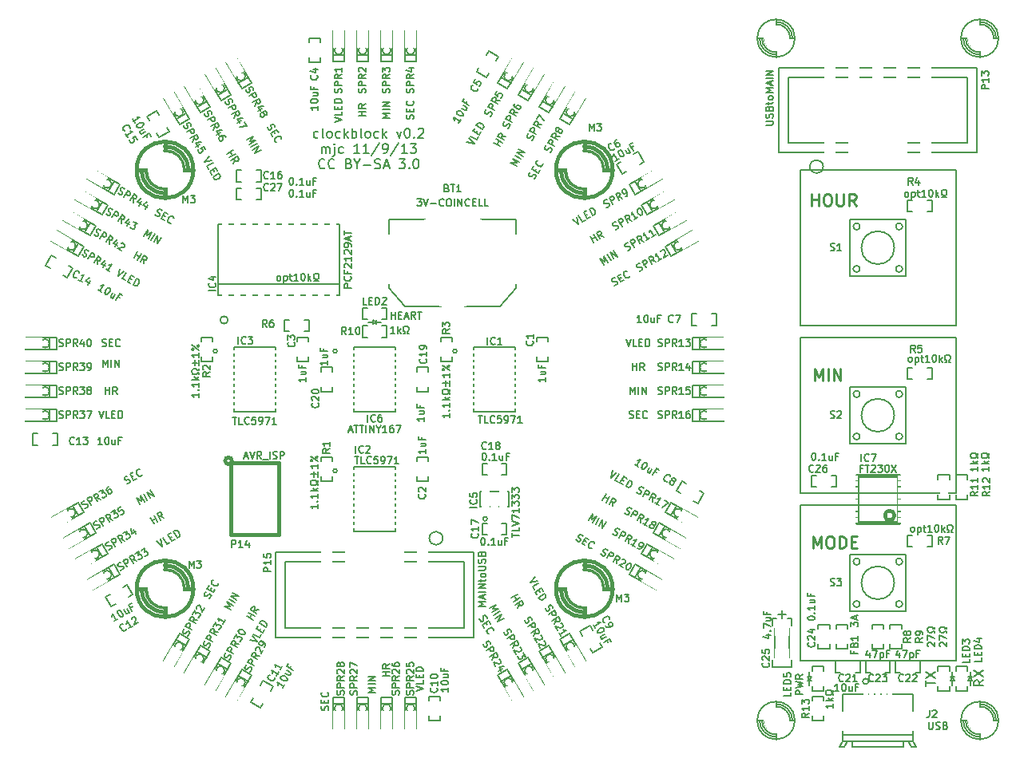
<source format=gto>
G04 (created by PCBNEW (2013-07-07 BZR 4022)-stable) date 11/9/2013 6:13:16 PM*
%MOIN*%
G04 Gerber Fmt 3.4, Leading zero omitted, Abs format*
%FSLAX34Y34*%
G01*
G70*
G90*
G04 APERTURE LIST*
%ADD10C,0.006*%
%ADD11C,0.008*%
%ADD12C,0.015*%
%ADD13C,0.00590551*%
%ADD14C,0.00787402*%
%ADD15C,0.005*%
%ADD16C,0.01*%
%ADD17R,0.0685039X0.0173228*%
%ADD18R,0.0788346X0.0493071*%
%ADD19R,0.0493071X0.0788346*%
%ADD20R,0.0611X0.0198*%
%ADD21R,0.0334646X0.0496063*%
%ADD22R,0.0268661X0.0839528*%
%ADD23R,0.023622X0.0629921*%
%ADD24R,0.0984252X0.0826772*%
%ADD25R,0.0787402X0.0826772*%
%ADD26R,0.109134X0.135906*%
%ADD27R,0.0729291X0.0729291*%
%ADD28C,0.0729291*%
%ADD29R,0.0335591X0.0335591*%
%ADD30C,0.407575*%
%ADD31R,0.104425X0.206787*%
%ADD32R,0.0611181X0.0709606*%
%ADD33C,0.147732*%
%ADD34R,0.0886772X0.0571811*%
%ADD35C,0.021*%
%ADD36R,0.0453701X0.159543*%
%ADD37C,0.104425*%
G04 APERTURE END LIST*
G54D10*
G54D11*
X32750Y3250D02*
X32750Y9750D01*
X39250Y3250D02*
X32750Y3250D01*
X39250Y9750D02*
X39250Y3250D01*
X32750Y9750D02*
X39250Y9750D01*
X32750Y10250D02*
X32750Y16750D01*
X39250Y10250D02*
X32750Y10250D01*
X39250Y16750D02*
X39250Y10250D01*
X32750Y16750D02*
X39250Y16750D01*
X39250Y23750D02*
X32750Y23750D01*
X39250Y17250D02*
X39250Y23750D01*
X32750Y17250D02*
X39250Y17250D01*
X32750Y23750D02*
X32750Y17250D01*
X12645Y25107D02*
X12607Y25088D01*
X12530Y25088D01*
X12492Y25107D01*
X12473Y25126D01*
X12454Y25164D01*
X12454Y25278D01*
X12473Y25316D01*
X12492Y25335D01*
X12530Y25354D01*
X12607Y25354D01*
X12645Y25335D01*
X12873Y25088D02*
X12835Y25107D01*
X12816Y25145D01*
X12816Y25488D01*
X13083Y25088D02*
X13045Y25107D01*
X13026Y25126D01*
X13007Y25164D01*
X13007Y25278D01*
X13026Y25316D01*
X13045Y25335D01*
X13083Y25354D01*
X13140Y25354D01*
X13178Y25335D01*
X13197Y25316D01*
X13216Y25278D01*
X13216Y25164D01*
X13197Y25126D01*
X13178Y25107D01*
X13140Y25088D01*
X13083Y25088D01*
X13559Y25107D02*
X13521Y25088D01*
X13445Y25088D01*
X13407Y25107D01*
X13388Y25126D01*
X13369Y25164D01*
X13369Y25278D01*
X13388Y25316D01*
X13407Y25335D01*
X13445Y25354D01*
X13521Y25354D01*
X13559Y25335D01*
X13730Y25088D02*
X13730Y25488D01*
X13769Y25240D02*
X13883Y25088D01*
X13883Y25354D02*
X13730Y25202D01*
X14054Y25088D02*
X14054Y25488D01*
X14054Y25335D02*
X14092Y25354D01*
X14169Y25354D01*
X14207Y25335D01*
X14226Y25316D01*
X14245Y25278D01*
X14245Y25164D01*
X14226Y25126D01*
X14207Y25107D01*
X14169Y25088D01*
X14092Y25088D01*
X14054Y25107D01*
X14473Y25088D02*
X14435Y25107D01*
X14416Y25145D01*
X14416Y25488D01*
X14683Y25088D02*
X14645Y25107D01*
X14626Y25126D01*
X14607Y25164D01*
X14607Y25278D01*
X14626Y25316D01*
X14645Y25335D01*
X14683Y25354D01*
X14740Y25354D01*
X14778Y25335D01*
X14797Y25316D01*
X14816Y25278D01*
X14816Y25164D01*
X14797Y25126D01*
X14778Y25107D01*
X14740Y25088D01*
X14683Y25088D01*
X15159Y25107D02*
X15121Y25088D01*
X15045Y25088D01*
X15007Y25107D01*
X14988Y25126D01*
X14969Y25164D01*
X14969Y25278D01*
X14988Y25316D01*
X15007Y25335D01*
X15045Y25354D01*
X15121Y25354D01*
X15159Y25335D01*
X15330Y25088D02*
X15330Y25488D01*
X15369Y25240D02*
X15483Y25088D01*
X15483Y25354D02*
X15330Y25202D01*
X15921Y25354D02*
X16016Y25088D01*
X16111Y25354D01*
X16340Y25488D02*
X16378Y25488D01*
X16416Y25469D01*
X16435Y25450D01*
X16454Y25411D01*
X16473Y25335D01*
X16473Y25240D01*
X16454Y25164D01*
X16435Y25126D01*
X16416Y25107D01*
X16378Y25088D01*
X16340Y25088D01*
X16302Y25107D01*
X16283Y25126D01*
X16264Y25164D01*
X16245Y25240D01*
X16245Y25335D01*
X16264Y25411D01*
X16283Y25450D01*
X16302Y25469D01*
X16340Y25488D01*
X16645Y25126D02*
X16664Y25107D01*
X16645Y25088D01*
X16626Y25107D01*
X16645Y25126D01*
X16645Y25088D01*
X16816Y25450D02*
X16835Y25469D01*
X16873Y25488D01*
X16969Y25488D01*
X17007Y25469D01*
X17026Y25450D01*
X17045Y25411D01*
X17045Y25373D01*
X17026Y25316D01*
X16797Y25088D01*
X17045Y25088D01*
X12788Y24448D02*
X12788Y24714D01*
X12788Y24676D02*
X12807Y24695D01*
X12845Y24714D01*
X12902Y24714D01*
X12940Y24695D01*
X12959Y24657D01*
X12959Y24448D01*
X12959Y24657D02*
X12978Y24695D01*
X13016Y24714D01*
X13073Y24714D01*
X13111Y24695D01*
X13130Y24657D01*
X13130Y24448D01*
X13321Y24714D02*
X13321Y24371D01*
X13302Y24333D01*
X13264Y24314D01*
X13245Y24314D01*
X13321Y24848D02*
X13302Y24829D01*
X13321Y24810D01*
X13340Y24829D01*
X13321Y24848D01*
X13321Y24810D01*
X13683Y24467D02*
X13645Y24448D01*
X13569Y24448D01*
X13530Y24467D01*
X13511Y24486D01*
X13492Y24524D01*
X13492Y24638D01*
X13511Y24676D01*
X13530Y24695D01*
X13569Y24714D01*
X13645Y24714D01*
X13683Y24695D01*
X14369Y24448D02*
X14140Y24448D01*
X14254Y24448D02*
X14254Y24848D01*
X14216Y24790D01*
X14178Y24752D01*
X14140Y24733D01*
X14750Y24448D02*
X14521Y24448D01*
X14635Y24448D02*
X14635Y24848D01*
X14597Y24790D01*
X14559Y24752D01*
X14521Y24733D01*
X15207Y24867D02*
X14864Y24352D01*
X15359Y24448D02*
X15435Y24448D01*
X15473Y24467D01*
X15492Y24486D01*
X15530Y24543D01*
X15550Y24619D01*
X15550Y24771D01*
X15530Y24810D01*
X15511Y24829D01*
X15473Y24848D01*
X15397Y24848D01*
X15359Y24829D01*
X15340Y24810D01*
X15321Y24771D01*
X15321Y24676D01*
X15340Y24638D01*
X15359Y24619D01*
X15397Y24600D01*
X15473Y24600D01*
X15511Y24619D01*
X15530Y24638D01*
X15550Y24676D01*
X16007Y24867D02*
X15664Y24352D01*
X16350Y24448D02*
X16121Y24448D01*
X16235Y24448D02*
X16235Y24848D01*
X16197Y24790D01*
X16159Y24752D01*
X16121Y24733D01*
X16483Y24848D02*
X16730Y24848D01*
X16597Y24695D01*
X16654Y24695D01*
X16692Y24676D01*
X16711Y24657D01*
X16730Y24619D01*
X16730Y24524D01*
X16711Y24486D01*
X16692Y24467D01*
X16654Y24448D01*
X16540Y24448D01*
X16502Y24467D01*
X16483Y24486D01*
X12911Y23846D02*
X12892Y23827D01*
X12835Y23808D01*
X12797Y23808D01*
X12740Y23827D01*
X12702Y23865D01*
X12683Y23903D01*
X12664Y23979D01*
X12664Y24036D01*
X12683Y24112D01*
X12702Y24150D01*
X12740Y24189D01*
X12797Y24208D01*
X12835Y24208D01*
X12892Y24189D01*
X12911Y24170D01*
X13311Y23846D02*
X13292Y23827D01*
X13235Y23808D01*
X13197Y23808D01*
X13140Y23827D01*
X13102Y23865D01*
X13083Y23903D01*
X13064Y23979D01*
X13064Y24036D01*
X13083Y24112D01*
X13102Y24150D01*
X13140Y24189D01*
X13197Y24208D01*
X13235Y24208D01*
X13292Y24189D01*
X13311Y24170D01*
X13921Y24017D02*
X13978Y23998D01*
X13997Y23979D01*
X14016Y23941D01*
X14016Y23884D01*
X13997Y23846D01*
X13978Y23827D01*
X13940Y23808D01*
X13788Y23808D01*
X13788Y24208D01*
X13921Y24208D01*
X13959Y24189D01*
X13978Y24170D01*
X13997Y24131D01*
X13997Y24093D01*
X13978Y24055D01*
X13959Y24036D01*
X13921Y24017D01*
X13788Y24017D01*
X14264Y23998D02*
X14264Y23808D01*
X14130Y24208D02*
X14264Y23998D01*
X14397Y24208D01*
X14530Y23960D02*
X14835Y23960D01*
X15007Y23827D02*
X15064Y23808D01*
X15159Y23808D01*
X15197Y23827D01*
X15216Y23846D01*
X15235Y23884D01*
X15235Y23922D01*
X15216Y23960D01*
X15197Y23979D01*
X15159Y23998D01*
X15083Y24017D01*
X15045Y24036D01*
X15026Y24055D01*
X15007Y24093D01*
X15007Y24131D01*
X15026Y24170D01*
X15045Y24189D01*
X15083Y24208D01*
X15178Y24208D01*
X15235Y24189D01*
X15388Y23922D02*
X15578Y23922D01*
X15350Y23808D02*
X15483Y24208D01*
X15616Y23808D01*
X16016Y24208D02*
X16264Y24208D01*
X16130Y24055D01*
X16188Y24055D01*
X16226Y24036D01*
X16245Y24017D01*
X16264Y23979D01*
X16264Y23884D01*
X16245Y23846D01*
X16226Y23827D01*
X16188Y23808D01*
X16073Y23808D01*
X16035Y23827D01*
X16016Y23846D01*
X16435Y23846D02*
X16454Y23827D01*
X16435Y23808D01*
X16416Y23827D01*
X16435Y23846D01*
X16435Y23808D01*
X16702Y24208D02*
X16740Y24208D01*
X16778Y24189D01*
X16797Y24170D01*
X16816Y24131D01*
X16835Y24055D01*
X16835Y23960D01*
X16816Y23884D01*
X16797Y23846D01*
X16778Y23827D01*
X16740Y23808D01*
X16702Y23808D01*
X16664Y23827D01*
X16645Y23846D01*
X16626Y23884D01*
X16607Y23960D01*
X16607Y24055D01*
X16626Y24131D01*
X16645Y24170D01*
X16664Y24189D01*
X16702Y24208D01*
X13425Y16181D02*
G75*
G03X13425Y16181I-78J0D01*
G74*
G01*
X14133Y16338D02*
X14133Y13661D01*
X14133Y13661D02*
X15866Y13661D01*
X15866Y13661D02*
X15866Y16338D01*
X15866Y16338D02*
X14133Y16338D01*
X28553Y15736D02*
X28553Y15263D01*
X29576Y15578D02*
X29183Y15578D01*
X29183Y15578D02*
X29183Y15421D01*
X29183Y15421D02*
X29576Y15421D01*
X29576Y15736D02*
X28277Y15736D01*
X28277Y15736D02*
X28277Y15263D01*
X28277Y15263D02*
X29576Y15263D01*
X29576Y15263D02*
X29576Y15736D01*
X28928Y15500D02*
G75*
G03X28928Y15500I-178J0D01*
G74*
G01*
X9722Y2392D02*
X9313Y2628D01*
X9074Y1584D02*
X9271Y1925D01*
X9271Y1925D02*
X9135Y2004D01*
X9135Y2004D02*
X8938Y1663D01*
X9211Y1505D02*
X9860Y2631D01*
X9860Y2631D02*
X9451Y2867D01*
X9451Y2867D02*
X8802Y1742D01*
X8802Y1742D02*
X9211Y1505D01*
X9598Y2340D02*
G75*
G03X9598Y2340I-178J0D01*
G74*
G01*
X13736Y1446D02*
X13263Y1446D01*
X13578Y423D02*
X13578Y816D01*
X13578Y816D02*
X13421Y816D01*
X13421Y816D02*
X13421Y423D01*
X13736Y423D02*
X13736Y1722D01*
X13736Y1722D02*
X13263Y1722D01*
X13263Y1722D02*
X13263Y423D01*
X13263Y423D02*
X13736Y423D01*
X13678Y1250D02*
G75*
G03X13678Y1250I-178J0D01*
G74*
G01*
X14736Y1446D02*
X14263Y1446D01*
X14578Y423D02*
X14578Y816D01*
X14578Y816D02*
X14421Y816D01*
X14421Y816D02*
X14421Y423D01*
X14736Y423D02*
X14736Y1722D01*
X14736Y1722D02*
X14263Y1722D01*
X14263Y1722D02*
X14263Y423D01*
X14263Y423D02*
X14736Y423D01*
X14678Y1250D02*
G75*
G03X14678Y1250I-178J0D01*
G74*
G01*
X15736Y1446D02*
X15263Y1446D01*
X15578Y423D02*
X15578Y816D01*
X15578Y816D02*
X15421Y816D01*
X15421Y816D02*
X15421Y423D01*
X15736Y423D02*
X15736Y1722D01*
X15736Y1722D02*
X15263Y1722D01*
X15263Y1722D02*
X15263Y423D01*
X15263Y423D02*
X15736Y423D01*
X15678Y1250D02*
G75*
G03X15678Y1250I-178J0D01*
G74*
G01*
X16736Y1446D02*
X16263Y1446D01*
X16578Y423D02*
X16578Y816D01*
X16578Y816D02*
X16421Y816D01*
X16421Y816D02*
X16421Y423D01*
X16736Y423D02*
X16736Y1722D01*
X16736Y1722D02*
X16263Y1722D01*
X16263Y1722D02*
X16263Y423D01*
X16263Y423D02*
X16736Y423D01*
X16678Y1250D02*
G75*
G03X16678Y1250I-178J0D01*
G74*
G01*
X21546Y3128D02*
X21137Y2892D01*
X21921Y2163D02*
X21724Y2504D01*
X21724Y2504D02*
X21588Y2425D01*
X21588Y2425D02*
X21785Y2084D01*
X22057Y2242D02*
X21408Y3367D01*
X21408Y3367D02*
X20999Y3131D01*
X20999Y3131D02*
X21648Y2005D01*
X21648Y2005D02*
X22057Y2242D01*
X21618Y2840D02*
G75*
G03X21618Y2840I-178J0D01*
G74*
G01*
X22416Y3628D02*
X22007Y3392D01*
X22791Y2663D02*
X22594Y3004D01*
X22594Y3004D02*
X22458Y2925D01*
X22458Y2925D02*
X22655Y2584D01*
X22927Y2742D02*
X22278Y3867D01*
X22278Y3867D02*
X21869Y3631D01*
X21869Y3631D02*
X22518Y2505D01*
X22518Y2505D02*
X22927Y2742D01*
X22488Y3340D02*
G75*
G03X22488Y3340I-178J0D01*
G74*
G01*
X23276Y4128D02*
X22867Y3892D01*
X23651Y3163D02*
X23454Y3504D01*
X23454Y3504D02*
X23318Y3425D01*
X23318Y3425D02*
X23515Y3084D01*
X23787Y3242D02*
X23138Y4367D01*
X23138Y4367D02*
X22729Y4131D01*
X22729Y4131D02*
X23378Y3005D01*
X23378Y3005D02*
X23787Y3242D01*
X23348Y3840D02*
G75*
G03X23348Y3840I-178J0D01*
G74*
G01*
X26107Y7132D02*
X25871Y6723D01*
X26915Y6484D02*
X26574Y6681D01*
X26574Y6681D02*
X26495Y6545D01*
X26495Y6545D02*
X26836Y6348D01*
X26994Y6621D02*
X25868Y7270D01*
X25868Y7270D02*
X25632Y6861D01*
X25632Y6861D02*
X26757Y6212D01*
X26757Y6212D02*
X26994Y6621D01*
X26338Y6830D02*
G75*
G03X26338Y6830I-178J0D01*
G74*
G01*
X26607Y7992D02*
X26371Y7583D01*
X27415Y7344D02*
X27074Y7541D01*
X27074Y7541D02*
X26995Y7405D01*
X26995Y7405D02*
X27336Y7208D01*
X27494Y7481D02*
X26368Y8130D01*
X26368Y8130D02*
X26132Y7721D01*
X26132Y7721D02*
X27257Y7072D01*
X27257Y7072D02*
X27494Y7481D01*
X26838Y7690D02*
G75*
G03X26838Y7690I-178J0D01*
G74*
G01*
X27107Y8862D02*
X26871Y8453D01*
X27915Y8214D02*
X27574Y8411D01*
X27574Y8411D02*
X27495Y8275D01*
X27495Y8275D02*
X27836Y8078D01*
X27994Y8351D02*
X26868Y9000D01*
X26868Y9000D02*
X26632Y8591D01*
X26632Y8591D02*
X27757Y7942D01*
X27757Y7942D02*
X27994Y8351D01*
X27338Y8560D02*
G75*
G03X27338Y8560I-178J0D01*
G74*
G01*
X27607Y9722D02*
X27371Y9313D01*
X28415Y9074D02*
X28074Y9271D01*
X28074Y9271D02*
X27995Y9135D01*
X27995Y9135D02*
X28336Y8938D01*
X28494Y9211D02*
X27368Y9860D01*
X27368Y9860D02*
X27132Y9451D01*
X27132Y9451D02*
X28257Y8802D01*
X28257Y8802D02*
X28494Y9211D01*
X27838Y9420D02*
G75*
G03X27838Y9420I-178J0D01*
G74*
G01*
X28553Y13736D02*
X28553Y13263D01*
X29576Y13578D02*
X29183Y13578D01*
X29183Y13578D02*
X29183Y13421D01*
X29183Y13421D02*
X29576Y13421D01*
X29576Y13736D02*
X28277Y13736D01*
X28277Y13736D02*
X28277Y13263D01*
X28277Y13263D02*
X29576Y13263D01*
X29576Y13263D02*
X29576Y13736D01*
X28928Y13500D02*
G75*
G03X28928Y13500I-178J0D01*
G74*
G01*
X28553Y14736D02*
X28553Y14263D01*
X29576Y14578D02*
X29183Y14578D01*
X29183Y14578D02*
X29183Y14421D01*
X29183Y14421D02*
X29576Y14421D01*
X29576Y14736D02*
X28277Y14736D01*
X28277Y14736D02*
X28277Y14263D01*
X28277Y14263D02*
X29576Y14263D01*
X29576Y14263D02*
X29576Y14736D01*
X28928Y14500D02*
G75*
G03X28928Y14500I-178J0D01*
G74*
G01*
X20686Y2628D02*
X20277Y2392D01*
X21061Y1663D02*
X20864Y2004D01*
X20864Y2004D02*
X20728Y1925D01*
X20728Y1925D02*
X20925Y1584D01*
X21197Y1742D02*
X20548Y2867D01*
X20548Y2867D02*
X20139Y2631D01*
X20139Y2631D02*
X20788Y1505D01*
X20788Y1505D02*
X21197Y1742D01*
X20758Y2340D02*
G75*
G03X20758Y2340I-178J0D01*
G74*
G01*
X28553Y16736D02*
X28553Y16263D01*
X29576Y16578D02*
X29183Y16578D01*
X29183Y16578D02*
X29183Y16421D01*
X29183Y16421D02*
X29576Y16421D01*
X29576Y16736D02*
X28277Y16736D01*
X28277Y16736D02*
X28277Y16263D01*
X28277Y16263D02*
X29576Y16263D01*
X29576Y16263D02*
X29576Y16736D01*
X28928Y16500D02*
G75*
G03X28928Y16500I-178J0D01*
G74*
G01*
X27371Y20686D02*
X27607Y20277D01*
X28336Y21061D02*
X27995Y20864D01*
X27995Y20864D02*
X28074Y20728D01*
X28074Y20728D02*
X28415Y20925D01*
X28257Y21197D02*
X27132Y20548D01*
X27132Y20548D02*
X27368Y20139D01*
X27368Y20139D02*
X28494Y20788D01*
X28494Y20788D02*
X28257Y21197D01*
X27838Y20580D02*
G75*
G03X27838Y20580I-178J0D01*
G74*
G01*
X26871Y21546D02*
X27107Y21137D01*
X27836Y21921D02*
X27495Y21724D01*
X27495Y21724D02*
X27574Y21588D01*
X27574Y21588D02*
X27915Y21785D01*
X27757Y22057D02*
X26632Y21408D01*
X26632Y21408D02*
X26868Y20999D01*
X26868Y20999D02*
X27994Y21648D01*
X27994Y21648D02*
X27757Y22057D01*
X27338Y21440D02*
G75*
G03X27338Y21440I-178J0D01*
G74*
G01*
X26371Y22416D02*
X26607Y22007D01*
X27336Y22791D02*
X26995Y22594D01*
X26995Y22594D02*
X27074Y22458D01*
X27074Y22458D02*
X27415Y22655D01*
X27257Y22927D02*
X26132Y22278D01*
X26132Y22278D02*
X26368Y21869D01*
X26368Y21869D02*
X27494Y22518D01*
X27494Y22518D02*
X27257Y22927D01*
X26838Y22310D02*
G75*
G03X26838Y22310I-178J0D01*
G74*
G01*
X25871Y23276D02*
X26107Y22867D01*
X26836Y23651D02*
X26495Y23454D01*
X26495Y23454D02*
X26574Y23318D01*
X26574Y23318D02*
X26915Y23515D01*
X26757Y23787D02*
X25632Y23138D01*
X25632Y23138D02*
X25868Y22729D01*
X25868Y22729D02*
X26994Y23378D01*
X26994Y23378D02*
X26757Y23787D01*
X26338Y23170D02*
G75*
G03X26338Y23170I-178J0D01*
G74*
G01*
X22867Y26107D02*
X23276Y25871D01*
X23515Y26915D02*
X23318Y26574D01*
X23318Y26574D02*
X23454Y26495D01*
X23454Y26495D02*
X23651Y26836D01*
X23378Y26994D02*
X22729Y25868D01*
X22729Y25868D02*
X23138Y25632D01*
X23138Y25632D02*
X23787Y26757D01*
X23787Y26757D02*
X23378Y26994D01*
X23348Y26160D02*
G75*
G03X23348Y26160I-178J0D01*
G74*
G01*
X13263Y28553D02*
X13736Y28553D01*
X13421Y29576D02*
X13421Y29183D01*
X13421Y29183D02*
X13578Y29183D01*
X13578Y29183D02*
X13578Y29576D01*
X13263Y29576D02*
X13263Y28277D01*
X13263Y28277D02*
X13736Y28277D01*
X13736Y28277D02*
X13736Y29576D01*
X13736Y29576D02*
X13263Y29576D01*
X13678Y28750D02*
G75*
G03X13678Y28750I-178J0D01*
G74*
G01*
X14263Y28553D02*
X14736Y28553D01*
X14421Y29576D02*
X14421Y29183D01*
X14421Y29183D02*
X14578Y29183D01*
X14578Y29183D02*
X14578Y29576D01*
X14263Y29576D02*
X14263Y28277D01*
X14263Y28277D02*
X14736Y28277D01*
X14736Y28277D02*
X14736Y29576D01*
X14736Y29576D02*
X14263Y29576D01*
X14678Y28750D02*
G75*
G03X14678Y28750I-178J0D01*
G74*
G01*
X15263Y28553D02*
X15736Y28553D01*
X15421Y29576D02*
X15421Y29183D01*
X15421Y29183D02*
X15578Y29183D01*
X15578Y29183D02*
X15578Y29576D01*
X15263Y29576D02*
X15263Y28277D01*
X15263Y28277D02*
X15736Y28277D01*
X15736Y28277D02*
X15736Y29576D01*
X15736Y29576D02*
X15263Y29576D01*
X15678Y28750D02*
G75*
G03X15678Y28750I-178J0D01*
G74*
G01*
X16263Y28553D02*
X16736Y28553D01*
X16421Y29576D02*
X16421Y29183D01*
X16421Y29183D02*
X16578Y29183D01*
X16578Y29183D02*
X16578Y29576D01*
X16263Y29576D02*
X16263Y28277D01*
X16263Y28277D02*
X16736Y28277D01*
X16736Y28277D02*
X16736Y29576D01*
X16736Y29576D02*
X16263Y29576D01*
X16678Y28750D02*
G75*
G03X16678Y28750I-178J0D01*
G74*
G01*
X20277Y27607D02*
X20686Y27371D01*
X20925Y28415D02*
X20728Y28074D01*
X20728Y28074D02*
X20864Y27995D01*
X20864Y27995D02*
X21061Y28336D01*
X20788Y28494D02*
X20139Y27368D01*
X20139Y27368D02*
X20548Y27132D01*
X20548Y27132D02*
X21197Y28257D01*
X21197Y28257D02*
X20788Y28494D01*
X20758Y27660D02*
G75*
G03X20758Y27660I-178J0D01*
G74*
G01*
X21137Y27107D02*
X21546Y26871D01*
X21785Y27915D02*
X21588Y27574D01*
X21588Y27574D02*
X21724Y27495D01*
X21724Y27495D02*
X21921Y27836D01*
X21648Y27994D02*
X20999Y26868D01*
X20999Y26868D02*
X21408Y26632D01*
X21408Y26632D02*
X22057Y27757D01*
X22057Y27757D02*
X21648Y27994D01*
X21618Y27160D02*
G75*
G03X21618Y27160I-178J0D01*
G74*
G01*
X22007Y26607D02*
X22416Y26371D01*
X22655Y27415D02*
X22458Y27074D01*
X22458Y27074D02*
X22594Y26995D01*
X22594Y26995D02*
X22791Y27336D01*
X22518Y27494D02*
X21869Y26368D01*
X21869Y26368D02*
X22278Y26132D01*
X22278Y26132D02*
X22927Y27257D01*
X22927Y27257D02*
X22518Y27494D01*
X22488Y26660D02*
G75*
G03X22488Y26660I-178J0D01*
G74*
G01*
X3392Y22007D02*
X3628Y22416D01*
X2584Y22655D02*
X2925Y22458D01*
X2925Y22458D02*
X3004Y22594D01*
X3004Y22594D02*
X2663Y22791D01*
X2505Y22518D02*
X3631Y21869D01*
X3631Y21869D02*
X3867Y22278D01*
X3867Y22278D02*
X2742Y22927D01*
X2742Y22927D02*
X2505Y22518D01*
X3518Y22310D02*
G75*
G03X3518Y22310I-178J0D01*
G74*
G01*
X9313Y27371D02*
X9722Y27607D01*
X8938Y28336D02*
X9135Y27995D01*
X9135Y27995D02*
X9271Y28074D01*
X9271Y28074D02*
X9074Y28415D01*
X8802Y28257D02*
X9451Y27132D01*
X9451Y27132D02*
X9860Y27368D01*
X9860Y27368D02*
X9211Y28494D01*
X9211Y28494D02*
X8802Y28257D01*
X9598Y27660D02*
G75*
G03X9598Y27660I-178J0D01*
G74*
G01*
X8453Y26871D02*
X8862Y27107D01*
X8078Y27836D02*
X8275Y27495D01*
X8275Y27495D02*
X8411Y27574D01*
X8411Y27574D02*
X8214Y27915D01*
X7942Y27757D02*
X8591Y26632D01*
X8591Y26632D02*
X9000Y26868D01*
X9000Y26868D02*
X8351Y27994D01*
X8351Y27994D02*
X7942Y27757D01*
X8738Y27160D02*
G75*
G03X8738Y27160I-178J0D01*
G74*
G01*
X7583Y26371D02*
X7992Y26607D01*
X7208Y27336D02*
X7405Y26995D01*
X7405Y26995D02*
X7541Y27074D01*
X7541Y27074D02*
X7344Y27415D01*
X7072Y27257D02*
X7721Y26132D01*
X7721Y26132D02*
X8130Y26368D01*
X8130Y26368D02*
X7481Y27494D01*
X7481Y27494D02*
X7072Y27257D01*
X7868Y26660D02*
G75*
G03X7868Y26660I-178J0D01*
G74*
G01*
X6723Y25871D02*
X7132Y26107D01*
X6348Y26836D02*
X6545Y26495D01*
X6545Y26495D02*
X6681Y26574D01*
X6681Y26574D02*
X6484Y26915D01*
X6212Y26757D02*
X6861Y25632D01*
X6861Y25632D02*
X7270Y25868D01*
X7270Y25868D02*
X6621Y26994D01*
X6621Y26994D02*
X6212Y26757D01*
X7008Y26160D02*
G75*
G03X7008Y26160I-178J0D01*
G74*
G01*
X3892Y22867D02*
X4128Y23276D01*
X3084Y23515D02*
X3425Y23318D01*
X3425Y23318D02*
X3504Y23454D01*
X3504Y23454D02*
X3163Y23651D01*
X3005Y23378D02*
X4131Y22729D01*
X4131Y22729D02*
X4367Y23138D01*
X4367Y23138D02*
X3242Y23787D01*
X3242Y23787D02*
X3005Y23378D01*
X4018Y23170D02*
G75*
G03X4018Y23170I-178J0D01*
G74*
G01*
X2892Y21137D02*
X3128Y21546D01*
X2084Y21785D02*
X2425Y21588D01*
X2425Y21588D02*
X2504Y21724D01*
X2504Y21724D02*
X2163Y21921D01*
X2005Y21648D02*
X3131Y20999D01*
X3131Y20999D02*
X3367Y21408D01*
X3367Y21408D02*
X2242Y22057D01*
X2242Y22057D02*
X2005Y21648D01*
X3018Y21440D02*
G75*
G03X3018Y21440I-178J0D01*
G74*
G01*
X2392Y20277D02*
X2628Y20686D01*
X1584Y20925D02*
X1925Y20728D01*
X1925Y20728D02*
X2004Y20864D01*
X2004Y20864D02*
X1663Y21061D01*
X1505Y20788D02*
X2631Y20139D01*
X2631Y20139D02*
X2867Y20548D01*
X2867Y20548D02*
X1742Y21197D01*
X1742Y21197D02*
X1505Y20788D01*
X2518Y20580D02*
G75*
G03X2518Y20580I-178J0D01*
G74*
G01*
X1446Y16263D02*
X1446Y16736D01*
X423Y16421D02*
X816Y16421D01*
X816Y16421D02*
X816Y16578D01*
X816Y16578D02*
X423Y16578D01*
X423Y16263D02*
X1722Y16263D01*
X1722Y16263D02*
X1722Y16736D01*
X1722Y16736D02*
X423Y16736D01*
X423Y16736D02*
X423Y16263D01*
X1428Y16500D02*
G75*
G03X1428Y16500I-178J0D01*
G74*
G01*
X1446Y15263D02*
X1446Y15736D01*
X423Y15421D02*
X816Y15421D01*
X816Y15421D02*
X816Y15578D01*
X816Y15578D02*
X423Y15578D01*
X423Y15263D02*
X1722Y15263D01*
X1722Y15263D02*
X1722Y15736D01*
X1722Y15736D02*
X423Y15736D01*
X423Y15736D02*
X423Y15263D01*
X1428Y15500D02*
G75*
G03X1428Y15500I-178J0D01*
G74*
G01*
X8862Y2892D02*
X8453Y3128D01*
X8214Y2084D02*
X8411Y2425D01*
X8411Y2425D02*
X8275Y2504D01*
X8275Y2504D02*
X8078Y2163D01*
X8351Y2005D02*
X9000Y3131D01*
X9000Y3131D02*
X8591Y3367D01*
X8591Y3367D02*
X7942Y2242D01*
X7942Y2242D02*
X8351Y2005D01*
X8738Y2840D02*
G75*
G03X8738Y2840I-178J0D01*
G74*
G01*
X7992Y3392D02*
X7583Y3628D01*
X7344Y2584D02*
X7541Y2925D01*
X7541Y2925D02*
X7405Y3004D01*
X7405Y3004D02*
X7208Y2663D01*
X7481Y2505D02*
X8130Y3631D01*
X8130Y3631D02*
X7721Y3867D01*
X7721Y3867D02*
X7072Y2742D01*
X7072Y2742D02*
X7481Y2505D01*
X7868Y3340D02*
G75*
G03X7868Y3340I-178J0D01*
G74*
G01*
X7132Y3892D02*
X6723Y4128D01*
X6484Y3084D02*
X6681Y3425D01*
X6681Y3425D02*
X6545Y3504D01*
X6545Y3504D02*
X6348Y3163D01*
X6621Y3005D02*
X7270Y4131D01*
X7270Y4131D02*
X6861Y4367D01*
X6861Y4367D02*
X6212Y3242D01*
X6212Y3242D02*
X6621Y3005D01*
X7008Y3840D02*
G75*
G03X7008Y3840I-178J0D01*
G74*
G01*
X4128Y6723D02*
X3892Y7132D01*
X3163Y6348D02*
X3504Y6545D01*
X3504Y6545D02*
X3425Y6681D01*
X3425Y6681D02*
X3084Y6484D01*
X3242Y6212D02*
X4367Y6861D01*
X4367Y6861D02*
X4131Y7270D01*
X4131Y7270D02*
X3005Y6621D01*
X3005Y6621D02*
X3242Y6212D01*
X4018Y6830D02*
G75*
G03X4018Y6830I-178J0D01*
G74*
G01*
X3628Y7583D02*
X3392Y7992D01*
X2663Y7208D02*
X3004Y7405D01*
X3004Y7405D02*
X2925Y7541D01*
X2925Y7541D02*
X2584Y7344D01*
X2742Y7072D02*
X3867Y7721D01*
X3867Y7721D02*
X3631Y8130D01*
X3631Y8130D02*
X2505Y7481D01*
X2505Y7481D02*
X2742Y7072D01*
X3518Y7690D02*
G75*
G03X3518Y7690I-178J0D01*
G74*
G01*
X3128Y8453D02*
X2892Y8862D01*
X2163Y8078D02*
X2504Y8275D01*
X2504Y8275D02*
X2425Y8411D01*
X2425Y8411D02*
X2084Y8214D01*
X2242Y7942D02*
X3367Y8591D01*
X3367Y8591D02*
X3131Y9000D01*
X3131Y9000D02*
X2005Y8351D01*
X2005Y8351D02*
X2242Y7942D01*
X3018Y8560D02*
G75*
G03X3018Y8560I-178J0D01*
G74*
G01*
X2628Y9313D02*
X2392Y9722D01*
X1663Y8938D02*
X2004Y9135D01*
X2004Y9135D02*
X1925Y9271D01*
X1925Y9271D02*
X1584Y9074D01*
X1742Y8802D02*
X2867Y9451D01*
X2867Y9451D02*
X2631Y9860D01*
X2631Y9860D02*
X1505Y9211D01*
X1505Y9211D02*
X1742Y8802D01*
X2518Y9420D02*
G75*
G03X2518Y9420I-178J0D01*
G74*
G01*
X1446Y14263D02*
X1446Y14736D01*
X423Y14421D02*
X816Y14421D01*
X816Y14421D02*
X816Y14578D01*
X816Y14578D02*
X423Y14578D01*
X423Y14263D02*
X1722Y14263D01*
X1722Y14263D02*
X1722Y14736D01*
X1722Y14736D02*
X423Y14736D01*
X423Y14736D02*
X423Y14263D01*
X1428Y14500D02*
G75*
G03X1428Y14500I-178J0D01*
G74*
G01*
X1446Y13263D02*
X1446Y13736D01*
X423Y13421D02*
X816Y13421D01*
X816Y13421D02*
X816Y13578D01*
X816Y13578D02*
X423Y13578D01*
X423Y13263D02*
X1722Y13263D01*
X1722Y13263D02*
X1722Y13736D01*
X1722Y13736D02*
X423Y13736D01*
X423Y13736D02*
X423Y13263D01*
X1428Y13500D02*
G75*
G03X1428Y13500I-178J0D01*
G74*
G01*
G54D12*
X36689Y9311D02*
G75*
G03X36689Y9311I-197J0D01*
G74*
G01*
X35134Y9016D02*
X36866Y9016D01*
X36866Y9016D02*
X36866Y10984D01*
X36866Y10984D02*
X35134Y10984D01*
X35134Y10984D02*
X35134Y9016D01*
G54D13*
X19409Y9685D02*
X20590Y9685D01*
X20590Y9685D02*
X20590Y10314D01*
X20590Y10314D02*
X19409Y10314D01*
X19409Y10314D02*
X19409Y9685D01*
X19694Y9173D02*
G75*
G03X19694Y9173I-88J0D01*
G74*
G01*
G54D11*
X8874Y17480D02*
G75*
G03X8874Y17480I-157J0D01*
G74*
G01*
X8480Y18976D02*
X13519Y18976D01*
X13519Y18503D02*
X13519Y21496D01*
X13519Y21496D02*
X8480Y21496D01*
X8480Y21496D02*
X8480Y18503D01*
X8480Y18503D02*
X13519Y18503D01*
G54D14*
X34523Y1852D02*
X34523Y-116D01*
X37476Y-116D02*
X37476Y1852D01*
X35606Y2383D02*
G75*
G03X35606Y2383I-118J0D01*
G74*
G01*
X34917Y-116D02*
X34917Y-352D01*
X34917Y-352D02*
X37082Y-352D01*
X37082Y-352D02*
X37082Y-116D01*
X34720Y-116D02*
X34602Y-352D01*
X34523Y-116D02*
X34405Y-352D01*
X34405Y-352D02*
X34602Y-352D01*
X37279Y-116D02*
X37397Y-352D01*
X37476Y-116D02*
X37594Y-352D01*
X37594Y-352D02*
X37397Y-352D01*
X37476Y-116D02*
X34523Y-116D01*
G54D15*
X37476Y159D02*
X34523Y159D01*
G54D14*
X37476Y1852D02*
X34523Y1852D01*
G54D11*
X18425Y16181D02*
G75*
G03X18425Y16181I-78J0D01*
G74*
G01*
X19133Y16338D02*
X19133Y13661D01*
X19133Y13661D02*
X20866Y13661D01*
X20866Y13661D02*
X20866Y16338D01*
X20866Y16338D02*
X19133Y16338D01*
X13425Y11181D02*
G75*
G03X13425Y11181I-78J0D01*
G74*
G01*
X14133Y11338D02*
X14133Y8661D01*
X14133Y8661D02*
X15866Y8661D01*
X15866Y8661D02*
X15866Y11338D01*
X15866Y11338D02*
X14133Y11338D01*
X8425Y16181D02*
G75*
G03X8425Y16181I-78J0D01*
G74*
G01*
X9133Y16338D02*
X9133Y13661D01*
X9133Y13661D02*
X10866Y13661D01*
X10866Y13661D02*
X10866Y16338D01*
X10866Y16338D02*
X9133Y16338D01*
G54D12*
X9041Y11600D02*
G75*
G03X9041Y11600I-141J0D01*
G74*
G01*
X11000Y11500D02*
X9000Y11500D01*
X9000Y11500D02*
X9000Y8500D01*
X9000Y8500D02*
X11000Y8500D01*
X11000Y8500D02*
X11000Y11500D01*
G54D15*
X15078Y17395D02*
X15275Y17395D01*
X14921Y17395D02*
X14724Y17395D01*
X15078Y17395D02*
X14921Y17316D01*
X14921Y17316D02*
X14921Y17474D01*
X14921Y17474D02*
X15078Y17395D01*
X15078Y17474D02*
X15078Y17316D01*
G54D14*
X15511Y17986D02*
X15511Y17513D01*
X15511Y17513D02*
X15314Y17513D01*
X15511Y17986D02*
X15314Y17986D01*
X14488Y17513D02*
X14488Y17986D01*
X14488Y17986D02*
X14685Y17986D01*
X14488Y17513D02*
X14685Y17513D01*
G54D15*
X39854Y2578D02*
X39854Y2775D01*
X39854Y2421D02*
X39854Y2224D01*
X39854Y2578D02*
X39933Y2421D01*
X39933Y2421D02*
X39775Y2421D01*
X39775Y2421D02*
X39854Y2578D01*
X39775Y2578D02*
X39933Y2578D01*
G54D14*
X39263Y3011D02*
X39736Y3011D01*
X39736Y3011D02*
X39736Y2814D01*
X39263Y3011D02*
X39263Y2814D01*
X39736Y1988D02*
X39263Y1988D01*
X39263Y1988D02*
X39263Y2185D01*
X39736Y1988D02*
X39736Y2185D01*
G54D15*
X39104Y2578D02*
X39104Y2775D01*
X39104Y2421D02*
X39104Y2224D01*
X39104Y2578D02*
X39183Y2421D01*
X39183Y2421D02*
X39025Y2421D01*
X39025Y2421D02*
X39104Y2578D01*
X39025Y2578D02*
X39183Y2578D01*
G54D14*
X38513Y3011D02*
X38986Y3011D01*
X38986Y3011D02*
X38986Y2814D01*
X38513Y3011D02*
X38513Y2814D01*
X38986Y1988D02*
X38513Y1988D01*
X38513Y1988D02*
X38513Y2185D01*
X38986Y1988D02*
X38986Y2185D01*
X28721Y10238D02*
X28485Y9829D01*
X28485Y9829D02*
X28314Y9927D01*
X28721Y10238D02*
X28550Y10337D01*
X27598Y10341D02*
X27834Y10750D01*
X27834Y10750D02*
X28005Y10652D01*
X27598Y10341D02*
X27769Y10242D01*
X4014Y5499D02*
X3778Y5908D01*
X3778Y5908D02*
X3949Y6007D01*
X4014Y5499D02*
X4185Y5597D01*
X4665Y6420D02*
X4901Y6011D01*
X4901Y6011D02*
X4730Y5912D01*
X4665Y6420D02*
X4494Y6322D01*
X17736Y738D02*
X17263Y738D01*
X17263Y738D02*
X17263Y935D01*
X17736Y738D02*
X17736Y935D01*
X17263Y1761D02*
X17736Y1761D01*
X17736Y1761D02*
X17736Y1564D01*
X17263Y1761D02*
X17263Y1564D01*
X10238Y1278D02*
X9829Y1514D01*
X9829Y1514D02*
X9927Y1685D01*
X10238Y1278D02*
X10337Y1449D01*
X10341Y2401D02*
X10750Y2165D01*
X10750Y2165D02*
X10652Y1994D01*
X10341Y2401D02*
X10242Y2230D01*
X24500Y3814D02*
X24091Y3578D01*
X24091Y3578D02*
X23992Y3749D01*
X24500Y3814D02*
X24402Y3985D01*
X23579Y4465D02*
X23988Y4701D01*
X23988Y4701D02*
X24087Y4530D01*
X23579Y4465D02*
X23677Y4294D01*
X12263Y29261D02*
X12736Y29261D01*
X12736Y29261D02*
X12736Y29064D01*
X12263Y29261D02*
X12263Y29064D01*
X12736Y28238D02*
X12263Y28238D01*
X12263Y28238D02*
X12263Y28435D01*
X12736Y28238D02*
X12736Y28435D01*
X25985Y24500D02*
X26221Y24091D01*
X26221Y24091D02*
X26050Y23992D01*
X25985Y24500D02*
X25814Y24402D01*
X25334Y23579D02*
X25098Y23988D01*
X25098Y23988D02*
X25269Y24087D01*
X25334Y23579D02*
X25505Y23677D01*
X29261Y17736D02*
X29261Y17263D01*
X29261Y17263D02*
X29064Y17263D01*
X29261Y17736D02*
X29064Y17736D01*
X28238Y17263D02*
X28238Y17736D01*
X28238Y17736D02*
X28435Y17736D01*
X28238Y17263D02*
X28435Y17263D01*
X19761Y28721D02*
X20170Y28485D01*
X20170Y28485D02*
X20072Y28314D01*
X19761Y28721D02*
X19662Y28550D01*
X19658Y27598D02*
X19249Y27834D01*
X19249Y27834D02*
X19347Y28005D01*
X19658Y27598D02*
X19757Y27769D01*
X20511Y11486D02*
X20511Y11013D01*
X20511Y11013D02*
X20314Y11013D01*
X20511Y11486D02*
X20314Y11486D01*
X19488Y11013D02*
X19488Y11486D01*
X19488Y11486D02*
X19685Y11486D01*
X19488Y11013D02*
X19685Y11013D01*
X20511Y8986D02*
X20511Y8513D01*
X20511Y8513D02*
X20314Y8513D01*
X20511Y8986D02*
X20314Y8986D01*
X19488Y8513D02*
X19488Y8986D01*
X19488Y8986D02*
X19685Y8986D01*
X19488Y8513D02*
X19685Y8513D01*
X21763Y16761D02*
X22236Y16761D01*
X22236Y16761D02*
X22236Y16564D01*
X21763Y16761D02*
X21763Y16564D01*
X22236Y15738D02*
X21763Y15738D01*
X21763Y15738D02*
X21763Y15935D01*
X22236Y15738D02*
X22236Y15935D01*
X12763Y11761D02*
X13236Y11761D01*
X13236Y11761D02*
X13236Y11564D01*
X12763Y11761D02*
X12763Y11564D01*
X13236Y10738D02*
X12763Y10738D01*
X12763Y10738D02*
X12763Y10935D01*
X13236Y10738D02*
X13236Y10935D01*
X16763Y11761D02*
X17236Y11761D01*
X17236Y11761D02*
X17236Y11564D01*
X16763Y11761D02*
X16763Y11564D01*
X17236Y10738D02*
X16763Y10738D01*
X16763Y10738D02*
X16763Y10935D01*
X17236Y10738D02*
X17236Y10935D01*
X11763Y16761D02*
X12236Y16761D01*
X12236Y16761D02*
X12236Y16564D01*
X11763Y16761D02*
X11763Y16564D01*
X12236Y15738D02*
X11763Y15738D01*
X11763Y15738D02*
X11763Y15935D01*
X12236Y15738D02*
X12236Y15935D01*
X15511Y17236D02*
X15511Y16763D01*
X15511Y16763D02*
X15314Y16763D01*
X15511Y17236D02*
X15314Y17236D01*
X14488Y16763D02*
X14488Y17236D01*
X14488Y17236D02*
X14685Y17236D01*
X14488Y16763D02*
X14685Y16763D01*
X12763Y15511D02*
X13236Y15511D01*
X13236Y15511D02*
X13236Y15314D01*
X12763Y15511D02*
X12763Y15314D01*
X13236Y14488D02*
X12763Y14488D01*
X12763Y14488D02*
X12763Y14685D01*
X13236Y14488D02*
X13236Y14685D01*
X17236Y14488D02*
X16763Y14488D01*
X16763Y14488D02*
X16763Y14685D01*
X17236Y14488D02*
X17236Y14685D01*
X16763Y15511D02*
X17236Y15511D01*
X17236Y15511D02*
X17236Y15314D01*
X16763Y15511D02*
X16763Y15314D01*
X36986Y3738D02*
X36513Y3738D01*
X36513Y3738D02*
X36513Y3935D01*
X36986Y3738D02*
X36986Y3935D01*
X36513Y4761D02*
X36986Y4761D01*
X36986Y4761D02*
X36986Y4564D01*
X36513Y4761D02*
X36513Y4564D01*
X37238Y15013D02*
X37238Y15486D01*
X37238Y15486D02*
X37435Y15486D01*
X37238Y15013D02*
X37435Y15013D01*
X38261Y15486D02*
X38261Y15013D01*
X38261Y15013D02*
X38064Y15013D01*
X38261Y15486D02*
X38064Y15486D01*
X37238Y22013D02*
X37238Y22486D01*
X37238Y22486D02*
X37435Y22486D01*
X37238Y22013D02*
X37435Y22013D01*
X38261Y22486D02*
X38261Y22013D01*
X38261Y22013D02*
X38064Y22013D01*
X38261Y22486D02*
X38064Y22486D01*
X18236Y15738D02*
X17763Y15738D01*
X17763Y15738D02*
X17763Y15935D01*
X18236Y15738D02*
X18236Y15935D01*
X17763Y16761D02*
X18236Y16761D01*
X18236Y16761D02*
X18236Y16564D01*
X17763Y16761D02*
X17763Y16564D01*
X7763Y16761D02*
X8236Y16761D01*
X8236Y16761D02*
X8236Y16564D01*
X7763Y16761D02*
X7763Y16564D01*
X8236Y15738D02*
X7763Y15738D01*
X7763Y15738D02*
X7763Y15935D01*
X8236Y15738D02*
X8236Y15935D01*
X11238Y17013D02*
X11238Y17486D01*
X11238Y17486D02*
X11435Y17486D01*
X11238Y17013D02*
X11435Y17013D01*
X12261Y17486D02*
X12261Y17013D01*
X12261Y17013D02*
X12064Y17013D01*
X12261Y17486D02*
X12064Y17486D01*
X10261Y23736D02*
X10261Y23263D01*
X10261Y23263D02*
X10064Y23263D01*
X10261Y23736D02*
X10064Y23736D01*
X9238Y23263D02*
X9238Y23736D01*
X9238Y23736D02*
X9435Y23736D01*
X9238Y23263D02*
X9435Y23263D01*
X39263Y11011D02*
X39736Y11011D01*
X39736Y11011D02*
X39736Y10814D01*
X39263Y11011D02*
X39263Y10814D01*
X39736Y9988D02*
X39263Y9988D01*
X39263Y9988D02*
X39263Y10185D01*
X39736Y9988D02*
X39736Y10185D01*
X38513Y11011D02*
X38986Y11011D01*
X38986Y11011D02*
X38986Y10814D01*
X38513Y11011D02*
X38513Y10814D01*
X38986Y9988D02*
X38513Y9988D01*
X38513Y9988D02*
X38513Y10185D01*
X38986Y9988D02*
X38986Y10185D01*
X33238Y10513D02*
X33238Y10986D01*
X33238Y10986D02*
X33435Y10986D01*
X33238Y10513D02*
X33435Y10513D01*
X34261Y10986D02*
X34261Y10513D01*
X34261Y10513D02*
X34064Y10513D01*
X34261Y10986D02*
X34064Y10986D01*
X738Y12263D02*
X738Y12736D01*
X738Y12736D02*
X935Y12736D01*
X738Y12263D02*
X935Y12263D01*
X1761Y12736D02*
X1761Y12263D01*
X1761Y12263D02*
X1564Y12263D01*
X1761Y12736D02*
X1564Y12736D01*
X36236Y3738D02*
X35763Y3738D01*
X35763Y3738D02*
X35763Y3935D01*
X36236Y3738D02*
X36236Y3935D01*
X35763Y4761D02*
X36236Y4761D01*
X36236Y4761D02*
X36236Y4564D01*
X35763Y4761D02*
X35763Y4564D01*
X35488Y2763D02*
X35488Y3236D01*
X35488Y3236D02*
X35685Y3236D01*
X35488Y2763D02*
X35685Y2763D01*
X36511Y3236D02*
X36511Y2763D01*
X36511Y2763D02*
X36314Y2763D01*
X36511Y3236D02*
X36314Y3236D01*
X37761Y3236D02*
X37761Y2763D01*
X37761Y2763D02*
X37564Y2763D01*
X37761Y3236D02*
X37564Y3236D01*
X36738Y2763D02*
X36738Y3236D01*
X36738Y3236D02*
X36935Y3236D01*
X36738Y2763D02*
X36935Y2763D01*
X33513Y4761D02*
X33986Y4761D01*
X33986Y4761D02*
X33986Y4564D01*
X33513Y4761D02*
X33513Y4564D01*
X33986Y3738D02*
X33513Y3738D01*
X33513Y3738D02*
X33513Y3935D01*
X33986Y3738D02*
X33986Y3935D01*
X34736Y3738D02*
X34263Y3738D01*
X34263Y3738D02*
X34263Y3935D01*
X34736Y3738D02*
X34736Y3935D01*
X34263Y4761D02*
X34736Y4761D01*
X34736Y4761D02*
X34736Y4564D01*
X34263Y4761D02*
X34263Y4564D01*
X35261Y3236D02*
X35261Y2763D01*
X35261Y2763D02*
X35064Y2763D01*
X35261Y3236D02*
X35064Y3236D01*
X34238Y2763D02*
X34238Y3236D01*
X34238Y3236D02*
X34435Y3236D01*
X34238Y2763D02*
X34435Y2763D01*
X37238Y8013D02*
X37238Y8486D01*
X37238Y8486D02*
X37435Y8486D01*
X37238Y8013D02*
X37435Y8013D01*
X38261Y8486D02*
X38261Y8013D01*
X38261Y8013D02*
X38064Y8013D01*
X38261Y8486D02*
X38064Y8486D01*
X1278Y19761D02*
X1514Y20170D01*
X1514Y20170D02*
X1685Y20072D01*
X1278Y19761D02*
X1449Y19662D01*
X2401Y19658D02*
X2165Y19249D01*
X2165Y19249D02*
X1994Y19347D01*
X2401Y19658D02*
X2230Y19757D01*
X5499Y25985D02*
X5908Y26221D01*
X5908Y26221D02*
X6007Y26050D01*
X5499Y25985D02*
X5597Y25814D01*
X6420Y25334D02*
X6011Y25098D01*
X6011Y25098D02*
X5912Y25269D01*
X6420Y25334D02*
X6322Y25505D01*
G54D11*
X20907Y18818D02*
X20218Y18031D01*
X20218Y18031D02*
X16281Y18031D01*
X16281Y18031D02*
X15592Y18818D01*
X15592Y18818D02*
X15592Y21673D01*
X15592Y21673D02*
X20907Y21673D01*
X20907Y21673D02*
X20907Y18818D01*
X32393Y3291D02*
X32393Y2976D01*
X32393Y2976D02*
X31606Y2976D01*
X31606Y2976D02*
X31606Y3291D01*
X32236Y5023D02*
X32393Y5023D01*
X32393Y5023D02*
X32393Y4708D01*
X31763Y5023D02*
X31606Y5023D01*
X31606Y5023D02*
X31606Y4708D01*
X32314Y4629D02*
X31685Y4629D01*
X31685Y4629D02*
X31685Y3370D01*
X31685Y3370D02*
X32314Y3370D01*
X32314Y3370D02*
X32314Y4629D01*
X31842Y5181D02*
X32157Y5181D01*
X32000Y5338D02*
X32000Y5023D01*
G54D12*
X22765Y23750D02*
G75*
G03X23750Y22765I984J0D01*
G74*
G01*
X22962Y23750D02*
G75*
G03X23750Y22962I787J0D01*
G74*
G01*
X23159Y23750D02*
G75*
G03X23750Y23159I590J0D01*
G74*
G01*
X23356Y23750D02*
G75*
G03X23750Y23356I393J0D01*
G74*
G01*
X23553Y23750D02*
G75*
G03X23750Y23553I196J0D01*
G74*
G01*
X24734Y23750D02*
G75*
G03X23750Y24734I-984J0D01*
G74*
G01*
X24537Y23750D02*
G75*
G03X23750Y24537I-787J0D01*
G74*
G01*
X24340Y23750D02*
G75*
G03X23750Y24340I-590J0D01*
G74*
G01*
X24143Y23750D02*
G75*
G03X23750Y24143I-393J0D01*
G74*
G01*
X23946Y23750D02*
G75*
G03X23750Y23946I-196J0D01*
G74*
G01*
X23750Y23750D02*
X23750Y22568D01*
X23750Y23750D02*
X22568Y23750D01*
X23750Y23750D02*
X24931Y23750D01*
X23750Y23750D02*
X23750Y24931D01*
X24931Y23750D02*
G75*
G03X24931Y23750I-1181J0D01*
G74*
G01*
X5265Y6250D02*
G75*
G03X6250Y5265I984J0D01*
G74*
G01*
X5462Y6250D02*
G75*
G03X6250Y5462I787J0D01*
G74*
G01*
X5659Y6250D02*
G75*
G03X6250Y5659I590J0D01*
G74*
G01*
X5856Y6250D02*
G75*
G03X6250Y5856I393J0D01*
G74*
G01*
X6053Y6250D02*
G75*
G03X6250Y6053I196J0D01*
G74*
G01*
X7234Y6250D02*
G75*
G03X6250Y7234I-984J0D01*
G74*
G01*
X7037Y6250D02*
G75*
G03X6250Y7037I-787J0D01*
G74*
G01*
X6840Y6250D02*
G75*
G03X6250Y6840I-590J0D01*
G74*
G01*
X6643Y6250D02*
G75*
G03X6250Y6643I-393J0D01*
G74*
G01*
X6446Y6250D02*
G75*
G03X6250Y6446I-196J0D01*
G74*
G01*
X6250Y6250D02*
X6250Y5068D01*
X6250Y6250D02*
X5068Y6250D01*
X6250Y6250D02*
X7431Y6250D01*
X6250Y6250D02*
X6250Y7431D01*
X7431Y6250D02*
G75*
G03X7431Y6250I-1181J0D01*
G74*
G01*
X22765Y6250D02*
G75*
G03X23750Y5265I984J0D01*
G74*
G01*
X22962Y6250D02*
G75*
G03X23750Y5462I787J0D01*
G74*
G01*
X23159Y6250D02*
G75*
G03X23750Y5659I590J0D01*
G74*
G01*
X23356Y6250D02*
G75*
G03X23750Y5856I393J0D01*
G74*
G01*
X23553Y6250D02*
G75*
G03X23750Y6053I196J0D01*
G74*
G01*
X24734Y6250D02*
G75*
G03X23750Y7234I-984J0D01*
G74*
G01*
X24537Y6250D02*
G75*
G03X23750Y7037I-787J0D01*
G74*
G01*
X24340Y6250D02*
G75*
G03X23750Y6840I-590J0D01*
G74*
G01*
X24143Y6250D02*
G75*
G03X23750Y6643I-393J0D01*
G74*
G01*
X23946Y6250D02*
G75*
G03X23750Y6446I-196J0D01*
G74*
G01*
X23750Y6250D02*
X23750Y5068D01*
X23750Y6250D02*
X22568Y6250D01*
X23750Y6250D02*
X24931Y6250D01*
X23750Y6250D02*
X23750Y7431D01*
X24931Y6250D02*
G75*
G03X24931Y6250I-1181J0D01*
G74*
G01*
G54D14*
X9238Y22513D02*
X9238Y22986D01*
X9238Y22986D02*
X9435Y22986D01*
X9238Y22513D02*
X9435Y22513D01*
X10261Y22986D02*
X10261Y22513D01*
X10261Y22513D02*
X10064Y22513D01*
X10261Y22986D02*
X10064Y22986D01*
G54D11*
X37025Y21385D02*
G75*
G03X37025Y21385I-139J0D01*
G74*
G01*
X35253Y21385D02*
G75*
G03X35253Y21385I-139J0D01*
G74*
G01*
X35253Y19614D02*
G75*
G03X35253Y19614I-139J0D01*
G74*
G01*
X37025Y19614D02*
G75*
G03X37025Y19614I-139J0D01*
G74*
G01*
X37181Y21681D02*
X34818Y21681D01*
X34818Y21681D02*
X34818Y19318D01*
X34818Y19318D02*
X37181Y19318D01*
X37181Y19318D02*
X37181Y21681D01*
X36688Y20500D02*
G75*
G03X36688Y20500I-688J0D01*
G74*
G01*
X37025Y14385D02*
G75*
G03X37025Y14385I-139J0D01*
G74*
G01*
X35253Y14385D02*
G75*
G03X35253Y14385I-139J0D01*
G74*
G01*
X35253Y12614D02*
G75*
G03X35253Y12614I-139J0D01*
G74*
G01*
X37025Y12614D02*
G75*
G03X37025Y12614I-139J0D01*
G74*
G01*
X37181Y14681D02*
X34818Y14681D01*
X34818Y14681D02*
X34818Y12318D01*
X34818Y12318D02*
X37181Y12318D01*
X37181Y12318D02*
X37181Y14681D01*
X36688Y13500D02*
G75*
G03X36688Y13500I-688J0D01*
G74*
G01*
X37025Y7385D02*
G75*
G03X37025Y7385I-139J0D01*
G74*
G01*
X35253Y7385D02*
G75*
G03X35253Y7385I-139J0D01*
G74*
G01*
X35253Y5614D02*
G75*
G03X35253Y5614I-139J0D01*
G74*
G01*
X37025Y5614D02*
G75*
G03X37025Y5614I-139J0D01*
G74*
G01*
X37181Y7681D02*
X34818Y7681D01*
X34818Y7681D02*
X34818Y5318D01*
X34818Y5318D02*
X37181Y5318D01*
X37181Y5318D02*
X37181Y7681D01*
X36688Y6500D02*
G75*
G03X36688Y6500I-688J0D01*
G74*
G01*
G54D15*
X33145Y2421D02*
X33145Y2224D01*
X33145Y2578D02*
X33145Y2775D01*
X33145Y2421D02*
X33066Y2578D01*
X33066Y2578D02*
X33224Y2578D01*
X33224Y2578D02*
X33145Y2421D01*
X33224Y2421D02*
X33066Y2421D01*
G54D14*
X33736Y1988D02*
X33263Y1988D01*
X33263Y1988D02*
X33263Y2185D01*
X33736Y1988D02*
X33736Y2185D01*
X33263Y3011D02*
X33736Y3011D01*
X33736Y3011D02*
X33736Y2814D01*
X33263Y3011D02*
X33263Y2814D01*
X33736Y738D02*
X33263Y738D01*
X33263Y738D02*
X33263Y935D01*
X33736Y738D02*
X33736Y935D01*
X33263Y1761D02*
X33736Y1761D01*
X33736Y1761D02*
X33736Y1564D01*
X33263Y1761D02*
X33263Y1564D01*
G54D12*
X5265Y23750D02*
G75*
G03X6250Y22765I984J0D01*
G74*
G01*
X5462Y23750D02*
G75*
G03X6250Y22962I787J0D01*
G74*
G01*
X5659Y23750D02*
G75*
G03X6250Y23159I590J0D01*
G74*
G01*
X5856Y23750D02*
G75*
G03X6250Y23356I393J0D01*
G74*
G01*
X6053Y23750D02*
G75*
G03X6250Y23553I196J0D01*
G74*
G01*
X7234Y23750D02*
G75*
G03X6250Y24734I-984J0D01*
G74*
G01*
X7037Y23750D02*
G75*
G03X6250Y24537I-787J0D01*
G74*
G01*
X6840Y23750D02*
G75*
G03X6250Y24340I-590J0D01*
G74*
G01*
X6643Y23750D02*
G75*
G03X6250Y24143I-393J0D01*
G74*
G01*
X6446Y23750D02*
G75*
G03X6250Y23946I-196J0D01*
G74*
G01*
X6250Y23750D02*
X6250Y22568D01*
X6250Y23750D02*
X5068Y23750D01*
X6250Y23750D02*
X7431Y23750D01*
X6250Y23750D02*
X6250Y24931D01*
X7431Y23750D02*
G75*
G03X7431Y23750I-1181J0D01*
G74*
G01*
G54D11*
X33719Y23887D02*
G75*
G03X33719Y23887I-278J0D01*
G74*
G01*
X39740Y24872D02*
X36984Y24872D01*
X36984Y24872D02*
X36984Y24478D01*
X35015Y24478D02*
X35015Y24872D01*
X35015Y24872D02*
X32259Y24872D01*
X32259Y24872D02*
X32259Y27627D01*
X32259Y27627D02*
X39740Y27627D01*
X39740Y27627D02*
X39740Y24872D01*
X35015Y24478D02*
X31866Y24478D01*
X31866Y24478D02*
X31866Y28021D01*
X31866Y28021D02*
X40133Y28021D01*
X40133Y28021D02*
X40133Y24478D01*
X40133Y24478D02*
X36984Y24478D01*
X17837Y8362D02*
G75*
G03X17837Y8362I-278J0D01*
G74*
G01*
X11259Y7377D02*
X14015Y7377D01*
X14015Y7377D02*
X14015Y7771D01*
X15984Y7771D02*
X15984Y7377D01*
X15984Y7377D02*
X18740Y7377D01*
X18740Y7377D02*
X18740Y4622D01*
X18740Y4622D02*
X11259Y4622D01*
X11259Y4622D02*
X11259Y7377D01*
X15984Y7771D02*
X19133Y7771D01*
X19133Y7771D02*
X19133Y4228D01*
X19133Y4228D02*
X10866Y4228D01*
X10866Y4228D02*
X10866Y7771D01*
X10866Y7771D02*
X14015Y7771D01*
X31257Y29250D02*
G75*
G03X31750Y28757I492J0D01*
G74*
G01*
X32242Y29250D02*
G75*
G03X31750Y29742I-492J0D01*
G74*
G01*
X31159Y29250D02*
G75*
G03X31750Y28659I590J0D01*
G74*
G01*
X31061Y29250D02*
G75*
G03X31750Y28561I688J0D01*
G74*
G01*
X32340Y29250D02*
G75*
G03X31750Y29840I-590J0D01*
G74*
G01*
X32438Y29250D02*
G75*
G03X31750Y29938I-688J0D01*
G74*
G01*
X31750Y29250D02*
X31750Y28462D01*
X31750Y29250D02*
X30962Y29250D01*
X31750Y30037D02*
X31750Y29250D01*
X31750Y29250D02*
X32537Y29250D01*
X32537Y29250D02*
G75*
G03X32537Y29250I-787J0D01*
G74*
G01*
X39757Y29250D02*
G75*
G03X40250Y28757I492J0D01*
G74*
G01*
X40742Y29250D02*
G75*
G03X40250Y29742I-492J0D01*
G74*
G01*
X39659Y29250D02*
G75*
G03X40250Y28659I590J0D01*
G74*
G01*
X39561Y29250D02*
G75*
G03X40250Y28561I688J0D01*
G74*
G01*
X40840Y29250D02*
G75*
G03X40250Y29840I-590J0D01*
G74*
G01*
X40938Y29250D02*
G75*
G03X40250Y29938I-688J0D01*
G74*
G01*
X40250Y29250D02*
X40250Y28462D01*
X40250Y29250D02*
X39462Y29250D01*
X40250Y30037D02*
X40250Y29250D01*
X40250Y29250D02*
X41037Y29250D01*
X41037Y29250D02*
G75*
G03X41037Y29250I-787J0D01*
G74*
G01*
X31257Y750D02*
G75*
G03X31750Y257I492J0D01*
G74*
G01*
X32242Y750D02*
G75*
G03X31750Y1242I-492J0D01*
G74*
G01*
X31159Y750D02*
G75*
G03X31750Y159I590J0D01*
G74*
G01*
X31061Y750D02*
G75*
G03X31750Y61I688J0D01*
G74*
G01*
X32340Y750D02*
G75*
G03X31750Y1340I-590J0D01*
G74*
G01*
X32438Y750D02*
G75*
G03X31750Y1438I-688J0D01*
G74*
G01*
X31750Y750D02*
X31750Y-37D01*
X31750Y750D02*
X30962Y750D01*
X31750Y1537D02*
X31750Y750D01*
X31750Y750D02*
X32537Y750D01*
X32537Y750D02*
G75*
G03X32537Y750I-787J0D01*
G74*
G01*
X39757Y750D02*
G75*
G03X40250Y257I492J0D01*
G74*
G01*
X40742Y750D02*
G75*
G03X40250Y1242I-492J0D01*
G74*
G01*
X39659Y750D02*
G75*
G03X40250Y159I590J0D01*
G74*
G01*
X39561Y750D02*
G75*
G03X40250Y61I688J0D01*
G74*
G01*
X40840Y750D02*
G75*
G03X40250Y1340I-590J0D01*
G74*
G01*
X40938Y750D02*
G75*
G03X40250Y1438I-688J0D01*
G74*
G01*
X40250Y750D02*
X40250Y-37D01*
X40250Y750D02*
X39462Y750D01*
X40250Y1537D02*
X40250Y750D01*
X40250Y750D02*
X41037Y750D01*
X41037Y750D02*
G75*
G03X41037Y750I-787J0D01*
G74*
G01*
G54D10*
X14707Y13228D02*
X14707Y13528D01*
X15021Y13257D02*
X15007Y13242D01*
X14964Y13228D01*
X14935Y13228D01*
X14892Y13242D01*
X14864Y13271D01*
X14850Y13300D01*
X14835Y13357D01*
X14835Y13400D01*
X14850Y13457D01*
X14864Y13485D01*
X14892Y13514D01*
X14935Y13528D01*
X14964Y13528D01*
X15007Y13514D01*
X15021Y13500D01*
X15278Y13528D02*
X15221Y13528D01*
X15192Y13514D01*
X15178Y13500D01*
X15150Y13457D01*
X15135Y13400D01*
X15135Y13285D01*
X15150Y13257D01*
X15164Y13242D01*
X15192Y13228D01*
X15250Y13228D01*
X15278Y13242D01*
X15292Y13257D01*
X15307Y13285D01*
X15307Y13357D01*
X15292Y13385D01*
X15278Y13400D01*
X15250Y13414D01*
X15192Y13414D01*
X15164Y13400D01*
X15150Y13385D01*
X15135Y13357D01*
X13914Y12864D02*
X14057Y12864D01*
X13885Y12778D02*
X13985Y13078D01*
X14085Y12778D01*
X14142Y13078D02*
X14314Y13078D01*
X14228Y12778D02*
X14228Y13078D01*
X14371Y13078D02*
X14542Y13078D01*
X14457Y12778D02*
X14457Y13078D01*
X14642Y12778D02*
X14642Y13078D01*
X14785Y12778D02*
X14785Y13078D01*
X14957Y12778D01*
X14957Y13078D01*
X15157Y12921D02*
X15157Y12778D01*
X15057Y13078D02*
X15157Y12921D01*
X15257Y13078D01*
X15514Y12778D02*
X15342Y12778D01*
X15428Y12778D02*
X15428Y13078D01*
X15400Y13035D01*
X15371Y13007D01*
X15342Y12992D01*
X15771Y13078D02*
X15714Y13078D01*
X15685Y13064D01*
X15671Y13050D01*
X15642Y13007D01*
X15628Y12950D01*
X15628Y12835D01*
X15642Y12807D01*
X15657Y12792D01*
X15685Y12778D01*
X15742Y12778D01*
X15771Y12792D01*
X15785Y12807D01*
X15800Y12835D01*
X15800Y12907D01*
X15785Y12935D01*
X15771Y12950D01*
X15742Y12964D01*
X15685Y12964D01*
X15657Y12950D01*
X15642Y12935D01*
X15628Y12907D01*
X15900Y13078D02*
X16100Y13078D01*
X15971Y12778D01*
X26828Y15392D02*
X26871Y15378D01*
X26942Y15378D01*
X26971Y15392D01*
X26985Y15407D01*
X27000Y15435D01*
X27000Y15464D01*
X26985Y15492D01*
X26971Y15507D01*
X26942Y15521D01*
X26885Y15535D01*
X26857Y15550D01*
X26842Y15564D01*
X26828Y15592D01*
X26828Y15621D01*
X26842Y15650D01*
X26857Y15664D01*
X26885Y15678D01*
X26957Y15678D01*
X27000Y15664D01*
X27128Y15378D02*
X27128Y15678D01*
X27242Y15678D01*
X27271Y15664D01*
X27285Y15650D01*
X27300Y15621D01*
X27300Y15578D01*
X27285Y15550D01*
X27271Y15535D01*
X27242Y15521D01*
X27128Y15521D01*
X27600Y15378D02*
X27500Y15521D01*
X27428Y15378D02*
X27428Y15678D01*
X27542Y15678D01*
X27571Y15664D01*
X27585Y15650D01*
X27600Y15621D01*
X27600Y15578D01*
X27585Y15550D01*
X27571Y15535D01*
X27542Y15521D01*
X27428Y15521D01*
X27885Y15378D02*
X27714Y15378D01*
X27800Y15378D02*
X27800Y15678D01*
X27771Y15635D01*
X27742Y15607D01*
X27714Y15592D01*
X28142Y15578D02*
X28142Y15378D01*
X28071Y15692D02*
X28000Y15478D01*
X28185Y15478D01*
X25764Y15378D02*
X25764Y15678D01*
X25764Y15535D02*
X25935Y15535D01*
X25935Y15378D02*
X25935Y15678D01*
X26250Y15378D02*
X26150Y15521D01*
X26078Y15378D02*
X26078Y15678D01*
X26192Y15678D01*
X26221Y15664D01*
X26235Y15650D01*
X26250Y15621D01*
X26250Y15578D01*
X26235Y15550D01*
X26221Y15535D01*
X26192Y15521D01*
X26078Y15521D01*
X9802Y2787D02*
X9835Y2817D01*
X9871Y2879D01*
X9873Y2911D01*
X9868Y2930D01*
X9850Y2957D01*
X9825Y2971D01*
X9794Y2973D01*
X9774Y2968D01*
X9747Y2950D01*
X9706Y2908D01*
X9680Y2890D01*
X9660Y2885D01*
X9628Y2887D01*
X9604Y2901D01*
X9586Y2928D01*
X9581Y2947D01*
X9583Y2979D01*
X9618Y3041D01*
X9652Y3071D01*
X9964Y3040D02*
X9704Y3190D01*
X9761Y3289D01*
X9788Y3306D01*
X9807Y3311D01*
X9839Y3310D01*
X9876Y3288D01*
X9894Y3261D01*
X9899Y3242D01*
X9897Y3210D01*
X9840Y3111D01*
X10200Y3448D02*
X10026Y3433D01*
X10114Y3299D02*
X9854Y3449D01*
X9911Y3548D01*
X9938Y3566D01*
X9957Y3571D01*
X9989Y3569D01*
X10026Y3548D01*
X10044Y3521D01*
X10049Y3502D01*
X10047Y3470D01*
X9990Y3371D01*
X10022Y3683D02*
X10017Y3702D01*
X10018Y3734D01*
X10054Y3796D01*
X10081Y3813D01*
X10100Y3819D01*
X10132Y3817D01*
X10157Y3802D01*
X10187Y3769D01*
X10250Y3535D01*
X10343Y3695D01*
X10414Y3819D02*
X10443Y3869D01*
X10444Y3900D01*
X10439Y3920D01*
X10416Y3966D01*
X10374Y4007D01*
X10275Y4064D01*
X10243Y4066D01*
X10224Y4061D01*
X10197Y4043D01*
X10168Y3994D01*
X10167Y3962D01*
X10172Y3942D01*
X10189Y3916D01*
X10251Y3880D01*
X10283Y3878D01*
X10303Y3883D01*
X10329Y3901D01*
X10358Y3950D01*
X10360Y3982D01*
X10355Y4002D01*
X10337Y4029D01*
X9791Y4100D02*
X10101Y4036D01*
X9891Y4273D01*
X10273Y4333D02*
X10201Y4209D01*
X9941Y4359D01*
X10186Y4498D02*
X10236Y4585D01*
X10394Y4543D02*
X10323Y4420D01*
X10063Y4570D01*
X10134Y4693D01*
X10458Y4655D02*
X10198Y4805D01*
X10234Y4867D01*
X10268Y4897D01*
X10307Y4907D01*
X10339Y4905D01*
X10395Y4889D01*
X10433Y4868D01*
X10475Y4827D01*
X10493Y4800D01*
X10503Y4761D01*
X10494Y4717D01*
X10458Y4655D01*
X13707Y1828D02*
X13721Y1871D01*
X13721Y1942D01*
X13707Y1971D01*
X13692Y1985D01*
X13664Y2000D01*
X13635Y2000D01*
X13607Y1985D01*
X13592Y1971D01*
X13578Y1942D01*
X13564Y1885D01*
X13550Y1857D01*
X13535Y1842D01*
X13507Y1828D01*
X13478Y1828D01*
X13450Y1842D01*
X13435Y1857D01*
X13421Y1885D01*
X13421Y1957D01*
X13435Y2000D01*
X13721Y2128D02*
X13421Y2128D01*
X13421Y2242D01*
X13435Y2271D01*
X13450Y2285D01*
X13478Y2300D01*
X13521Y2300D01*
X13550Y2285D01*
X13564Y2271D01*
X13578Y2242D01*
X13578Y2128D01*
X13721Y2600D02*
X13578Y2500D01*
X13721Y2428D02*
X13421Y2428D01*
X13421Y2542D01*
X13435Y2571D01*
X13450Y2585D01*
X13478Y2600D01*
X13521Y2600D01*
X13550Y2585D01*
X13564Y2571D01*
X13578Y2542D01*
X13578Y2428D01*
X13450Y2714D02*
X13435Y2728D01*
X13421Y2757D01*
X13421Y2828D01*
X13435Y2857D01*
X13450Y2871D01*
X13478Y2885D01*
X13507Y2885D01*
X13550Y2871D01*
X13721Y2700D01*
X13721Y2885D01*
X13550Y3057D02*
X13535Y3028D01*
X13521Y3014D01*
X13492Y3000D01*
X13478Y3000D01*
X13450Y3014D01*
X13435Y3028D01*
X13421Y3057D01*
X13421Y3114D01*
X13435Y3142D01*
X13450Y3157D01*
X13478Y3171D01*
X13492Y3171D01*
X13521Y3157D01*
X13535Y3142D01*
X13550Y3114D01*
X13550Y3057D01*
X13564Y3028D01*
X13578Y3014D01*
X13607Y3000D01*
X13664Y3000D01*
X13692Y3014D01*
X13707Y3028D01*
X13721Y3057D01*
X13721Y3114D01*
X13707Y3142D01*
X13692Y3157D01*
X13664Y3171D01*
X13607Y3171D01*
X13578Y3157D01*
X13564Y3142D01*
X13550Y3114D01*
X13057Y1178D02*
X13071Y1221D01*
X13071Y1292D01*
X13057Y1321D01*
X13042Y1335D01*
X13014Y1350D01*
X12985Y1350D01*
X12957Y1335D01*
X12942Y1321D01*
X12928Y1292D01*
X12914Y1235D01*
X12900Y1207D01*
X12885Y1192D01*
X12857Y1178D01*
X12828Y1178D01*
X12800Y1192D01*
X12785Y1207D01*
X12771Y1235D01*
X12771Y1307D01*
X12785Y1350D01*
X12914Y1478D02*
X12914Y1578D01*
X13071Y1621D02*
X13071Y1478D01*
X12771Y1478D01*
X12771Y1621D01*
X13042Y1921D02*
X13057Y1907D01*
X13071Y1864D01*
X13071Y1835D01*
X13057Y1792D01*
X13028Y1764D01*
X13000Y1750D01*
X12942Y1735D01*
X12900Y1735D01*
X12842Y1750D01*
X12814Y1764D01*
X12785Y1792D01*
X12771Y1835D01*
X12771Y1864D01*
X12785Y1907D01*
X12800Y1921D01*
X14257Y1828D02*
X14271Y1871D01*
X14271Y1942D01*
X14257Y1971D01*
X14242Y1985D01*
X14214Y2000D01*
X14185Y2000D01*
X14157Y1985D01*
X14142Y1971D01*
X14128Y1942D01*
X14114Y1885D01*
X14100Y1857D01*
X14085Y1842D01*
X14057Y1828D01*
X14028Y1828D01*
X14000Y1842D01*
X13985Y1857D01*
X13971Y1885D01*
X13971Y1957D01*
X13985Y2000D01*
X14271Y2128D02*
X13971Y2128D01*
X13971Y2242D01*
X13985Y2271D01*
X14000Y2285D01*
X14028Y2300D01*
X14071Y2300D01*
X14100Y2285D01*
X14114Y2271D01*
X14128Y2242D01*
X14128Y2128D01*
X14271Y2600D02*
X14128Y2500D01*
X14271Y2428D02*
X13971Y2428D01*
X13971Y2542D01*
X13985Y2571D01*
X14000Y2585D01*
X14028Y2600D01*
X14071Y2600D01*
X14100Y2585D01*
X14114Y2571D01*
X14128Y2542D01*
X14128Y2428D01*
X14000Y2714D02*
X13985Y2728D01*
X13971Y2757D01*
X13971Y2828D01*
X13985Y2857D01*
X14000Y2871D01*
X14028Y2885D01*
X14057Y2885D01*
X14100Y2871D01*
X14271Y2700D01*
X14271Y2885D01*
X13971Y2985D02*
X13971Y3185D01*
X14271Y3057D01*
X15021Y1921D02*
X14721Y1921D01*
X14935Y2021D01*
X14721Y2121D01*
X15021Y2121D01*
X15021Y2264D02*
X14721Y2264D01*
X15021Y2407D02*
X14721Y2407D01*
X15021Y2578D01*
X14721Y2578D01*
X16007Y1828D02*
X16021Y1871D01*
X16021Y1942D01*
X16007Y1971D01*
X15992Y1985D01*
X15964Y2000D01*
X15935Y2000D01*
X15907Y1985D01*
X15892Y1971D01*
X15878Y1942D01*
X15864Y1885D01*
X15850Y1857D01*
X15835Y1842D01*
X15807Y1828D01*
X15778Y1828D01*
X15750Y1842D01*
X15735Y1857D01*
X15721Y1885D01*
X15721Y1957D01*
X15735Y2000D01*
X16021Y2128D02*
X15721Y2128D01*
X15721Y2242D01*
X15735Y2271D01*
X15750Y2285D01*
X15778Y2300D01*
X15821Y2300D01*
X15850Y2285D01*
X15864Y2271D01*
X15878Y2242D01*
X15878Y2128D01*
X16021Y2600D02*
X15878Y2500D01*
X16021Y2428D02*
X15721Y2428D01*
X15721Y2542D01*
X15735Y2571D01*
X15750Y2585D01*
X15778Y2600D01*
X15821Y2600D01*
X15850Y2585D01*
X15864Y2571D01*
X15878Y2542D01*
X15878Y2428D01*
X15750Y2714D02*
X15735Y2728D01*
X15721Y2757D01*
X15721Y2828D01*
X15735Y2857D01*
X15750Y2871D01*
X15778Y2885D01*
X15807Y2885D01*
X15850Y2871D01*
X16021Y2700D01*
X16021Y2885D01*
X15721Y3142D02*
X15721Y3085D01*
X15735Y3057D01*
X15750Y3042D01*
X15792Y3014D01*
X15850Y3000D01*
X15964Y3000D01*
X15992Y3014D01*
X16007Y3028D01*
X16021Y3057D01*
X16021Y3114D01*
X16007Y3142D01*
X15992Y3157D01*
X15964Y3171D01*
X15892Y3171D01*
X15864Y3157D01*
X15850Y3142D01*
X15835Y3114D01*
X15835Y3057D01*
X15850Y3028D01*
X15864Y3014D01*
X15892Y3000D01*
X15621Y2614D02*
X15321Y2614D01*
X15464Y2614D02*
X15464Y2785D01*
X15621Y2785D02*
X15321Y2785D01*
X15621Y3100D02*
X15478Y3000D01*
X15621Y2928D02*
X15321Y2928D01*
X15321Y3042D01*
X15335Y3071D01*
X15350Y3085D01*
X15378Y3100D01*
X15421Y3100D01*
X15450Y3085D01*
X15464Y3071D01*
X15478Y3042D01*
X15478Y2928D01*
X16607Y1828D02*
X16621Y1871D01*
X16621Y1942D01*
X16607Y1971D01*
X16592Y1985D01*
X16564Y2000D01*
X16535Y2000D01*
X16507Y1985D01*
X16492Y1971D01*
X16478Y1942D01*
X16464Y1885D01*
X16450Y1857D01*
X16435Y1842D01*
X16407Y1828D01*
X16378Y1828D01*
X16350Y1842D01*
X16335Y1857D01*
X16321Y1885D01*
X16321Y1957D01*
X16335Y2000D01*
X16621Y2128D02*
X16321Y2128D01*
X16321Y2242D01*
X16335Y2271D01*
X16350Y2285D01*
X16378Y2300D01*
X16421Y2300D01*
X16450Y2285D01*
X16464Y2271D01*
X16478Y2242D01*
X16478Y2128D01*
X16621Y2600D02*
X16478Y2500D01*
X16621Y2428D02*
X16321Y2428D01*
X16321Y2542D01*
X16335Y2571D01*
X16350Y2585D01*
X16378Y2600D01*
X16421Y2600D01*
X16450Y2585D01*
X16464Y2571D01*
X16478Y2542D01*
X16478Y2428D01*
X16350Y2714D02*
X16335Y2728D01*
X16321Y2757D01*
X16321Y2828D01*
X16335Y2857D01*
X16350Y2871D01*
X16378Y2885D01*
X16407Y2885D01*
X16450Y2871D01*
X16621Y2700D01*
X16621Y2885D01*
X16321Y3157D02*
X16321Y3014D01*
X16464Y3000D01*
X16450Y3014D01*
X16435Y3042D01*
X16435Y3114D01*
X16450Y3142D01*
X16464Y3157D01*
X16492Y3171D01*
X16564Y3171D01*
X16592Y3157D01*
X16607Y3142D01*
X16621Y3114D01*
X16621Y3042D01*
X16607Y3014D01*
X16592Y3000D01*
X16721Y1992D02*
X17021Y2092D01*
X16721Y2192D01*
X17021Y2435D02*
X17021Y2292D01*
X16721Y2292D01*
X16864Y2535D02*
X16864Y2635D01*
X17021Y2678D02*
X17021Y2535D01*
X16721Y2535D01*
X16721Y2678D01*
X17021Y2807D02*
X16721Y2807D01*
X16721Y2878D01*
X16735Y2921D01*
X16764Y2950D01*
X16792Y2964D01*
X16850Y2978D01*
X16892Y2978D01*
X16950Y2964D01*
X16978Y2950D01*
X17007Y2921D01*
X17021Y2878D01*
X17021Y2807D01*
X20386Y4450D02*
X20395Y4406D01*
X20431Y4344D01*
X20457Y4326D01*
X20477Y4321D01*
X20509Y4323D01*
X20534Y4337D01*
X20551Y4364D01*
X20556Y4383D01*
X20554Y4415D01*
X20538Y4472D01*
X20536Y4504D01*
X20542Y4523D01*
X20559Y4550D01*
X20584Y4564D01*
X20616Y4566D01*
X20635Y4561D01*
X20662Y4543D01*
X20698Y4481D01*
X20707Y4437D01*
X20524Y4183D02*
X20783Y4333D01*
X20841Y4234D01*
X20842Y4202D01*
X20837Y4183D01*
X20820Y4156D01*
X20783Y4135D01*
X20751Y4133D01*
X20731Y4138D01*
X20704Y4155D01*
X20647Y4254D01*
X20759Y3775D02*
X20833Y3933D01*
X20674Y3923D02*
X20933Y4073D01*
X20991Y3974D01*
X20992Y3942D01*
X20987Y3923D01*
X20970Y3896D01*
X20933Y3875D01*
X20901Y3873D01*
X20881Y3878D01*
X20854Y3896D01*
X20797Y3995D01*
X21052Y3811D02*
X21071Y3806D01*
X21098Y3789D01*
X21133Y3727D01*
X21135Y3695D01*
X21130Y3675D01*
X21113Y3649D01*
X21088Y3634D01*
X21044Y3625D01*
X20809Y3688D01*
X20902Y3527D01*
X21212Y3591D02*
X21305Y3430D01*
X21156Y3459D01*
X21177Y3422D01*
X21179Y3390D01*
X21174Y3371D01*
X21156Y3344D01*
X21095Y3308D01*
X21063Y3307D01*
X21043Y3312D01*
X21016Y3329D01*
X20974Y3404D01*
X20972Y3435D01*
X20977Y3455D01*
X19795Y5445D02*
X20055Y5595D01*
X19919Y5401D01*
X20155Y5422D01*
X19895Y5272D01*
X19966Y5148D02*
X20226Y5298D01*
X20038Y5024D02*
X20298Y5174D01*
X20124Y4876D01*
X20383Y5026D01*
X21256Y4950D02*
X21265Y4906D01*
X21301Y4844D01*
X21327Y4826D01*
X21347Y4821D01*
X21379Y4823D01*
X21404Y4837D01*
X21421Y4864D01*
X21426Y4883D01*
X21424Y4915D01*
X21408Y4972D01*
X21406Y5004D01*
X21412Y5023D01*
X21429Y5050D01*
X21454Y5064D01*
X21486Y5066D01*
X21505Y5061D01*
X21532Y5043D01*
X21568Y4981D01*
X21577Y4937D01*
X21394Y4683D02*
X21653Y4833D01*
X21711Y4734D01*
X21712Y4702D01*
X21707Y4683D01*
X21690Y4656D01*
X21653Y4635D01*
X21621Y4633D01*
X21601Y4638D01*
X21574Y4655D01*
X21517Y4754D01*
X21629Y4275D02*
X21703Y4433D01*
X21544Y4423D02*
X21803Y4573D01*
X21861Y4474D01*
X21862Y4442D01*
X21857Y4423D01*
X21840Y4396D01*
X21803Y4375D01*
X21771Y4373D01*
X21751Y4378D01*
X21724Y4396D01*
X21667Y4495D01*
X21922Y4311D02*
X21941Y4306D01*
X21968Y4289D01*
X22003Y4227D01*
X22005Y4195D01*
X22000Y4175D01*
X21983Y4149D01*
X21958Y4134D01*
X21914Y4125D01*
X21679Y4188D01*
X21772Y4027D01*
X22064Y4064D02*
X22084Y4059D01*
X22111Y4041D01*
X22146Y3979D01*
X22148Y3947D01*
X22143Y3928D01*
X22125Y3901D01*
X22101Y3887D01*
X22056Y3878D01*
X21822Y3941D01*
X21915Y3780D01*
X20711Y5864D02*
X20971Y6014D01*
X20848Y5943D02*
X20933Y5795D01*
X20797Y5716D02*
X21057Y5866D01*
X20954Y5444D02*
X21028Y5602D01*
X20869Y5592D02*
X21128Y5742D01*
X21186Y5643D01*
X21187Y5611D01*
X21182Y5592D01*
X21165Y5565D01*
X21128Y5544D01*
X21096Y5542D01*
X21076Y5547D01*
X21049Y5565D01*
X20992Y5664D01*
X22116Y5450D02*
X22125Y5406D01*
X22161Y5344D01*
X22187Y5326D01*
X22207Y5321D01*
X22239Y5323D01*
X22264Y5337D01*
X22281Y5364D01*
X22286Y5383D01*
X22284Y5415D01*
X22268Y5472D01*
X22266Y5504D01*
X22272Y5523D01*
X22289Y5550D01*
X22314Y5564D01*
X22346Y5566D01*
X22365Y5561D01*
X22392Y5543D01*
X22428Y5481D01*
X22437Y5437D01*
X22254Y5183D02*
X22513Y5333D01*
X22571Y5234D01*
X22572Y5202D01*
X22567Y5183D01*
X22550Y5156D01*
X22513Y5135D01*
X22481Y5133D01*
X22461Y5138D01*
X22434Y5155D01*
X22377Y5254D01*
X22489Y4775D02*
X22563Y4933D01*
X22404Y4923D02*
X22663Y5073D01*
X22721Y4974D01*
X22722Y4942D01*
X22717Y4923D01*
X22700Y4896D01*
X22663Y4875D01*
X22631Y4873D01*
X22611Y4878D01*
X22584Y4896D01*
X22527Y4995D01*
X22782Y4811D02*
X22801Y4806D01*
X22828Y4789D01*
X22863Y4727D01*
X22865Y4695D01*
X22860Y4675D01*
X22843Y4649D01*
X22818Y4634D01*
X22774Y4625D01*
X22539Y4688D01*
X22632Y4527D01*
X22775Y4280D02*
X22689Y4428D01*
X22732Y4354D02*
X22992Y4504D01*
X22941Y4507D01*
X22902Y4518D01*
X22875Y4535D01*
X21696Y6750D02*
X21486Y6513D01*
X21796Y6576D01*
X21657Y6216D02*
X21586Y6340D01*
X21846Y6490D01*
X21843Y6208D02*
X21893Y6121D01*
X21779Y6006D02*
X21707Y6129D01*
X21967Y6279D01*
X22038Y6156D01*
X21843Y5894D02*
X22103Y6044D01*
X22138Y5983D01*
X22147Y5938D01*
X22137Y5899D01*
X22119Y5873D01*
X22077Y5832D01*
X22040Y5810D01*
X21983Y5794D01*
X21951Y5792D01*
X21912Y5803D01*
X21879Y5833D01*
X21843Y5894D01*
X24442Y7697D02*
X24472Y7664D01*
X24534Y7628D01*
X24566Y7626D01*
X24585Y7631D01*
X24612Y7649D01*
X24626Y7674D01*
X24628Y7705D01*
X24623Y7725D01*
X24605Y7752D01*
X24563Y7793D01*
X24545Y7819D01*
X24540Y7839D01*
X24542Y7871D01*
X24556Y7895D01*
X24583Y7913D01*
X24602Y7918D01*
X24634Y7916D01*
X24696Y7881D01*
X24726Y7847D01*
X24695Y7535D02*
X24845Y7795D01*
X24944Y7738D01*
X24961Y7711D01*
X24966Y7692D01*
X24964Y7660D01*
X24943Y7623D01*
X24916Y7605D01*
X24897Y7600D01*
X24865Y7602D01*
X24766Y7659D01*
X25103Y7299D02*
X25088Y7473D01*
X24954Y7385D02*
X25104Y7645D01*
X25203Y7588D01*
X25221Y7561D01*
X25226Y7542D01*
X25224Y7510D01*
X25203Y7473D01*
X25176Y7455D01*
X25157Y7450D01*
X25125Y7452D01*
X25026Y7509D01*
X25338Y7477D02*
X25357Y7482D01*
X25389Y7481D01*
X25451Y7445D01*
X25468Y7418D01*
X25474Y7399D01*
X25472Y7367D01*
X25457Y7342D01*
X25424Y7312D01*
X25189Y7249D01*
X25350Y7156D01*
X25661Y7323D02*
X25686Y7309D01*
X25703Y7282D01*
X25709Y7263D01*
X25707Y7231D01*
X25691Y7174D01*
X25655Y7113D01*
X25614Y7070D01*
X25587Y7053D01*
X25568Y7047D01*
X25536Y7049D01*
X25511Y7064D01*
X25494Y7090D01*
X25488Y7110D01*
X25490Y7142D01*
X25506Y7198D01*
X25542Y7260D01*
X25583Y7303D01*
X25610Y7320D01*
X25629Y7325D01*
X25661Y7323D01*
X23403Y8297D02*
X23433Y8264D01*
X23495Y8228D01*
X23526Y8226D01*
X23546Y8231D01*
X23573Y8249D01*
X23587Y8274D01*
X23589Y8305D01*
X23584Y8325D01*
X23566Y8352D01*
X23524Y8393D01*
X23506Y8419D01*
X23501Y8439D01*
X23503Y8471D01*
X23517Y8495D01*
X23544Y8513D01*
X23563Y8518D01*
X23595Y8516D01*
X23657Y8481D01*
X23687Y8447D01*
X23734Y8271D02*
X23821Y8221D01*
X23779Y8064D02*
X23655Y8135D01*
X23805Y8395D01*
X23929Y8323D01*
X24053Y7938D02*
X24034Y7933D01*
X23989Y7942D01*
X23965Y7956D01*
X23935Y7990D01*
X23924Y8029D01*
X23926Y8061D01*
X23942Y8118D01*
X23964Y8155D01*
X24005Y8197D01*
X24031Y8215D01*
X24070Y8225D01*
X24115Y8216D01*
X24139Y8202D01*
X24169Y8168D01*
X24175Y8149D01*
X24942Y8557D02*
X24972Y8524D01*
X25034Y8488D01*
X25066Y8486D01*
X25085Y8491D01*
X25112Y8509D01*
X25126Y8534D01*
X25128Y8565D01*
X25123Y8585D01*
X25105Y8612D01*
X25063Y8653D01*
X25045Y8679D01*
X25040Y8699D01*
X25042Y8731D01*
X25056Y8755D01*
X25083Y8773D01*
X25102Y8778D01*
X25134Y8776D01*
X25196Y8741D01*
X25226Y8707D01*
X25195Y8395D02*
X25345Y8655D01*
X25444Y8598D01*
X25461Y8571D01*
X25466Y8552D01*
X25464Y8520D01*
X25443Y8483D01*
X25416Y8465D01*
X25397Y8460D01*
X25365Y8462D01*
X25266Y8519D01*
X25603Y8159D02*
X25588Y8333D01*
X25454Y8245D02*
X25604Y8505D01*
X25703Y8448D01*
X25721Y8421D01*
X25726Y8402D01*
X25724Y8370D01*
X25703Y8333D01*
X25676Y8315D01*
X25657Y8310D01*
X25625Y8312D01*
X25526Y8369D01*
X25850Y8016D02*
X25702Y8102D01*
X25776Y8059D02*
X25926Y8319D01*
X25880Y8296D01*
X25841Y8286D01*
X25809Y8288D01*
X25974Y7945D02*
X26023Y7916D01*
X26055Y7915D01*
X26075Y7920D01*
X26121Y7943D01*
X26162Y7985D01*
X26219Y8084D01*
X26221Y8116D01*
X26216Y8135D01*
X26198Y8162D01*
X26149Y8191D01*
X26117Y8192D01*
X26097Y8187D01*
X26071Y8170D01*
X26035Y8108D01*
X26033Y8076D01*
X26038Y8056D01*
X26056Y8030D01*
X26105Y8001D01*
X26137Y7999D01*
X26157Y8004D01*
X26183Y8022D01*
X23933Y9124D02*
X24083Y9383D01*
X24062Y9148D01*
X24256Y9283D01*
X24106Y9024D01*
X24230Y8952D02*
X24380Y9212D01*
X24353Y8881D02*
X24503Y9141D01*
X24502Y8795D01*
X24652Y9055D01*
X25442Y9427D02*
X25472Y9394D01*
X25534Y9358D01*
X25566Y9356D01*
X25585Y9361D01*
X25612Y9379D01*
X25626Y9404D01*
X25628Y9435D01*
X25623Y9455D01*
X25605Y9482D01*
X25563Y9523D01*
X25545Y9549D01*
X25540Y9569D01*
X25542Y9601D01*
X25556Y9625D01*
X25583Y9643D01*
X25602Y9648D01*
X25634Y9646D01*
X25696Y9611D01*
X25726Y9577D01*
X25695Y9265D02*
X25845Y9525D01*
X25944Y9468D01*
X25961Y9441D01*
X25966Y9422D01*
X25964Y9390D01*
X25943Y9353D01*
X25916Y9335D01*
X25897Y9330D01*
X25865Y9332D01*
X25766Y9389D01*
X26103Y9029D02*
X26088Y9203D01*
X25954Y9115D02*
X26104Y9375D01*
X26203Y9318D01*
X26221Y9291D01*
X26226Y9272D01*
X26224Y9240D01*
X26203Y9203D01*
X26176Y9185D01*
X26157Y9180D01*
X26125Y9182D01*
X26026Y9239D01*
X26350Y8886D02*
X26202Y8972D01*
X26276Y8929D02*
X26426Y9189D01*
X26380Y9166D01*
X26341Y9156D01*
X26309Y9158D01*
X26584Y8949D02*
X26567Y8976D01*
X26562Y8995D01*
X26564Y9027D01*
X26571Y9040D01*
X26597Y9057D01*
X26617Y9062D01*
X26649Y9061D01*
X26698Y9032D01*
X26716Y9005D01*
X26721Y8986D01*
X26719Y8954D01*
X26712Y8942D01*
X26685Y8924D01*
X26666Y8919D01*
X26634Y8921D01*
X26584Y8949D01*
X26553Y8951D01*
X26533Y8946D01*
X26506Y8928D01*
X26478Y8879D01*
X26476Y8847D01*
X26481Y8827D01*
X26499Y8801D01*
X26548Y8772D01*
X26580Y8770D01*
X26600Y8776D01*
X26626Y8793D01*
X26655Y8843D01*
X26657Y8874D01*
X26652Y8894D01*
X26634Y8921D01*
X24513Y9947D02*
X24663Y10207D01*
X24592Y10083D02*
X24740Y9998D01*
X24662Y9861D02*
X24812Y10121D01*
X24934Y9704D02*
X24919Y9878D01*
X24785Y9790D02*
X24935Y10050D01*
X25034Y9993D01*
X25052Y9966D01*
X25057Y9947D01*
X25055Y9915D01*
X25034Y9878D01*
X25007Y9860D01*
X24988Y9855D01*
X24956Y9857D01*
X24857Y9914D01*
X25942Y10287D02*
X25972Y10254D01*
X26034Y10218D01*
X26066Y10216D01*
X26085Y10221D01*
X26112Y10239D01*
X26126Y10264D01*
X26128Y10295D01*
X26123Y10315D01*
X26105Y10342D01*
X26063Y10383D01*
X26045Y10409D01*
X26040Y10429D01*
X26042Y10461D01*
X26056Y10485D01*
X26083Y10503D01*
X26102Y10508D01*
X26134Y10506D01*
X26196Y10471D01*
X26226Y10437D01*
X26195Y10125D02*
X26345Y10385D01*
X26444Y10328D01*
X26461Y10301D01*
X26466Y10282D01*
X26464Y10250D01*
X26443Y10213D01*
X26416Y10195D01*
X26397Y10190D01*
X26365Y10192D01*
X26266Y10249D01*
X26603Y9889D02*
X26588Y10063D01*
X26454Y9975D02*
X26604Y10235D01*
X26703Y10178D01*
X26721Y10151D01*
X26726Y10132D01*
X26724Y10100D01*
X26703Y10063D01*
X26676Y10045D01*
X26657Y10040D01*
X26625Y10042D01*
X26526Y10099D01*
X26850Y9746D02*
X26702Y9832D01*
X26776Y9789D02*
X26926Y10049D01*
X26880Y10026D01*
X26841Y10016D01*
X26809Y10018D01*
X27087Y9956D02*
X27260Y9856D01*
X26999Y9661D01*
X24928Y11203D02*
X24865Y10893D01*
X25101Y11103D01*
X25162Y10721D02*
X25038Y10793D01*
X25188Y11053D01*
X25327Y10808D02*
X25413Y10758D01*
X25372Y10600D02*
X25248Y10671D01*
X25398Y10931D01*
X25522Y10860D01*
X25483Y10536D02*
X25633Y10796D01*
X25695Y10760D01*
X25725Y10726D01*
X25735Y10687D01*
X25734Y10655D01*
X25717Y10599D01*
X25696Y10561D01*
X25655Y10519D01*
X25628Y10501D01*
X25589Y10491D01*
X25545Y10500D01*
X25483Y10536D01*
X26828Y13392D02*
X26871Y13378D01*
X26942Y13378D01*
X26971Y13392D01*
X26985Y13407D01*
X27000Y13435D01*
X27000Y13464D01*
X26985Y13492D01*
X26971Y13507D01*
X26942Y13521D01*
X26885Y13535D01*
X26857Y13550D01*
X26842Y13564D01*
X26828Y13592D01*
X26828Y13621D01*
X26842Y13650D01*
X26857Y13664D01*
X26885Y13678D01*
X26957Y13678D01*
X27000Y13664D01*
X27128Y13378D02*
X27128Y13678D01*
X27242Y13678D01*
X27271Y13664D01*
X27285Y13650D01*
X27300Y13621D01*
X27300Y13578D01*
X27285Y13550D01*
X27271Y13535D01*
X27242Y13521D01*
X27128Y13521D01*
X27600Y13378D02*
X27500Y13521D01*
X27428Y13378D02*
X27428Y13678D01*
X27542Y13678D01*
X27571Y13664D01*
X27585Y13650D01*
X27600Y13621D01*
X27600Y13578D01*
X27585Y13550D01*
X27571Y13535D01*
X27542Y13521D01*
X27428Y13521D01*
X27885Y13378D02*
X27714Y13378D01*
X27800Y13378D02*
X27800Y13678D01*
X27771Y13635D01*
X27742Y13607D01*
X27714Y13592D01*
X28142Y13678D02*
X28085Y13678D01*
X28057Y13664D01*
X28042Y13650D01*
X28014Y13607D01*
X28000Y13550D01*
X28000Y13435D01*
X28014Y13407D01*
X28028Y13392D01*
X28057Y13378D01*
X28114Y13378D01*
X28142Y13392D01*
X28157Y13407D01*
X28171Y13435D01*
X28171Y13507D01*
X28157Y13535D01*
X28142Y13550D01*
X28114Y13564D01*
X28057Y13564D01*
X28028Y13550D01*
X28014Y13535D01*
X28000Y13507D01*
X25628Y13392D02*
X25671Y13378D01*
X25742Y13378D01*
X25771Y13392D01*
X25785Y13407D01*
X25800Y13435D01*
X25800Y13464D01*
X25785Y13492D01*
X25771Y13507D01*
X25742Y13521D01*
X25685Y13535D01*
X25657Y13550D01*
X25642Y13564D01*
X25628Y13592D01*
X25628Y13621D01*
X25642Y13650D01*
X25657Y13664D01*
X25685Y13678D01*
X25757Y13678D01*
X25800Y13664D01*
X25928Y13535D02*
X26028Y13535D01*
X26071Y13378D02*
X25928Y13378D01*
X25928Y13678D01*
X26071Y13678D01*
X26371Y13407D02*
X26357Y13392D01*
X26314Y13378D01*
X26285Y13378D01*
X26242Y13392D01*
X26214Y13421D01*
X26200Y13450D01*
X26185Y13507D01*
X26185Y13550D01*
X26200Y13607D01*
X26214Y13635D01*
X26242Y13664D01*
X26285Y13678D01*
X26314Y13678D01*
X26357Y13664D01*
X26371Y13650D01*
X26828Y14392D02*
X26871Y14378D01*
X26942Y14378D01*
X26971Y14392D01*
X26985Y14407D01*
X27000Y14435D01*
X27000Y14464D01*
X26985Y14492D01*
X26971Y14507D01*
X26942Y14521D01*
X26885Y14535D01*
X26857Y14550D01*
X26842Y14564D01*
X26828Y14592D01*
X26828Y14621D01*
X26842Y14650D01*
X26857Y14664D01*
X26885Y14678D01*
X26957Y14678D01*
X27000Y14664D01*
X27128Y14378D02*
X27128Y14678D01*
X27242Y14678D01*
X27271Y14664D01*
X27285Y14650D01*
X27300Y14621D01*
X27300Y14578D01*
X27285Y14550D01*
X27271Y14535D01*
X27242Y14521D01*
X27128Y14521D01*
X27600Y14378D02*
X27500Y14521D01*
X27428Y14378D02*
X27428Y14678D01*
X27542Y14678D01*
X27571Y14664D01*
X27585Y14650D01*
X27600Y14621D01*
X27600Y14578D01*
X27585Y14550D01*
X27571Y14535D01*
X27542Y14521D01*
X27428Y14521D01*
X27885Y14378D02*
X27714Y14378D01*
X27800Y14378D02*
X27800Y14678D01*
X27771Y14635D01*
X27742Y14607D01*
X27714Y14592D01*
X28157Y14678D02*
X28014Y14678D01*
X28000Y14535D01*
X28014Y14550D01*
X28042Y14564D01*
X28114Y14564D01*
X28142Y14550D01*
X28157Y14535D01*
X28171Y14507D01*
X28171Y14435D01*
X28157Y14407D01*
X28142Y14392D01*
X28114Y14378D01*
X28042Y14378D01*
X28014Y14392D01*
X28000Y14407D01*
X25671Y14378D02*
X25671Y14678D01*
X25771Y14464D01*
X25871Y14678D01*
X25871Y14378D01*
X26014Y14378D02*
X26014Y14678D01*
X26157Y14378D02*
X26157Y14678D01*
X26328Y14378D01*
X26328Y14678D01*
X19526Y3950D02*
X19535Y3906D01*
X19571Y3844D01*
X19597Y3826D01*
X19617Y3821D01*
X19649Y3823D01*
X19674Y3837D01*
X19691Y3864D01*
X19696Y3883D01*
X19694Y3915D01*
X19678Y3972D01*
X19676Y4004D01*
X19682Y4023D01*
X19699Y4050D01*
X19724Y4064D01*
X19756Y4066D01*
X19775Y4061D01*
X19802Y4043D01*
X19838Y3981D01*
X19847Y3937D01*
X19664Y3683D02*
X19923Y3833D01*
X19981Y3734D01*
X19982Y3702D01*
X19977Y3683D01*
X19960Y3656D01*
X19923Y3635D01*
X19891Y3633D01*
X19871Y3638D01*
X19844Y3655D01*
X19787Y3754D01*
X19899Y3275D02*
X19973Y3433D01*
X19814Y3423D02*
X20073Y3573D01*
X20131Y3474D01*
X20132Y3442D01*
X20127Y3423D01*
X20110Y3396D01*
X20073Y3375D01*
X20041Y3373D01*
X20021Y3378D01*
X19994Y3396D01*
X19937Y3495D01*
X20192Y3311D02*
X20211Y3306D01*
X20238Y3289D01*
X20273Y3227D01*
X20275Y3195D01*
X20270Y3175D01*
X20253Y3149D01*
X20228Y3134D01*
X20184Y3125D01*
X19949Y3188D01*
X20042Y3027D01*
X20344Y2905D02*
X20171Y2805D01*
X20407Y3024D02*
X20186Y2978D01*
X20279Y2817D01*
X19371Y5018D02*
X19380Y4973D01*
X19416Y4911D01*
X19442Y4894D01*
X19462Y4889D01*
X19494Y4891D01*
X19519Y4905D01*
X19536Y4932D01*
X19541Y4951D01*
X19539Y4983D01*
X19523Y5040D01*
X19521Y5071D01*
X19527Y5091D01*
X19544Y5118D01*
X19569Y5132D01*
X19601Y5134D01*
X19620Y5129D01*
X19647Y5111D01*
X19683Y5049D01*
X19692Y5005D01*
X19645Y4829D02*
X19695Y4743D01*
X19580Y4627D02*
X19509Y4751D01*
X19768Y4901D01*
X19840Y4777D01*
X19755Y4381D02*
X19735Y4387D01*
X19701Y4417D01*
X19687Y4441D01*
X19678Y4486D01*
X19689Y4525D01*
X19706Y4551D01*
X19749Y4592D01*
X19786Y4614D01*
X19842Y4630D01*
X19874Y4632D01*
X19913Y4621D01*
X19947Y4591D01*
X19961Y4567D01*
X19970Y4522D01*
X19965Y4503D01*
X26828Y16392D02*
X26871Y16378D01*
X26942Y16378D01*
X26971Y16392D01*
X26985Y16407D01*
X27000Y16435D01*
X27000Y16464D01*
X26985Y16492D01*
X26971Y16507D01*
X26942Y16521D01*
X26885Y16535D01*
X26857Y16550D01*
X26842Y16564D01*
X26828Y16592D01*
X26828Y16621D01*
X26842Y16650D01*
X26857Y16664D01*
X26885Y16678D01*
X26957Y16678D01*
X27000Y16664D01*
X27128Y16378D02*
X27128Y16678D01*
X27242Y16678D01*
X27271Y16664D01*
X27285Y16650D01*
X27300Y16621D01*
X27300Y16578D01*
X27285Y16550D01*
X27271Y16535D01*
X27242Y16521D01*
X27128Y16521D01*
X27600Y16378D02*
X27500Y16521D01*
X27428Y16378D02*
X27428Y16678D01*
X27542Y16678D01*
X27571Y16664D01*
X27585Y16650D01*
X27600Y16621D01*
X27600Y16578D01*
X27585Y16550D01*
X27571Y16535D01*
X27542Y16521D01*
X27428Y16521D01*
X27885Y16378D02*
X27714Y16378D01*
X27800Y16378D02*
X27800Y16678D01*
X27771Y16635D01*
X27742Y16607D01*
X27714Y16592D01*
X27985Y16678D02*
X28171Y16678D01*
X28071Y16564D01*
X28114Y16564D01*
X28142Y16550D01*
X28157Y16535D01*
X28171Y16507D01*
X28171Y16435D01*
X28157Y16407D01*
X28142Y16392D01*
X28114Y16378D01*
X28028Y16378D01*
X28000Y16392D01*
X27985Y16407D01*
X25492Y16678D02*
X25592Y16378D01*
X25692Y16678D01*
X25935Y16378D02*
X25792Y16378D01*
X25792Y16678D01*
X26035Y16535D02*
X26135Y16535D01*
X26178Y16378D02*
X26035Y16378D01*
X26035Y16678D01*
X26178Y16678D01*
X26307Y16378D02*
X26307Y16678D01*
X26378Y16678D01*
X26421Y16664D01*
X26450Y16635D01*
X26464Y16607D01*
X26478Y16550D01*
X26478Y16507D01*
X26464Y16450D01*
X26450Y16421D01*
X26421Y16392D01*
X26378Y16378D01*
X26307Y16378D01*
X26049Y19526D02*
X26093Y19535D01*
X26155Y19571D01*
X26173Y19597D01*
X26178Y19617D01*
X26176Y19649D01*
X26162Y19674D01*
X26135Y19691D01*
X26116Y19696D01*
X26084Y19694D01*
X26027Y19678D01*
X25995Y19676D01*
X25976Y19682D01*
X25949Y19699D01*
X25935Y19724D01*
X25933Y19756D01*
X25938Y19775D01*
X25956Y19802D01*
X26018Y19838D01*
X26062Y19847D01*
X26316Y19664D02*
X26166Y19923D01*
X26265Y19981D01*
X26297Y19982D01*
X26316Y19977D01*
X26343Y19960D01*
X26364Y19923D01*
X26366Y19891D01*
X26361Y19871D01*
X26344Y19844D01*
X26245Y19787D01*
X26724Y19899D02*
X26566Y19973D01*
X26576Y19814D02*
X26426Y20073D01*
X26525Y20131D01*
X26557Y20132D01*
X26576Y20127D01*
X26603Y20110D01*
X26624Y20073D01*
X26626Y20041D01*
X26621Y20021D01*
X26603Y19994D01*
X26504Y19937D01*
X26972Y20042D02*
X26823Y19956D01*
X26897Y19999D02*
X26747Y20259D01*
X26744Y20208D01*
X26734Y20169D01*
X26716Y20142D01*
X26935Y20334D02*
X26940Y20354D01*
X26958Y20381D01*
X27020Y20416D01*
X27052Y20418D01*
X27071Y20413D01*
X27098Y20395D01*
X27112Y20371D01*
X27121Y20326D01*
X27058Y20092D01*
X27219Y20185D01*
X25010Y18926D02*
X25054Y18935D01*
X25116Y18971D01*
X25134Y18997D01*
X25139Y19017D01*
X25137Y19049D01*
X25123Y19074D01*
X25096Y19091D01*
X25076Y19096D01*
X25045Y19094D01*
X24988Y19078D01*
X24956Y19076D01*
X24936Y19082D01*
X24910Y19099D01*
X24896Y19124D01*
X24894Y19156D01*
X24899Y19175D01*
X24916Y19202D01*
X24978Y19238D01*
X25023Y19247D01*
X25198Y19200D02*
X25285Y19250D01*
X25401Y19135D02*
X25277Y19064D01*
X25127Y19323D01*
X25251Y19395D01*
X25646Y19310D02*
X25641Y19290D01*
X25611Y19256D01*
X25586Y19242D01*
X25542Y19233D01*
X25503Y19244D01*
X25476Y19261D01*
X25435Y19304D01*
X25414Y19341D01*
X25398Y19397D01*
X25396Y19429D01*
X25406Y19468D01*
X25436Y19502D01*
X25461Y19516D01*
X25505Y19525D01*
X25525Y19520D01*
X25549Y20386D02*
X25593Y20395D01*
X25655Y20431D01*
X25673Y20457D01*
X25678Y20477D01*
X25676Y20509D01*
X25662Y20534D01*
X25635Y20551D01*
X25616Y20556D01*
X25584Y20554D01*
X25527Y20538D01*
X25495Y20536D01*
X25476Y20542D01*
X25449Y20559D01*
X25435Y20584D01*
X25433Y20616D01*
X25438Y20635D01*
X25456Y20662D01*
X25518Y20698D01*
X25562Y20707D01*
X25816Y20524D02*
X25666Y20783D01*
X25765Y20841D01*
X25797Y20842D01*
X25816Y20837D01*
X25843Y20820D01*
X25864Y20783D01*
X25866Y20751D01*
X25861Y20731D01*
X25844Y20704D01*
X25745Y20647D01*
X26224Y20759D02*
X26066Y20833D01*
X26076Y20674D02*
X25926Y20933D01*
X26025Y20991D01*
X26057Y20992D01*
X26076Y20987D01*
X26103Y20970D01*
X26124Y20933D01*
X26126Y20901D01*
X26121Y20881D01*
X26103Y20854D01*
X26004Y20797D01*
X26472Y20902D02*
X26323Y20816D01*
X26397Y20859D02*
X26247Y21119D01*
X26244Y21068D01*
X26234Y21029D01*
X26216Y21002D01*
X26719Y21045D02*
X26571Y20959D01*
X26645Y21002D02*
X26495Y21262D01*
X26492Y21211D01*
X26481Y21172D01*
X26464Y21145D01*
X24554Y19795D02*
X24404Y20055D01*
X24598Y19919D01*
X24577Y20155D01*
X24727Y19895D01*
X24851Y19966D02*
X24701Y20226D01*
X24975Y20038D02*
X24825Y20298D01*
X25123Y20124D01*
X24973Y20383D01*
X25049Y21256D02*
X25093Y21265D01*
X25155Y21301D01*
X25173Y21327D01*
X25178Y21347D01*
X25176Y21379D01*
X25162Y21404D01*
X25135Y21421D01*
X25116Y21426D01*
X25084Y21424D01*
X25027Y21408D01*
X24995Y21406D01*
X24976Y21412D01*
X24949Y21429D01*
X24935Y21454D01*
X24933Y21486D01*
X24938Y21505D01*
X24956Y21532D01*
X25018Y21568D01*
X25062Y21577D01*
X25316Y21394D02*
X25166Y21653D01*
X25265Y21711D01*
X25297Y21712D01*
X25316Y21707D01*
X25343Y21690D01*
X25364Y21653D01*
X25366Y21621D01*
X25361Y21601D01*
X25344Y21574D01*
X25245Y21517D01*
X25724Y21629D02*
X25566Y21703D01*
X25576Y21544D02*
X25426Y21803D01*
X25525Y21861D01*
X25557Y21862D01*
X25576Y21857D01*
X25603Y21840D01*
X25624Y21803D01*
X25626Y21771D01*
X25621Y21751D01*
X25603Y21724D01*
X25504Y21667D01*
X25972Y21772D02*
X25823Y21686D01*
X25897Y21729D02*
X25747Y21989D01*
X25744Y21938D01*
X25734Y21899D01*
X25716Y21872D01*
X25983Y22125D02*
X26007Y22139D01*
X26039Y22141D01*
X26059Y22136D01*
X26085Y22118D01*
X26126Y22076D01*
X26162Y22014D01*
X26178Y21957D01*
X26180Y21926D01*
X26175Y21906D01*
X26157Y21879D01*
X26133Y21865D01*
X26101Y21863D01*
X26081Y21868D01*
X26054Y21886D01*
X26014Y21928D01*
X25978Y21990D01*
X25962Y22047D01*
X25960Y22079D01*
X25965Y22098D01*
X25983Y22125D01*
X24135Y20711D02*
X23985Y20971D01*
X24056Y20848D02*
X24204Y20933D01*
X24283Y20797D02*
X24133Y21057D01*
X24555Y20954D02*
X24397Y21028D01*
X24407Y20869D02*
X24257Y21128D01*
X24356Y21186D01*
X24388Y21187D01*
X24407Y21182D01*
X24434Y21165D01*
X24455Y21128D01*
X24457Y21096D01*
X24452Y21076D01*
X24434Y21049D01*
X24335Y20992D01*
X24673Y22187D02*
X24717Y22196D01*
X24779Y22232D01*
X24797Y22259D01*
X24802Y22278D01*
X24800Y22310D01*
X24786Y22335D01*
X24759Y22353D01*
X24739Y22358D01*
X24707Y22356D01*
X24651Y22340D01*
X24619Y22338D01*
X24599Y22343D01*
X24573Y22361D01*
X24558Y22385D01*
X24557Y22417D01*
X24562Y22437D01*
X24579Y22463D01*
X24641Y22499D01*
X24686Y22508D01*
X24940Y22325D02*
X24790Y22585D01*
X24889Y22642D01*
X24921Y22644D01*
X24940Y22639D01*
X24967Y22621D01*
X24988Y22584D01*
X24990Y22552D01*
X24985Y22533D01*
X24967Y22506D01*
X24868Y22449D01*
X25348Y22561D02*
X25190Y22634D01*
X25200Y22475D02*
X25050Y22735D01*
X25149Y22792D01*
X25180Y22794D01*
X25200Y22789D01*
X25227Y22771D01*
X25248Y22734D01*
X25250Y22702D01*
X25245Y22683D01*
X25227Y22656D01*
X25128Y22599D01*
X25472Y22632D02*
X25521Y22661D01*
X25539Y22687D01*
X25544Y22707D01*
X25547Y22758D01*
X25531Y22815D01*
X25474Y22914D01*
X25447Y22932D01*
X25428Y22937D01*
X25396Y22935D01*
X25346Y22906D01*
X25329Y22880D01*
X25324Y22860D01*
X25326Y22828D01*
X25361Y22766D01*
X25388Y22749D01*
X25407Y22744D01*
X25439Y22745D01*
X25489Y22774D01*
X25506Y22801D01*
X25512Y22820D01*
X25510Y22852D01*
X23249Y21696D02*
X23486Y21486D01*
X23423Y21796D01*
X23783Y21657D02*
X23659Y21586D01*
X23509Y21846D01*
X23791Y21843D02*
X23878Y21893D01*
X23993Y21779D02*
X23870Y21707D01*
X23720Y21967D01*
X23843Y22038D01*
X24105Y21843D02*
X23955Y22103D01*
X24016Y22138D01*
X24061Y22147D01*
X24100Y22137D01*
X24126Y22119D01*
X24167Y22077D01*
X24189Y22040D01*
X24205Y21983D01*
X24207Y21951D01*
X24196Y21912D01*
X24166Y21879D01*
X24105Y21843D01*
X22328Y24488D02*
X22362Y24518D01*
X22398Y24580D01*
X22399Y24612D01*
X22394Y24631D01*
X22377Y24658D01*
X22352Y24672D01*
X22320Y24674D01*
X22300Y24669D01*
X22274Y24651D01*
X22233Y24609D01*
X22206Y24591D01*
X22187Y24586D01*
X22155Y24588D01*
X22130Y24602D01*
X22112Y24629D01*
X22107Y24649D01*
X22109Y24681D01*
X22145Y24742D01*
X22179Y24772D01*
X22490Y24741D02*
X22231Y24891D01*
X22288Y24990D01*
X22314Y25007D01*
X22334Y25013D01*
X22366Y25011D01*
X22403Y24989D01*
X22420Y24963D01*
X22426Y24943D01*
X22424Y24911D01*
X22367Y24812D01*
X22726Y25149D02*
X22552Y25134D01*
X22640Y25001D02*
X22381Y25151D01*
X22438Y25250D01*
X22464Y25267D01*
X22484Y25272D01*
X22516Y25271D01*
X22553Y25249D01*
X22570Y25222D01*
X22576Y25203D01*
X22574Y25171D01*
X22517Y25072D01*
X22663Y25383D02*
X22637Y25366D01*
X22617Y25360D01*
X22585Y25362D01*
X22573Y25370D01*
X22555Y25396D01*
X22550Y25416D01*
X22552Y25448D01*
X22581Y25497D01*
X22607Y25515D01*
X22627Y25520D01*
X22659Y25518D01*
X22671Y25511D01*
X22689Y25484D01*
X22694Y25465D01*
X22692Y25433D01*
X22663Y25383D01*
X22661Y25351D01*
X22667Y25332D01*
X22684Y25305D01*
X22734Y25277D01*
X22766Y25275D01*
X22785Y25280D01*
X22812Y25298D01*
X22840Y25347D01*
X22842Y25379D01*
X22837Y25398D01*
X22819Y25425D01*
X22770Y25454D01*
X22738Y25456D01*
X22719Y25450D01*
X22692Y25433D01*
X21657Y23374D02*
X21690Y23404D01*
X21726Y23466D01*
X21728Y23498D01*
X21723Y23517D01*
X21705Y23544D01*
X21680Y23558D01*
X21649Y23560D01*
X21629Y23555D01*
X21602Y23538D01*
X21561Y23495D01*
X21535Y23478D01*
X21515Y23472D01*
X21483Y23474D01*
X21459Y23489D01*
X21441Y23515D01*
X21436Y23535D01*
X21438Y23567D01*
X21473Y23628D01*
X21507Y23658D01*
X21683Y23705D02*
X21733Y23792D01*
X21890Y23751D02*
X21819Y23627D01*
X21559Y23777D01*
X21631Y23901D01*
X22016Y24025D02*
X22021Y24005D01*
X22012Y23961D01*
X21998Y23936D01*
X21964Y23906D01*
X21925Y23896D01*
X21893Y23898D01*
X21836Y23914D01*
X21799Y23935D01*
X21757Y23976D01*
X21739Y24003D01*
X21729Y24042D01*
X21738Y24086D01*
X21752Y24111D01*
X21786Y24141D01*
X21805Y24146D01*
X13607Y26971D02*
X13621Y27014D01*
X13621Y27085D01*
X13607Y27114D01*
X13592Y27128D01*
X13564Y27142D01*
X13535Y27142D01*
X13507Y27128D01*
X13492Y27114D01*
X13478Y27085D01*
X13464Y27028D01*
X13450Y27000D01*
X13435Y26985D01*
X13407Y26971D01*
X13378Y26971D01*
X13350Y26985D01*
X13335Y27000D01*
X13321Y27028D01*
X13321Y27100D01*
X13335Y27142D01*
X13621Y27271D02*
X13321Y27271D01*
X13321Y27385D01*
X13335Y27414D01*
X13350Y27428D01*
X13378Y27442D01*
X13421Y27442D01*
X13450Y27428D01*
X13464Y27414D01*
X13478Y27385D01*
X13478Y27271D01*
X13621Y27742D02*
X13478Y27642D01*
X13621Y27571D02*
X13321Y27571D01*
X13321Y27685D01*
X13335Y27714D01*
X13350Y27728D01*
X13378Y27742D01*
X13421Y27742D01*
X13450Y27728D01*
X13464Y27714D01*
X13478Y27685D01*
X13478Y27571D01*
X13621Y28028D02*
X13621Y27857D01*
X13621Y27942D02*
X13321Y27942D01*
X13364Y27914D01*
X13392Y27885D01*
X13407Y27857D01*
X13321Y25742D02*
X13621Y25842D01*
X13321Y25942D01*
X13621Y26185D02*
X13621Y26042D01*
X13321Y26042D01*
X13464Y26285D02*
X13464Y26385D01*
X13621Y26428D02*
X13621Y26285D01*
X13321Y26285D01*
X13321Y26428D01*
X13621Y26557D02*
X13321Y26557D01*
X13321Y26628D01*
X13335Y26671D01*
X13364Y26700D01*
X13392Y26714D01*
X13450Y26728D01*
X13492Y26728D01*
X13550Y26714D01*
X13578Y26700D01*
X13607Y26671D01*
X13621Y26628D01*
X13621Y26557D01*
X14607Y26971D02*
X14621Y27014D01*
X14621Y27085D01*
X14607Y27114D01*
X14592Y27128D01*
X14564Y27142D01*
X14535Y27142D01*
X14507Y27128D01*
X14492Y27114D01*
X14478Y27085D01*
X14464Y27028D01*
X14450Y27000D01*
X14435Y26985D01*
X14407Y26971D01*
X14378Y26971D01*
X14350Y26985D01*
X14335Y27000D01*
X14321Y27028D01*
X14321Y27100D01*
X14335Y27142D01*
X14621Y27271D02*
X14321Y27271D01*
X14321Y27385D01*
X14335Y27414D01*
X14350Y27428D01*
X14378Y27442D01*
X14421Y27442D01*
X14450Y27428D01*
X14464Y27414D01*
X14478Y27385D01*
X14478Y27271D01*
X14621Y27742D02*
X14478Y27642D01*
X14621Y27571D02*
X14321Y27571D01*
X14321Y27685D01*
X14335Y27714D01*
X14350Y27728D01*
X14378Y27742D01*
X14421Y27742D01*
X14450Y27728D01*
X14464Y27714D01*
X14478Y27685D01*
X14478Y27571D01*
X14350Y27857D02*
X14335Y27871D01*
X14321Y27900D01*
X14321Y27971D01*
X14335Y28000D01*
X14350Y28014D01*
X14378Y28028D01*
X14407Y28028D01*
X14450Y28014D01*
X14621Y27842D01*
X14621Y28028D01*
X14621Y26014D02*
X14321Y26014D01*
X14464Y26014D02*
X14464Y26185D01*
X14621Y26185D02*
X14321Y26185D01*
X14621Y26500D02*
X14478Y26400D01*
X14621Y26328D02*
X14321Y26328D01*
X14321Y26442D01*
X14335Y26471D01*
X14350Y26485D01*
X14378Y26500D01*
X14421Y26500D01*
X14450Y26485D01*
X14464Y26471D01*
X14478Y26442D01*
X14478Y26328D01*
X15607Y26971D02*
X15621Y27014D01*
X15621Y27085D01*
X15607Y27114D01*
X15592Y27128D01*
X15564Y27142D01*
X15535Y27142D01*
X15507Y27128D01*
X15492Y27114D01*
X15478Y27085D01*
X15464Y27028D01*
X15450Y27000D01*
X15435Y26985D01*
X15407Y26971D01*
X15378Y26971D01*
X15350Y26985D01*
X15335Y27000D01*
X15321Y27028D01*
X15321Y27100D01*
X15335Y27142D01*
X15621Y27271D02*
X15321Y27271D01*
X15321Y27385D01*
X15335Y27414D01*
X15350Y27428D01*
X15378Y27442D01*
X15421Y27442D01*
X15450Y27428D01*
X15464Y27414D01*
X15478Y27385D01*
X15478Y27271D01*
X15621Y27742D02*
X15478Y27642D01*
X15621Y27571D02*
X15321Y27571D01*
X15321Y27685D01*
X15335Y27714D01*
X15350Y27728D01*
X15378Y27742D01*
X15421Y27742D01*
X15450Y27728D01*
X15464Y27714D01*
X15478Y27685D01*
X15478Y27571D01*
X15321Y27842D02*
X15321Y28028D01*
X15435Y27928D01*
X15435Y27971D01*
X15450Y28000D01*
X15464Y28014D01*
X15492Y28028D01*
X15564Y28028D01*
X15592Y28014D01*
X15607Y28000D01*
X15621Y27971D01*
X15621Y27885D01*
X15607Y27857D01*
X15592Y27842D01*
X15621Y25921D02*
X15321Y25921D01*
X15535Y26021D01*
X15321Y26121D01*
X15621Y26121D01*
X15621Y26264D02*
X15321Y26264D01*
X15621Y26407D02*
X15321Y26407D01*
X15621Y26578D01*
X15321Y26578D01*
X16607Y26971D02*
X16621Y27014D01*
X16621Y27085D01*
X16607Y27114D01*
X16592Y27128D01*
X16564Y27142D01*
X16535Y27142D01*
X16507Y27128D01*
X16492Y27114D01*
X16478Y27085D01*
X16464Y27028D01*
X16450Y27000D01*
X16435Y26985D01*
X16407Y26971D01*
X16378Y26971D01*
X16350Y26985D01*
X16335Y27000D01*
X16321Y27028D01*
X16321Y27100D01*
X16335Y27142D01*
X16621Y27271D02*
X16321Y27271D01*
X16321Y27385D01*
X16335Y27414D01*
X16350Y27428D01*
X16378Y27442D01*
X16421Y27442D01*
X16450Y27428D01*
X16464Y27414D01*
X16478Y27385D01*
X16478Y27271D01*
X16621Y27742D02*
X16478Y27642D01*
X16621Y27571D02*
X16321Y27571D01*
X16321Y27685D01*
X16335Y27714D01*
X16350Y27728D01*
X16378Y27742D01*
X16421Y27742D01*
X16450Y27728D01*
X16464Y27714D01*
X16478Y27685D01*
X16478Y27571D01*
X16421Y28000D02*
X16621Y28000D01*
X16307Y27928D02*
X16521Y27857D01*
X16521Y28042D01*
X16607Y25878D02*
X16621Y25921D01*
X16621Y25992D01*
X16607Y26021D01*
X16592Y26035D01*
X16564Y26050D01*
X16535Y26050D01*
X16507Y26035D01*
X16492Y26021D01*
X16478Y25992D01*
X16464Y25935D01*
X16450Y25907D01*
X16435Y25892D01*
X16407Y25878D01*
X16378Y25878D01*
X16350Y25892D01*
X16335Y25907D01*
X16321Y25935D01*
X16321Y26007D01*
X16335Y26050D01*
X16464Y26178D02*
X16464Y26278D01*
X16621Y26321D02*
X16621Y26178D01*
X16321Y26178D01*
X16321Y26321D01*
X16592Y26621D02*
X16607Y26607D01*
X16621Y26564D01*
X16621Y26535D01*
X16607Y26492D01*
X16578Y26464D01*
X16550Y26450D01*
X16492Y26435D01*
X16450Y26435D01*
X16392Y26450D01*
X16364Y26464D01*
X16335Y26492D01*
X16321Y26535D01*
X16321Y26564D01*
X16335Y26607D01*
X16350Y26621D01*
X19828Y25988D02*
X19862Y26018D01*
X19898Y26080D01*
X19899Y26112D01*
X19894Y26131D01*
X19877Y26158D01*
X19852Y26172D01*
X19820Y26174D01*
X19800Y26169D01*
X19774Y26151D01*
X19733Y26109D01*
X19706Y26091D01*
X19687Y26086D01*
X19655Y26088D01*
X19630Y26102D01*
X19612Y26129D01*
X19607Y26149D01*
X19609Y26181D01*
X19645Y26242D01*
X19679Y26272D01*
X19990Y26241D02*
X19731Y26391D01*
X19788Y26490D01*
X19814Y26507D01*
X19834Y26513D01*
X19866Y26511D01*
X19903Y26489D01*
X19920Y26463D01*
X19926Y26443D01*
X19924Y26411D01*
X19867Y26312D01*
X20226Y26649D02*
X20052Y26634D01*
X20140Y26501D02*
X19881Y26651D01*
X19938Y26750D01*
X19964Y26767D01*
X19984Y26772D01*
X20016Y26771D01*
X20053Y26749D01*
X20070Y26722D01*
X20076Y26703D01*
X20074Y26671D01*
X20017Y26572D01*
X20102Y27034D02*
X20031Y26910D01*
X20147Y26827D01*
X20142Y26846D01*
X20144Y26878D01*
X20180Y26940D01*
X20206Y26958D01*
X20226Y26963D01*
X20258Y26961D01*
X20319Y26925D01*
X20337Y26898D01*
X20342Y26879D01*
X20340Y26847D01*
X20305Y26785D01*
X20278Y26768D01*
X20258Y26762D01*
X18841Y24900D02*
X19151Y24836D01*
X18941Y25073D01*
X19323Y25133D02*
X19251Y25009D01*
X18991Y25159D01*
X19236Y25298D02*
X19286Y25385D01*
X19444Y25343D02*
X19373Y25220D01*
X19113Y25370D01*
X19184Y25493D01*
X19508Y25455D02*
X19248Y25605D01*
X19284Y25667D01*
X19318Y25697D01*
X19357Y25707D01*
X19389Y25705D01*
X19445Y25689D01*
X19483Y25668D01*
X19525Y25627D01*
X19543Y25600D01*
X19553Y25561D01*
X19544Y25517D01*
X19508Y25455D01*
X20578Y25488D02*
X20612Y25518D01*
X20648Y25580D01*
X20649Y25612D01*
X20644Y25631D01*
X20627Y25658D01*
X20602Y25672D01*
X20570Y25674D01*
X20550Y25669D01*
X20524Y25651D01*
X20483Y25609D01*
X20456Y25591D01*
X20437Y25586D01*
X20405Y25588D01*
X20380Y25602D01*
X20362Y25629D01*
X20357Y25649D01*
X20359Y25681D01*
X20395Y25742D01*
X20429Y25772D01*
X20740Y25741D02*
X20481Y25891D01*
X20538Y25990D01*
X20564Y26007D01*
X20584Y26013D01*
X20616Y26011D01*
X20653Y25989D01*
X20670Y25963D01*
X20676Y25943D01*
X20674Y25911D01*
X20617Y25812D01*
X20976Y26149D02*
X20802Y26134D01*
X20890Y26001D02*
X20631Y26151D01*
X20688Y26250D01*
X20714Y26267D01*
X20734Y26272D01*
X20766Y26271D01*
X20803Y26249D01*
X20820Y26222D01*
X20826Y26203D01*
X20824Y26171D01*
X20767Y26072D01*
X20845Y26522D02*
X20816Y26472D01*
X20814Y26440D01*
X20820Y26421D01*
X20842Y26375D01*
X20885Y26334D01*
X20984Y26277D01*
X21016Y26275D01*
X21035Y26280D01*
X21062Y26298D01*
X21090Y26347D01*
X21092Y26379D01*
X21087Y26398D01*
X21069Y26425D01*
X21008Y26461D01*
X20976Y26463D01*
X20956Y26458D01*
X20930Y26440D01*
X20901Y26390D01*
X20899Y26359D01*
X20904Y26339D01*
X20922Y26312D01*
X20237Y24735D02*
X19977Y24885D01*
X20101Y24813D02*
X20186Y24962D01*
X20323Y24883D02*
X20063Y25033D01*
X20480Y25155D02*
X20306Y25140D01*
X20394Y25007D02*
X20134Y25157D01*
X20191Y25256D01*
X20218Y25273D01*
X20237Y25279D01*
X20269Y25277D01*
X20306Y25255D01*
X20324Y25229D01*
X20329Y25209D01*
X20327Y25177D01*
X20270Y25078D01*
X21578Y24988D02*
X21612Y25018D01*
X21648Y25080D01*
X21649Y25112D01*
X21644Y25131D01*
X21627Y25158D01*
X21602Y25172D01*
X21570Y25174D01*
X21550Y25169D01*
X21524Y25151D01*
X21483Y25109D01*
X21456Y25091D01*
X21437Y25086D01*
X21405Y25088D01*
X21380Y25102D01*
X21362Y25129D01*
X21357Y25149D01*
X21359Y25181D01*
X21395Y25242D01*
X21429Y25272D01*
X21740Y25241D02*
X21481Y25391D01*
X21538Y25490D01*
X21564Y25507D01*
X21584Y25513D01*
X21616Y25511D01*
X21653Y25489D01*
X21670Y25463D01*
X21676Y25443D01*
X21674Y25411D01*
X21617Y25312D01*
X21976Y25649D02*
X21802Y25634D01*
X21890Y25501D02*
X21631Y25651D01*
X21688Y25750D01*
X21714Y25767D01*
X21734Y25772D01*
X21766Y25771D01*
X21803Y25749D01*
X21820Y25722D01*
X21826Y25703D01*
X21824Y25671D01*
X21767Y25572D01*
X21766Y25886D02*
X21866Y26059D01*
X22062Y25798D01*
X20940Y23904D02*
X20681Y24054D01*
X20916Y24034D01*
X20781Y24227D01*
X21040Y24077D01*
X21112Y24201D02*
X20852Y24351D01*
X21183Y24325D02*
X20923Y24475D01*
X21269Y24473D01*
X21009Y24623D01*
X3787Y21927D02*
X3817Y21894D01*
X3879Y21858D01*
X3911Y21856D01*
X3930Y21861D01*
X3957Y21879D01*
X3971Y21904D01*
X3973Y21935D01*
X3968Y21955D01*
X3950Y21982D01*
X3908Y22023D01*
X3890Y22049D01*
X3885Y22069D01*
X3887Y22101D01*
X3901Y22125D01*
X3928Y22143D01*
X3947Y22148D01*
X3979Y22146D01*
X4041Y22111D01*
X4071Y22077D01*
X4040Y21765D02*
X4190Y22025D01*
X4289Y21968D01*
X4306Y21941D01*
X4311Y21922D01*
X4310Y21890D01*
X4288Y21853D01*
X4261Y21835D01*
X4242Y21830D01*
X4210Y21832D01*
X4111Y21889D01*
X4448Y21529D02*
X4433Y21703D01*
X4299Y21615D02*
X4449Y21875D01*
X4548Y21818D01*
X4566Y21791D01*
X4571Y21772D01*
X4569Y21740D01*
X4548Y21703D01*
X4521Y21685D01*
X4502Y21680D01*
X4470Y21682D01*
X4371Y21739D01*
X4771Y21574D02*
X4671Y21401D01*
X4766Y21709D02*
X4597Y21559D01*
X4758Y21466D01*
X4932Y21596D02*
X5093Y21503D01*
X4949Y21454D01*
X4986Y21433D01*
X5004Y21406D01*
X5009Y21387D01*
X5007Y21355D01*
X4971Y21293D01*
X4945Y21276D01*
X4925Y21270D01*
X4893Y21272D01*
X4819Y21315D01*
X4801Y21342D01*
X4796Y21361D01*
X5376Y20994D02*
X5526Y21253D01*
X5505Y21018D01*
X5699Y21153D01*
X5549Y20894D01*
X5673Y20822D02*
X5823Y21082D01*
X5796Y20751D02*
X5946Y21011D01*
X5945Y20665D01*
X6095Y20925D01*
X9616Y27105D02*
X9625Y27061D01*
X9661Y26999D01*
X9687Y26981D01*
X9707Y26976D01*
X9739Y26978D01*
X9764Y26992D01*
X9781Y27019D01*
X9786Y27038D01*
X9784Y27070D01*
X9768Y27127D01*
X9766Y27159D01*
X9772Y27178D01*
X9789Y27205D01*
X9814Y27219D01*
X9846Y27221D01*
X9865Y27216D01*
X9892Y27198D01*
X9928Y27136D01*
X9937Y27092D01*
X9754Y26838D02*
X10013Y26988D01*
X10071Y26889D01*
X10072Y26857D01*
X10067Y26838D01*
X10050Y26811D01*
X10013Y26789D01*
X9981Y26788D01*
X9961Y26793D01*
X9934Y26810D01*
X9877Y26909D01*
X9989Y26430D02*
X10063Y26588D01*
X9904Y26578D02*
X10163Y26728D01*
X10221Y26629D01*
X10222Y26597D01*
X10217Y26578D01*
X10200Y26551D01*
X10163Y26530D01*
X10131Y26528D01*
X10111Y26533D01*
X10084Y26551D01*
X10027Y26650D01*
X10291Y26307D02*
X10118Y26207D01*
X10354Y26426D02*
X10133Y26381D01*
X10226Y26220D01*
X10366Y26119D02*
X10364Y26151D01*
X10370Y26171D01*
X10387Y26198D01*
X10400Y26205D01*
X10432Y26207D01*
X10451Y26201D01*
X10478Y26184D01*
X10506Y26134D01*
X10508Y26102D01*
X10503Y26083D01*
X10485Y26056D01*
X10473Y26049D01*
X10441Y26047D01*
X10422Y26052D01*
X10395Y26070D01*
X10366Y26119D01*
X10340Y26137D01*
X10320Y26142D01*
X10288Y26140D01*
X10239Y26112D01*
X10221Y26085D01*
X10216Y26066D01*
X10218Y26034D01*
X10246Y25984D01*
X10273Y25967D01*
X10293Y25961D01*
X10325Y25963D01*
X10374Y25992D01*
X10392Y26019D01*
X10397Y26038D01*
X10395Y26070D01*
X10516Y25546D02*
X10525Y25502D01*
X10561Y25440D01*
X10587Y25422D01*
X10607Y25417D01*
X10639Y25419D01*
X10664Y25433D01*
X10681Y25460D01*
X10686Y25479D01*
X10684Y25511D01*
X10668Y25568D01*
X10666Y25600D01*
X10672Y25619D01*
X10689Y25646D01*
X10714Y25660D01*
X10746Y25662D01*
X10765Y25657D01*
X10792Y25639D01*
X10828Y25578D01*
X10837Y25533D01*
X10790Y25358D02*
X10840Y25271D01*
X10725Y25155D02*
X10654Y25279D01*
X10913Y25429D01*
X10985Y25305D01*
X10900Y24910D02*
X10880Y24915D01*
X10846Y24945D01*
X10832Y24970D01*
X10823Y25014D01*
X10834Y25053D01*
X10851Y25080D01*
X10894Y25121D01*
X10931Y25142D01*
X10987Y25158D01*
X11019Y25160D01*
X11058Y25150D01*
X11092Y25120D01*
X11106Y25095D01*
X11115Y25051D01*
X11110Y25031D01*
X8756Y26605D02*
X8765Y26561D01*
X8801Y26499D01*
X8827Y26481D01*
X8847Y26476D01*
X8879Y26478D01*
X8904Y26492D01*
X8921Y26519D01*
X8926Y26538D01*
X8924Y26570D01*
X8908Y26627D01*
X8906Y26659D01*
X8912Y26678D01*
X8929Y26705D01*
X8954Y26719D01*
X8986Y26721D01*
X9005Y26716D01*
X9032Y26698D01*
X9068Y26636D01*
X9077Y26592D01*
X8894Y26338D02*
X9153Y26488D01*
X9211Y26389D01*
X9212Y26357D01*
X9207Y26338D01*
X9190Y26311D01*
X9153Y26289D01*
X9121Y26288D01*
X9101Y26293D01*
X9074Y26310D01*
X9017Y26409D01*
X9129Y25930D02*
X9203Y26088D01*
X9044Y26078D02*
X9303Y26228D01*
X9361Y26129D01*
X9362Y26097D01*
X9357Y26078D01*
X9340Y26051D01*
X9303Y26030D01*
X9271Y26028D01*
X9251Y26033D01*
X9224Y26051D01*
X9167Y26150D01*
X9431Y25807D02*
X9258Y25707D01*
X9494Y25926D02*
X9273Y25881D01*
X9366Y25720D01*
X9582Y25746D02*
X9682Y25572D01*
X9358Y25534D01*
X9665Y25002D02*
X9925Y25152D01*
X9789Y24958D01*
X10025Y24979D01*
X9765Y24829D01*
X9836Y24705D02*
X10096Y24855D01*
X9908Y24581D02*
X10168Y24731D01*
X9994Y24433D01*
X10253Y24583D01*
X7886Y26105D02*
X7895Y26061D01*
X7931Y25999D01*
X7957Y25981D01*
X7977Y25976D01*
X8009Y25978D01*
X8034Y25992D01*
X8051Y26019D01*
X8056Y26038D01*
X8054Y26070D01*
X8038Y26127D01*
X8036Y26159D01*
X8042Y26178D01*
X8059Y26205D01*
X8084Y26219D01*
X8116Y26221D01*
X8135Y26216D01*
X8162Y26198D01*
X8198Y26136D01*
X8207Y26092D01*
X8024Y25838D02*
X8283Y25988D01*
X8341Y25889D01*
X8342Y25857D01*
X8337Y25838D01*
X8320Y25811D01*
X8283Y25789D01*
X8251Y25788D01*
X8231Y25793D01*
X8204Y25810D01*
X8147Y25909D01*
X8259Y25430D02*
X8333Y25588D01*
X8174Y25578D02*
X8433Y25728D01*
X8491Y25629D01*
X8492Y25597D01*
X8487Y25578D01*
X8470Y25551D01*
X8433Y25530D01*
X8401Y25528D01*
X8381Y25533D01*
X8354Y25551D01*
X8297Y25650D01*
X8561Y25307D02*
X8388Y25207D01*
X8624Y25426D02*
X8403Y25381D01*
X8496Y25220D01*
X8791Y25110D02*
X8762Y25159D01*
X8735Y25177D01*
X8716Y25182D01*
X8664Y25185D01*
X8608Y25169D01*
X8509Y25112D01*
X8491Y25085D01*
X8486Y25066D01*
X8488Y25034D01*
X8516Y24984D01*
X8543Y24967D01*
X8563Y24961D01*
X8595Y24963D01*
X8656Y24999D01*
X8674Y25026D01*
X8679Y25045D01*
X8677Y25077D01*
X8649Y25127D01*
X8622Y25144D01*
X8603Y25149D01*
X8571Y25148D01*
X8841Y24421D02*
X9101Y24571D01*
X8978Y24500D02*
X9063Y24351D01*
X8927Y24273D02*
X9187Y24423D01*
X9084Y24001D02*
X9158Y24159D01*
X8999Y24149D02*
X9258Y24299D01*
X9316Y24200D01*
X9317Y24168D01*
X9312Y24149D01*
X9295Y24122D01*
X9258Y24101D01*
X9226Y24099D01*
X9206Y24104D01*
X9179Y24122D01*
X9122Y24221D01*
X7026Y25605D02*
X7035Y25561D01*
X7071Y25499D01*
X7097Y25481D01*
X7117Y25476D01*
X7149Y25478D01*
X7174Y25492D01*
X7191Y25519D01*
X7196Y25538D01*
X7194Y25570D01*
X7178Y25627D01*
X7176Y25659D01*
X7182Y25678D01*
X7199Y25705D01*
X7224Y25719D01*
X7256Y25721D01*
X7275Y25716D01*
X7302Y25698D01*
X7338Y25636D01*
X7347Y25592D01*
X7164Y25338D02*
X7423Y25488D01*
X7481Y25389D01*
X7482Y25357D01*
X7477Y25338D01*
X7460Y25311D01*
X7423Y25289D01*
X7391Y25288D01*
X7371Y25293D01*
X7344Y25310D01*
X7287Y25409D01*
X7399Y24930D02*
X7473Y25088D01*
X7314Y25078D02*
X7573Y25228D01*
X7631Y25129D01*
X7632Y25097D01*
X7627Y25078D01*
X7610Y25051D01*
X7573Y25030D01*
X7541Y25028D01*
X7521Y25033D01*
X7494Y25051D01*
X7437Y25150D01*
X7701Y24807D02*
X7528Y24707D01*
X7764Y24926D02*
X7543Y24881D01*
X7636Y24720D01*
X7938Y24597D02*
X7866Y24721D01*
X7735Y24662D01*
X7755Y24657D01*
X7782Y24639D01*
X7817Y24577D01*
X7819Y24545D01*
X7814Y24526D01*
X7796Y24499D01*
X7735Y24463D01*
X7703Y24461D01*
X7683Y24467D01*
X7656Y24484D01*
X7621Y24546D01*
X7619Y24578D01*
X7624Y24598D01*
X8106Y24306D02*
X7896Y24070D01*
X8206Y24133D01*
X8067Y23773D02*
X7996Y23897D01*
X8256Y24047D01*
X8253Y23765D02*
X8303Y23678D01*
X8189Y23563D02*
X8117Y23686D01*
X8377Y23836D01*
X8448Y23713D01*
X8253Y23451D02*
X8513Y23601D01*
X8548Y23539D01*
X8557Y23495D01*
X8547Y23456D01*
X8529Y23429D01*
X8487Y23388D01*
X8450Y23367D01*
X8393Y23351D01*
X8361Y23349D01*
X8322Y23359D01*
X8289Y23389D01*
X8253Y23451D01*
X4287Y22787D02*
X4317Y22754D01*
X4379Y22718D01*
X4411Y22716D01*
X4430Y22721D01*
X4457Y22739D01*
X4471Y22764D01*
X4473Y22795D01*
X4468Y22815D01*
X4450Y22842D01*
X4408Y22883D01*
X4390Y22909D01*
X4385Y22929D01*
X4387Y22961D01*
X4401Y22985D01*
X4428Y23003D01*
X4447Y23008D01*
X4479Y23006D01*
X4541Y22971D01*
X4571Y22937D01*
X4540Y22625D02*
X4690Y22885D01*
X4789Y22828D01*
X4806Y22801D01*
X4811Y22782D01*
X4810Y22750D01*
X4788Y22713D01*
X4761Y22695D01*
X4742Y22690D01*
X4710Y22692D01*
X4611Y22749D01*
X4948Y22389D02*
X4933Y22563D01*
X4799Y22475D02*
X4949Y22735D01*
X5048Y22678D01*
X5066Y22651D01*
X5071Y22632D01*
X5069Y22600D01*
X5048Y22563D01*
X5021Y22545D01*
X5002Y22540D01*
X4970Y22542D01*
X4871Y22599D01*
X5271Y22434D02*
X5171Y22261D01*
X5266Y22569D02*
X5097Y22419D01*
X5258Y22326D01*
X5518Y22291D02*
X5418Y22118D01*
X5513Y22426D02*
X5344Y22276D01*
X5505Y22183D01*
X5846Y21887D02*
X5876Y21854D01*
X5938Y21818D01*
X5970Y21816D01*
X5989Y21821D01*
X6016Y21839D01*
X6030Y21864D01*
X6032Y21895D01*
X6027Y21915D01*
X6009Y21942D01*
X5967Y21983D01*
X5949Y22009D01*
X5944Y22029D01*
X5946Y22061D01*
X5960Y22085D01*
X5987Y22103D01*
X6006Y22108D01*
X6038Y22106D01*
X6100Y22071D01*
X6130Y22037D01*
X6177Y21861D02*
X6264Y21811D01*
X6222Y21654D02*
X6098Y21725D01*
X6248Y21985D01*
X6372Y21913D01*
X6496Y21528D02*
X6477Y21523D01*
X6433Y21532D01*
X6408Y21546D01*
X6378Y21580D01*
X6367Y21619D01*
X6369Y21651D01*
X6385Y21708D01*
X6407Y21745D01*
X6448Y21787D01*
X6475Y21805D01*
X6514Y21815D01*
X6558Y21806D01*
X6583Y21792D01*
X6613Y21758D01*
X6618Y21739D01*
X3287Y21057D02*
X3317Y21024D01*
X3379Y20988D01*
X3411Y20986D01*
X3430Y20991D01*
X3457Y21009D01*
X3471Y21034D01*
X3473Y21065D01*
X3468Y21085D01*
X3450Y21112D01*
X3408Y21153D01*
X3390Y21179D01*
X3385Y21199D01*
X3387Y21231D01*
X3401Y21255D01*
X3428Y21273D01*
X3447Y21278D01*
X3479Y21276D01*
X3541Y21241D01*
X3571Y21207D01*
X3540Y20895D02*
X3690Y21155D01*
X3789Y21098D01*
X3806Y21071D01*
X3811Y21052D01*
X3810Y21020D01*
X3788Y20983D01*
X3761Y20965D01*
X3742Y20960D01*
X3710Y20962D01*
X3611Y21019D01*
X3948Y20659D02*
X3933Y20833D01*
X3799Y20745D02*
X3949Y21005D01*
X4048Y20948D01*
X4066Y20921D01*
X4071Y20902D01*
X4069Y20870D01*
X4048Y20833D01*
X4021Y20815D01*
X4002Y20810D01*
X3970Y20812D01*
X3871Y20869D01*
X4271Y20704D02*
X4171Y20531D01*
X4266Y20839D02*
X4097Y20689D01*
X4258Y20596D01*
X4430Y20694D02*
X4450Y20700D01*
X4481Y20698D01*
X4543Y20662D01*
X4561Y20635D01*
X4566Y20616D01*
X4564Y20584D01*
X4550Y20559D01*
X4516Y20529D01*
X4282Y20466D01*
X4443Y20374D01*
X4956Y20077D02*
X5106Y20337D01*
X5035Y20213D02*
X5183Y20128D01*
X5105Y19991D02*
X5255Y20251D01*
X5377Y19834D02*
X5362Y20008D01*
X5228Y19920D02*
X5378Y20180D01*
X5477Y20123D01*
X5495Y20096D01*
X5500Y20077D01*
X5498Y20045D01*
X5477Y20008D01*
X5450Y19990D01*
X5431Y19985D01*
X5399Y19987D01*
X5300Y20044D01*
X2787Y20197D02*
X2817Y20164D01*
X2879Y20128D01*
X2911Y20126D01*
X2930Y20131D01*
X2957Y20149D01*
X2971Y20174D01*
X2973Y20205D01*
X2968Y20225D01*
X2950Y20252D01*
X2908Y20293D01*
X2890Y20319D01*
X2885Y20339D01*
X2887Y20371D01*
X2901Y20395D01*
X2928Y20413D01*
X2947Y20418D01*
X2979Y20416D01*
X3041Y20381D01*
X3071Y20347D01*
X3040Y20035D02*
X3190Y20295D01*
X3289Y20238D01*
X3306Y20211D01*
X3311Y20192D01*
X3310Y20160D01*
X3288Y20123D01*
X3261Y20105D01*
X3242Y20100D01*
X3210Y20102D01*
X3111Y20159D01*
X3448Y19799D02*
X3433Y19973D01*
X3299Y19885D02*
X3449Y20145D01*
X3548Y20088D01*
X3566Y20061D01*
X3571Y20042D01*
X3569Y20010D01*
X3548Y19973D01*
X3521Y19955D01*
X3502Y19950D01*
X3470Y19952D01*
X3371Y20009D01*
X3771Y19844D02*
X3671Y19671D01*
X3766Y19979D02*
X3597Y19829D01*
X3758Y19736D01*
X3943Y19514D02*
X3794Y19599D01*
X3869Y19556D02*
X4019Y19816D01*
X3972Y19793D01*
X3933Y19783D01*
X3901Y19785D01*
X4371Y19613D02*
X4308Y19303D01*
X4544Y19513D01*
X4605Y19131D02*
X4481Y19203D01*
X4631Y19463D01*
X4770Y19218D02*
X4856Y19168D01*
X4815Y19010D02*
X4691Y19081D01*
X4841Y19341D01*
X4965Y19270D01*
X4926Y18946D02*
X5076Y19206D01*
X5138Y19170D01*
X5168Y19136D01*
X5179Y19097D01*
X5177Y19065D01*
X5161Y19009D01*
X5139Y18971D01*
X5098Y18929D01*
X5071Y18911D01*
X5032Y18901D01*
X4988Y18910D01*
X4926Y18946D01*
X1828Y16392D02*
X1871Y16378D01*
X1942Y16378D01*
X1971Y16392D01*
X1985Y16407D01*
X2000Y16435D01*
X2000Y16464D01*
X1985Y16492D01*
X1971Y16507D01*
X1942Y16521D01*
X1885Y16535D01*
X1857Y16550D01*
X1842Y16564D01*
X1828Y16592D01*
X1828Y16621D01*
X1842Y16650D01*
X1857Y16664D01*
X1885Y16678D01*
X1957Y16678D01*
X2000Y16664D01*
X2128Y16378D02*
X2128Y16678D01*
X2242Y16678D01*
X2271Y16664D01*
X2285Y16650D01*
X2300Y16621D01*
X2300Y16578D01*
X2285Y16550D01*
X2271Y16535D01*
X2242Y16521D01*
X2128Y16521D01*
X2600Y16378D02*
X2500Y16521D01*
X2428Y16378D02*
X2428Y16678D01*
X2542Y16678D01*
X2571Y16664D01*
X2585Y16650D01*
X2600Y16621D01*
X2600Y16578D01*
X2585Y16550D01*
X2571Y16535D01*
X2542Y16521D01*
X2428Y16521D01*
X2857Y16578D02*
X2857Y16378D01*
X2785Y16692D02*
X2714Y16478D01*
X2900Y16478D01*
X3071Y16678D02*
X3100Y16678D01*
X3128Y16664D01*
X3142Y16650D01*
X3157Y16621D01*
X3171Y16564D01*
X3171Y16492D01*
X3157Y16435D01*
X3142Y16407D01*
X3128Y16392D01*
X3100Y16378D01*
X3071Y16378D01*
X3042Y16392D01*
X3028Y16407D01*
X3014Y16435D01*
X3000Y16492D01*
X3000Y16564D01*
X3014Y16621D01*
X3028Y16650D01*
X3042Y16664D01*
X3071Y16678D01*
X3628Y16392D02*
X3671Y16378D01*
X3742Y16378D01*
X3771Y16392D01*
X3785Y16407D01*
X3800Y16435D01*
X3800Y16464D01*
X3785Y16492D01*
X3771Y16507D01*
X3742Y16521D01*
X3685Y16535D01*
X3657Y16550D01*
X3642Y16564D01*
X3628Y16592D01*
X3628Y16621D01*
X3642Y16650D01*
X3657Y16664D01*
X3685Y16678D01*
X3757Y16678D01*
X3800Y16664D01*
X3928Y16535D02*
X4028Y16535D01*
X4071Y16378D02*
X3928Y16378D01*
X3928Y16678D01*
X4071Y16678D01*
X4371Y16407D02*
X4357Y16392D01*
X4314Y16378D01*
X4285Y16378D01*
X4242Y16392D01*
X4214Y16421D01*
X4200Y16450D01*
X4185Y16507D01*
X4185Y16550D01*
X4200Y16607D01*
X4214Y16635D01*
X4242Y16664D01*
X4285Y16678D01*
X4314Y16678D01*
X4357Y16664D01*
X4371Y16650D01*
X1828Y15392D02*
X1871Y15378D01*
X1942Y15378D01*
X1971Y15392D01*
X1985Y15407D01*
X2000Y15435D01*
X2000Y15464D01*
X1985Y15492D01*
X1971Y15507D01*
X1942Y15521D01*
X1885Y15535D01*
X1857Y15550D01*
X1842Y15564D01*
X1828Y15592D01*
X1828Y15621D01*
X1842Y15650D01*
X1857Y15664D01*
X1885Y15678D01*
X1957Y15678D01*
X2000Y15664D01*
X2128Y15378D02*
X2128Y15678D01*
X2242Y15678D01*
X2271Y15664D01*
X2285Y15650D01*
X2300Y15621D01*
X2300Y15578D01*
X2285Y15550D01*
X2271Y15535D01*
X2242Y15521D01*
X2128Y15521D01*
X2600Y15378D02*
X2500Y15521D01*
X2428Y15378D02*
X2428Y15678D01*
X2542Y15678D01*
X2571Y15664D01*
X2585Y15650D01*
X2600Y15621D01*
X2600Y15578D01*
X2585Y15550D01*
X2571Y15535D01*
X2542Y15521D01*
X2428Y15521D01*
X2700Y15678D02*
X2885Y15678D01*
X2785Y15564D01*
X2828Y15564D01*
X2857Y15550D01*
X2871Y15535D01*
X2885Y15507D01*
X2885Y15435D01*
X2871Y15407D01*
X2857Y15392D01*
X2828Y15378D01*
X2742Y15378D01*
X2714Y15392D01*
X2700Y15407D01*
X3028Y15378D02*
X3085Y15378D01*
X3114Y15392D01*
X3128Y15407D01*
X3157Y15450D01*
X3171Y15507D01*
X3171Y15621D01*
X3157Y15650D01*
X3142Y15664D01*
X3114Y15678D01*
X3057Y15678D01*
X3028Y15664D01*
X3014Y15650D01*
X3000Y15621D01*
X3000Y15550D01*
X3014Y15521D01*
X3028Y15507D01*
X3057Y15492D01*
X3114Y15492D01*
X3142Y15507D01*
X3157Y15521D01*
X3171Y15550D01*
X3671Y15528D02*
X3671Y15828D01*
X3771Y15614D01*
X3871Y15828D01*
X3871Y15528D01*
X4014Y15528D02*
X4014Y15828D01*
X4157Y15528D02*
X4157Y15828D01*
X4328Y15528D01*
X4328Y15828D01*
X8942Y3287D02*
X8975Y3317D01*
X9011Y3379D01*
X9013Y3411D01*
X9008Y3430D01*
X8990Y3457D01*
X8965Y3471D01*
X8934Y3473D01*
X8914Y3468D01*
X8887Y3450D01*
X8846Y3408D01*
X8820Y3390D01*
X8800Y3385D01*
X8768Y3387D01*
X8744Y3401D01*
X8726Y3428D01*
X8721Y3447D01*
X8723Y3479D01*
X8758Y3541D01*
X8792Y3571D01*
X9104Y3540D02*
X8844Y3690D01*
X8901Y3789D01*
X8928Y3806D01*
X8947Y3811D01*
X8979Y3810D01*
X9016Y3788D01*
X9034Y3761D01*
X9039Y3742D01*
X9037Y3710D01*
X8980Y3611D01*
X9340Y3948D02*
X9166Y3933D01*
X9254Y3799D02*
X8994Y3949D01*
X9051Y4048D01*
X9078Y4066D01*
X9097Y4071D01*
X9129Y4069D01*
X9166Y4048D01*
X9184Y4021D01*
X9189Y4002D01*
X9187Y3970D01*
X9130Y3871D01*
X9130Y4185D02*
X9223Y4345D01*
X9272Y4202D01*
X9293Y4239D01*
X9320Y4256D01*
X9339Y4262D01*
X9371Y4260D01*
X9433Y4224D01*
X9451Y4197D01*
X9456Y4178D01*
X9454Y4146D01*
X9411Y4072D01*
X9384Y4054D01*
X9365Y4049D01*
X9316Y4506D02*
X9330Y4531D01*
X9357Y4549D01*
X9376Y4554D01*
X9408Y4552D01*
X9465Y4536D01*
X9526Y4500D01*
X9569Y4459D01*
X9586Y4432D01*
X9592Y4413D01*
X9590Y4381D01*
X9575Y4356D01*
X9549Y4339D01*
X9529Y4333D01*
X9497Y4335D01*
X9441Y4351D01*
X9379Y4387D01*
X9336Y4428D01*
X9319Y4455D01*
X9314Y4474D01*
X9316Y4506D01*
X9922Y4956D02*
X9662Y5106D01*
X9786Y5035D02*
X9871Y5183D01*
X10008Y5105D02*
X9748Y5255D01*
X10165Y5377D02*
X9991Y5362D01*
X10079Y5228D02*
X9819Y5378D01*
X9876Y5477D01*
X9903Y5495D01*
X9922Y5500D01*
X9954Y5498D01*
X9991Y5477D01*
X10009Y5450D01*
X10014Y5431D01*
X10012Y5399D01*
X9955Y5300D01*
X8072Y3787D02*
X8105Y3817D01*
X8141Y3879D01*
X8143Y3911D01*
X8138Y3930D01*
X8120Y3957D01*
X8095Y3971D01*
X8064Y3973D01*
X8044Y3968D01*
X8017Y3950D01*
X7976Y3908D01*
X7950Y3890D01*
X7930Y3885D01*
X7898Y3887D01*
X7874Y3901D01*
X7856Y3928D01*
X7851Y3947D01*
X7853Y3979D01*
X7888Y4041D01*
X7922Y4071D01*
X8234Y4040D02*
X7974Y4190D01*
X8031Y4289D01*
X8058Y4306D01*
X8077Y4311D01*
X8109Y4310D01*
X8146Y4288D01*
X8164Y4261D01*
X8169Y4242D01*
X8167Y4210D01*
X8110Y4111D01*
X8470Y4448D02*
X8296Y4433D01*
X8384Y4299D02*
X8124Y4449D01*
X8181Y4548D01*
X8208Y4566D01*
X8227Y4571D01*
X8259Y4569D01*
X8296Y4548D01*
X8314Y4521D01*
X8319Y4502D01*
X8317Y4470D01*
X8260Y4371D01*
X8260Y4685D02*
X8353Y4845D01*
X8402Y4702D01*
X8423Y4739D01*
X8450Y4756D01*
X8469Y4762D01*
X8501Y4760D01*
X8563Y4724D01*
X8581Y4697D01*
X8586Y4678D01*
X8584Y4646D01*
X8541Y4572D01*
X8514Y4554D01*
X8495Y4549D01*
X8755Y4943D02*
X8670Y4794D01*
X8713Y4869D02*
X8453Y5019D01*
X8476Y4972D01*
X8486Y4933D01*
X8484Y4901D01*
X9005Y5376D02*
X8746Y5526D01*
X8981Y5505D01*
X8846Y5699D01*
X9105Y5549D01*
X9177Y5673D02*
X8917Y5823D01*
X9248Y5796D02*
X8988Y5946D01*
X9334Y5945D01*
X9074Y6095D01*
X7212Y4287D02*
X7245Y4317D01*
X7281Y4379D01*
X7283Y4411D01*
X7278Y4430D01*
X7260Y4457D01*
X7235Y4471D01*
X7204Y4473D01*
X7184Y4468D01*
X7157Y4450D01*
X7116Y4408D01*
X7090Y4390D01*
X7070Y4385D01*
X7038Y4387D01*
X7014Y4401D01*
X6996Y4428D01*
X6991Y4447D01*
X6993Y4479D01*
X7028Y4541D01*
X7062Y4571D01*
X7374Y4540D02*
X7114Y4690D01*
X7171Y4789D01*
X7198Y4806D01*
X7217Y4811D01*
X7249Y4810D01*
X7286Y4788D01*
X7304Y4761D01*
X7309Y4742D01*
X7307Y4710D01*
X7250Y4611D01*
X7610Y4948D02*
X7436Y4933D01*
X7524Y4799D02*
X7264Y4949D01*
X7321Y5048D01*
X7348Y5066D01*
X7367Y5071D01*
X7399Y5069D01*
X7436Y5048D01*
X7454Y5021D01*
X7459Y5002D01*
X7457Y4970D01*
X7400Y4871D01*
X7400Y5185D02*
X7493Y5345D01*
X7542Y5202D01*
X7563Y5239D01*
X7590Y5256D01*
X7609Y5262D01*
X7641Y5260D01*
X7703Y5224D01*
X7721Y5197D01*
X7726Y5178D01*
X7724Y5146D01*
X7681Y5072D01*
X7654Y5054D01*
X7635Y5049D01*
X7575Y5430D02*
X7569Y5450D01*
X7571Y5481D01*
X7607Y5543D01*
X7634Y5561D01*
X7653Y5566D01*
X7685Y5564D01*
X7710Y5550D01*
X7740Y5516D01*
X7803Y5282D01*
X7895Y5443D01*
X8112Y5846D02*
X8145Y5876D01*
X8181Y5938D01*
X8183Y5970D01*
X8178Y5989D01*
X8160Y6016D01*
X8135Y6030D01*
X8104Y6032D01*
X8084Y6027D01*
X8057Y6009D01*
X8016Y5967D01*
X7990Y5949D01*
X7970Y5944D01*
X7938Y5946D01*
X7914Y5960D01*
X7896Y5987D01*
X7891Y6006D01*
X7893Y6038D01*
X7928Y6100D01*
X7962Y6130D01*
X8138Y6177D02*
X8188Y6264D01*
X8345Y6222D02*
X8274Y6098D01*
X8014Y6248D01*
X8086Y6372D01*
X8471Y6496D02*
X8476Y6477D01*
X8467Y6433D01*
X8453Y6408D01*
X8419Y6378D01*
X8380Y6367D01*
X8348Y6369D01*
X8291Y6385D01*
X8254Y6407D01*
X8212Y6448D01*
X8194Y6475D01*
X8184Y6514D01*
X8193Y6558D01*
X8207Y6583D01*
X8241Y6613D01*
X8260Y6618D01*
X4394Y7026D02*
X4438Y7035D01*
X4500Y7071D01*
X4518Y7097D01*
X4523Y7117D01*
X4521Y7149D01*
X4507Y7174D01*
X4480Y7191D01*
X4461Y7196D01*
X4429Y7194D01*
X4372Y7178D01*
X4340Y7176D01*
X4321Y7182D01*
X4294Y7199D01*
X4280Y7224D01*
X4278Y7256D01*
X4283Y7275D01*
X4301Y7302D01*
X4363Y7338D01*
X4407Y7347D01*
X4661Y7164D02*
X4511Y7423D01*
X4610Y7481D01*
X4642Y7482D01*
X4661Y7477D01*
X4688Y7460D01*
X4710Y7423D01*
X4711Y7391D01*
X4706Y7371D01*
X4689Y7344D01*
X4590Y7287D01*
X5069Y7399D02*
X4911Y7473D01*
X4921Y7314D02*
X4771Y7573D01*
X4870Y7631D01*
X4902Y7632D01*
X4921Y7627D01*
X4948Y7610D01*
X4969Y7573D01*
X4971Y7541D01*
X4966Y7521D01*
X4948Y7494D01*
X4849Y7437D01*
X5006Y7709D02*
X5167Y7802D01*
X5137Y7653D01*
X5174Y7674D01*
X5206Y7676D01*
X5226Y7671D01*
X5252Y7654D01*
X5288Y7592D01*
X5290Y7560D01*
X5285Y7540D01*
X5267Y7514D01*
X5193Y7471D01*
X5161Y7469D01*
X5142Y7474D01*
X5253Y7852D02*
X5414Y7945D01*
X5385Y7796D01*
X5422Y7817D01*
X5454Y7819D01*
X5473Y7814D01*
X5500Y7796D01*
X5536Y7735D01*
X5538Y7703D01*
X5532Y7683D01*
X5515Y7656D01*
X5441Y7614D01*
X5409Y7612D01*
X5389Y7617D01*
X5909Y8231D02*
X6146Y8021D01*
X6082Y8331D01*
X6443Y8192D02*
X6319Y8121D01*
X6169Y8381D01*
X6451Y8378D02*
X6537Y8428D01*
X6653Y8314D02*
X6529Y8242D01*
X6379Y8502D01*
X6503Y8573D01*
X6764Y8378D02*
X6614Y8638D01*
X6676Y8673D01*
X6720Y8682D01*
X6759Y8672D01*
X6786Y8654D01*
X6827Y8612D01*
X6848Y8575D01*
X6865Y8518D01*
X6867Y8486D01*
X6856Y8447D01*
X6826Y8414D01*
X6764Y8378D01*
X3894Y7886D02*
X3938Y7895D01*
X4000Y7931D01*
X4018Y7957D01*
X4023Y7977D01*
X4021Y8009D01*
X4007Y8034D01*
X3980Y8051D01*
X3961Y8056D01*
X3929Y8054D01*
X3872Y8038D01*
X3840Y8036D01*
X3821Y8042D01*
X3794Y8059D01*
X3780Y8084D01*
X3778Y8116D01*
X3783Y8135D01*
X3801Y8162D01*
X3863Y8198D01*
X3907Y8207D01*
X4161Y8024D02*
X4011Y8283D01*
X4110Y8341D01*
X4142Y8342D01*
X4161Y8337D01*
X4188Y8320D01*
X4210Y8283D01*
X4211Y8251D01*
X4206Y8231D01*
X4189Y8204D01*
X4090Y8147D01*
X4569Y8259D02*
X4411Y8333D01*
X4421Y8174D02*
X4271Y8433D01*
X4370Y8491D01*
X4402Y8492D01*
X4421Y8487D01*
X4448Y8470D01*
X4469Y8433D01*
X4471Y8401D01*
X4466Y8381D01*
X4448Y8354D01*
X4349Y8297D01*
X4506Y8569D02*
X4667Y8662D01*
X4637Y8513D01*
X4674Y8534D01*
X4706Y8536D01*
X4726Y8531D01*
X4752Y8514D01*
X4788Y8452D01*
X4790Y8420D01*
X4785Y8400D01*
X4767Y8374D01*
X4693Y8331D01*
X4661Y8329D01*
X4642Y8334D01*
X4939Y8704D02*
X5039Y8531D01*
X4820Y8767D02*
X4866Y8546D01*
X5027Y8639D01*
X5794Y8966D02*
X5644Y9226D01*
X5716Y9103D02*
X5864Y9188D01*
X5943Y9052D02*
X5793Y9312D01*
X6215Y9209D02*
X6057Y9283D01*
X6066Y9124D02*
X5916Y9383D01*
X6015Y9441D01*
X6047Y9442D01*
X6067Y9437D01*
X6093Y9420D01*
X6115Y9383D01*
X6117Y9351D01*
X6111Y9331D01*
X6094Y9304D01*
X5995Y9247D01*
X3394Y8756D02*
X3438Y8765D01*
X3500Y8801D01*
X3518Y8827D01*
X3523Y8847D01*
X3521Y8879D01*
X3507Y8904D01*
X3480Y8921D01*
X3461Y8926D01*
X3429Y8924D01*
X3372Y8908D01*
X3340Y8906D01*
X3321Y8912D01*
X3294Y8929D01*
X3280Y8954D01*
X3278Y8986D01*
X3283Y9005D01*
X3301Y9032D01*
X3363Y9068D01*
X3407Y9077D01*
X3661Y8894D02*
X3511Y9153D01*
X3610Y9211D01*
X3642Y9212D01*
X3661Y9207D01*
X3688Y9190D01*
X3710Y9153D01*
X3711Y9121D01*
X3706Y9101D01*
X3689Y9074D01*
X3590Y9017D01*
X4069Y9129D02*
X3911Y9203D01*
X3921Y9044D02*
X3771Y9303D01*
X3870Y9361D01*
X3902Y9362D01*
X3921Y9357D01*
X3948Y9340D01*
X3969Y9303D01*
X3971Y9271D01*
X3966Y9251D01*
X3948Y9224D01*
X3849Y9167D01*
X4006Y9439D02*
X4167Y9532D01*
X4137Y9383D01*
X4174Y9404D01*
X4206Y9406D01*
X4226Y9401D01*
X4252Y9384D01*
X4288Y9322D01*
X4290Y9290D01*
X4285Y9270D01*
X4267Y9244D01*
X4193Y9201D01*
X4161Y9199D01*
X4142Y9204D01*
X4402Y9668D02*
X4278Y9596D01*
X4337Y9465D01*
X4342Y9485D01*
X4360Y9512D01*
X4422Y9547D01*
X4454Y9549D01*
X4473Y9544D01*
X4500Y9526D01*
X4536Y9465D01*
X4538Y9433D01*
X4532Y9413D01*
X4515Y9386D01*
X4453Y9351D01*
X4421Y9349D01*
X4401Y9354D01*
X5214Y9790D02*
X5064Y10050D01*
X5257Y9914D01*
X5237Y10150D01*
X5387Y9890D01*
X5511Y9961D02*
X5361Y10221D01*
X5634Y10033D02*
X5484Y10293D01*
X5783Y10119D01*
X5633Y10378D01*
X2894Y9616D02*
X2938Y9625D01*
X3000Y9661D01*
X3018Y9687D01*
X3023Y9707D01*
X3021Y9739D01*
X3007Y9764D01*
X2980Y9781D01*
X2961Y9786D01*
X2929Y9784D01*
X2872Y9768D01*
X2840Y9766D01*
X2821Y9772D01*
X2794Y9789D01*
X2780Y9814D01*
X2778Y9846D01*
X2783Y9865D01*
X2801Y9892D01*
X2863Y9928D01*
X2907Y9937D01*
X3161Y9754D02*
X3011Y10013D01*
X3110Y10071D01*
X3142Y10072D01*
X3161Y10067D01*
X3188Y10050D01*
X3210Y10013D01*
X3211Y9981D01*
X3206Y9961D01*
X3189Y9934D01*
X3090Y9877D01*
X3569Y9989D02*
X3411Y10063D01*
X3421Y9904D02*
X3271Y10163D01*
X3370Y10221D01*
X3402Y10222D01*
X3421Y10217D01*
X3448Y10200D01*
X3469Y10163D01*
X3471Y10131D01*
X3466Y10111D01*
X3448Y10084D01*
X3349Y10027D01*
X3506Y10299D02*
X3667Y10392D01*
X3637Y10243D01*
X3674Y10264D01*
X3706Y10266D01*
X3726Y10261D01*
X3752Y10244D01*
X3788Y10182D01*
X3790Y10150D01*
X3785Y10130D01*
X3767Y10104D01*
X3693Y10061D01*
X3661Y10059D01*
X3642Y10064D01*
X3889Y10521D02*
X3840Y10492D01*
X3822Y10465D01*
X3817Y10446D01*
X3814Y10394D01*
X3830Y10338D01*
X3887Y10239D01*
X3914Y10221D01*
X3933Y10216D01*
X3965Y10218D01*
X4015Y10246D01*
X4032Y10273D01*
X4038Y10293D01*
X4036Y10325D01*
X4000Y10386D01*
X3973Y10404D01*
X3954Y10409D01*
X3922Y10407D01*
X3872Y10379D01*
X3855Y10352D01*
X3850Y10333D01*
X3851Y10301D01*
X4669Y10641D02*
X4714Y10650D01*
X4776Y10686D01*
X4793Y10712D01*
X4798Y10732D01*
X4797Y10764D01*
X4782Y10789D01*
X4756Y10806D01*
X4736Y10811D01*
X4704Y10809D01*
X4648Y10793D01*
X4616Y10791D01*
X4596Y10797D01*
X4569Y10814D01*
X4555Y10839D01*
X4553Y10871D01*
X4559Y10890D01*
X4576Y10917D01*
X4638Y10953D01*
X4682Y10962D01*
X4858Y10915D02*
X4944Y10965D01*
X5060Y10850D02*
X4936Y10779D01*
X4786Y11038D01*
X4910Y11110D01*
X5306Y11025D02*
X5300Y11005D01*
X5270Y10971D01*
X5246Y10957D01*
X5201Y10948D01*
X5162Y10959D01*
X5136Y10976D01*
X5095Y11019D01*
X5073Y11056D01*
X5057Y11112D01*
X5055Y11144D01*
X5066Y11183D01*
X5096Y11217D01*
X5120Y11231D01*
X5165Y11240D01*
X5184Y11235D01*
X1828Y14392D02*
X1871Y14378D01*
X1942Y14378D01*
X1971Y14392D01*
X1985Y14407D01*
X2000Y14435D01*
X2000Y14464D01*
X1985Y14492D01*
X1971Y14507D01*
X1942Y14521D01*
X1885Y14535D01*
X1857Y14550D01*
X1842Y14564D01*
X1828Y14592D01*
X1828Y14621D01*
X1842Y14650D01*
X1857Y14664D01*
X1885Y14678D01*
X1957Y14678D01*
X2000Y14664D01*
X2128Y14378D02*
X2128Y14678D01*
X2242Y14678D01*
X2271Y14664D01*
X2285Y14650D01*
X2300Y14621D01*
X2300Y14578D01*
X2285Y14550D01*
X2271Y14535D01*
X2242Y14521D01*
X2128Y14521D01*
X2600Y14378D02*
X2500Y14521D01*
X2428Y14378D02*
X2428Y14678D01*
X2542Y14678D01*
X2571Y14664D01*
X2585Y14650D01*
X2600Y14621D01*
X2600Y14578D01*
X2585Y14550D01*
X2571Y14535D01*
X2542Y14521D01*
X2428Y14521D01*
X2700Y14678D02*
X2885Y14678D01*
X2785Y14564D01*
X2828Y14564D01*
X2857Y14550D01*
X2871Y14535D01*
X2885Y14507D01*
X2885Y14435D01*
X2871Y14407D01*
X2857Y14392D01*
X2828Y14378D01*
X2742Y14378D01*
X2714Y14392D01*
X2700Y14407D01*
X3057Y14550D02*
X3028Y14564D01*
X3014Y14578D01*
X3000Y14607D01*
X3000Y14621D01*
X3014Y14650D01*
X3028Y14664D01*
X3057Y14678D01*
X3114Y14678D01*
X3142Y14664D01*
X3157Y14650D01*
X3171Y14621D01*
X3171Y14607D01*
X3157Y14578D01*
X3142Y14564D01*
X3114Y14550D01*
X3057Y14550D01*
X3028Y14535D01*
X3014Y14521D01*
X3000Y14492D01*
X3000Y14435D01*
X3014Y14407D01*
X3028Y14392D01*
X3057Y14378D01*
X3114Y14378D01*
X3142Y14392D01*
X3157Y14407D01*
X3171Y14435D01*
X3171Y14492D01*
X3157Y14521D01*
X3142Y14535D01*
X3114Y14550D01*
X3764Y14378D02*
X3764Y14678D01*
X3764Y14535D02*
X3935Y14535D01*
X3935Y14378D02*
X3935Y14678D01*
X4250Y14378D02*
X4150Y14521D01*
X4078Y14378D02*
X4078Y14678D01*
X4192Y14678D01*
X4221Y14664D01*
X4235Y14650D01*
X4250Y14621D01*
X4250Y14578D01*
X4235Y14550D01*
X4221Y14535D01*
X4192Y14521D01*
X4078Y14521D01*
X1828Y13392D02*
X1871Y13378D01*
X1942Y13378D01*
X1971Y13392D01*
X1985Y13407D01*
X2000Y13435D01*
X2000Y13464D01*
X1985Y13492D01*
X1971Y13507D01*
X1942Y13521D01*
X1885Y13535D01*
X1857Y13550D01*
X1842Y13564D01*
X1828Y13592D01*
X1828Y13621D01*
X1842Y13650D01*
X1857Y13664D01*
X1885Y13678D01*
X1957Y13678D01*
X2000Y13664D01*
X2128Y13378D02*
X2128Y13678D01*
X2242Y13678D01*
X2271Y13664D01*
X2285Y13650D01*
X2300Y13621D01*
X2300Y13578D01*
X2285Y13550D01*
X2271Y13535D01*
X2242Y13521D01*
X2128Y13521D01*
X2600Y13378D02*
X2500Y13521D01*
X2428Y13378D02*
X2428Y13678D01*
X2542Y13678D01*
X2571Y13664D01*
X2585Y13650D01*
X2600Y13621D01*
X2600Y13578D01*
X2585Y13550D01*
X2571Y13535D01*
X2542Y13521D01*
X2428Y13521D01*
X2700Y13678D02*
X2885Y13678D01*
X2785Y13564D01*
X2828Y13564D01*
X2857Y13550D01*
X2871Y13535D01*
X2885Y13507D01*
X2885Y13435D01*
X2871Y13407D01*
X2857Y13392D01*
X2828Y13378D01*
X2742Y13378D01*
X2714Y13392D01*
X2700Y13407D01*
X2985Y13678D02*
X3185Y13678D01*
X3057Y13378D01*
X3492Y13678D02*
X3592Y13378D01*
X3692Y13678D01*
X3935Y13378D02*
X3792Y13378D01*
X3792Y13678D01*
X4035Y13535D02*
X4135Y13535D01*
X4178Y13378D02*
X4035Y13378D01*
X4035Y13678D01*
X4178Y13678D01*
X4307Y13378D02*
X4307Y13678D01*
X4378Y13678D01*
X4421Y13664D01*
X4450Y13635D01*
X4464Y13607D01*
X4478Y13550D01*
X4478Y13507D01*
X4464Y13450D01*
X4450Y13421D01*
X4421Y13392D01*
X4378Y13378D01*
X4307Y13378D01*
X35307Y11578D02*
X35307Y11878D01*
X35621Y11607D02*
X35607Y11592D01*
X35564Y11578D01*
X35535Y11578D01*
X35492Y11592D01*
X35464Y11621D01*
X35450Y11650D01*
X35435Y11707D01*
X35435Y11750D01*
X35450Y11807D01*
X35464Y11835D01*
X35492Y11864D01*
X35535Y11878D01*
X35564Y11878D01*
X35607Y11864D01*
X35621Y11850D01*
X35721Y11878D02*
X35921Y11878D01*
X35792Y11578D01*
X35357Y11285D02*
X35257Y11285D01*
X35257Y11128D02*
X35257Y11428D01*
X35400Y11428D01*
X35471Y11428D02*
X35642Y11428D01*
X35557Y11128D02*
X35557Y11428D01*
X35728Y11400D02*
X35742Y11414D01*
X35771Y11428D01*
X35842Y11428D01*
X35871Y11414D01*
X35885Y11400D01*
X35900Y11371D01*
X35900Y11342D01*
X35885Y11300D01*
X35714Y11128D01*
X35900Y11128D01*
X36000Y11428D02*
X36185Y11428D01*
X36085Y11314D01*
X36128Y11314D01*
X36157Y11300D01*
X36171Y11285D01*
X36185Y11257D01*
X36185Y11185D01*
X36171Y11157D01*
X36157Y11142D01*
X36128Y11128D01*
X36042Y11128D01*
X36014Y11142D01*
X36000Y11157D01*
X36371Y11428D02*
X36400Y11428D01*
X36428Y11414D01*
X36442Y11400D01*
X36457Y11371D01*
X36471Y11314D01*
X36471Y11242D01*
X36457Y11185D01*
X36442Y11157D01*
X36428Y11142D01*
X36400Y11128D01*
X36371Y11128D01*
X36342Y11142D01*
X36328Y11157D01*
X36314Y11185D01*
X36300Y11242D01*
X36300Y11314D01*
X36314Y11371D01*
X36328Y11400D01*
X36342Y11414D01*
X36371Y11428D01*
X36571Y11428D02*
X36771Y11128D01*
X36771Y11428D02*
X36571Y11128D01*
X19271Y9657D02*
X18971Y9657D01*
X19242Y9971D02*
X19257Y9957D01*
X19271Y9914D01*
X19271Y9885D01*
X19257Y9842D01*
X19228Y9814D01*
X19200Y9800D01*
X19142Y9785D01*
X19100Y9785D01*
X19042Y9800D01*
X19014Y9814D01*
X18985Y9842D01*
X18971Y9885D01*
X18971Y9914D01*
X18985Y9957D01*
X19000Y9971D01*
X18971Y10242D02*
X18971Y10100D01*
X19114Y10085D01*
X19100Y10100D01*
X19085Y10128D01*
X19085Y10200D01*
X19100Y10228D01*
X19114Y10242D01*
X19142Y10257D01*
X19214Y10257D01*
X19242Y10242D01*
X19257Y10228D01*
X19271Y10200D01*
X19271Y10128D01*
X19257Y10100D01*
X19242Y10085D01*
X20721Y8400D02*
X20721Y8571D01*
X21021Y8485D02*
X20721Y8485D01*
X21021Y8814D02*
X21021Y8671D01*
X20721Y8671D01*
X20721Y8871D02*
X21021Y8971D01*
X20721Y9071D01*
X20721Y9142D02*
X20721Y9342D01*
X21021Y9214D01*
X21021Y9614D02*
X21021Y9442D01*
X21021Y9528D02*
X20721Y9528D01*
X20764Y9500D01*
X20792Y9471D01*
X20807Y9442D01*
X20721Y9714D02*
X20721Y9900D01*
X20835Y9800D01*
X20835Y9842D01*
X20850Y9871D01*
X20864Y9885D01*
X20892Y9900D01*
X20964Y9900D01*
X20992Y9885D01*
X21007Y9871D01*
X21021Y9842D01*
X21021Y9757D01*
X21007Y9728D01*
X20992Y9714D01*
X20721Y10000D02*
X20721Y10185D01*
X20835Y10085D01*
X20835Y10128D01*
X20850Y10157D01*
X20864Y10171D01*
X20892Y10185D01*
X20964Y10185D01*
X20992Y10171D01*
X21007Y10157D01*
X21021Y10128D01*
X21021Y10042D01*
X21007Y10014D01*
X20992Y10000D01*
X20721Y10285D02*
X20721Y10471D01*
X20835Y10371D01*
X20835Y10414D01*
X20850Y10442D01*
X20864Y10457D01*
X20892Y10471D01*
X20964Y10471D01*
X20992Y10457D01*
X21007Y10442D01*
X21021Y10414D01*
X21021Y10328D01*
X21007Y10300D01*
X20992Y10285D01*
X8371Y18707D02*
X8071Y18707D01*
X8342Y19021D02*
X8357Y19007D01*
X8371Y18964D01*
X8371Y18935D01*
X8357Y18892D01*
X8328Y18864D01*
X8300Y18850D01*
X8242Y18835D01*
X8200Y18835D01*
X8142Y18850D01*
X8114Y18864D01*
X8085Y18892D01*
X8071Y18935D01*
X8071Y18964D01*
X8085Y19007D01*
X8100Y19021D01*
X8171Y19278D02*
X8371Y19278D01*
X8057Y19207D02*
X8271Y19135D01*
X8271Y19321D01*
X14021Y18828D02*
X13721Y18828D01*
X13721Y18942D01*
X13735Y18971D01*
X13750Y18985D01*
X13778Y19000D01*
X13821Y19000D01*
X13850Y18985D01*
X13864Y18971D01*
X13878Y18942D01*
X13878Y18828D01*
X13992Y19300D02*
X14007Y19285D01*
X14021Y19242D01*
X14021Y19214D01*
X14007Y19171D01*
X13978Y19142D01*
X13950Y19128D01*
X13892Y19114D01*
X13850Y19114D01*
X13792Y19128D01*
X13764Y19142D01*
X13735Y19171D01*
X13721Y19214D01*
X13721Y19242D01*
X13735Y19285D01*
X13750Y19300D01*
X13864Y19528D02*
X13864Y19428D01*
X14021Y19428D02*
X13721Y19428D01*
X13721Y19571D01*
X13750Y19671D02*
X13735Y19685D01*
X13721Y19714D01*
X13721Y19785D01*
X13735Y19814D01*
X13750Y19828D01*
X13778Y19842D01*
X13807Y19842D01*
X13850Y19828D01*
X14021Y19657D01*
X14021Y19842D01*
X14021Y20128D02*
X14021Y19957D01*
X14021Y20042D02*
X13721Y20042D01*
X13764Y20014D01*
X13792Y19985D01*
X13807Y19957D01*
X13750Y20242D02*
X13735Y20257D01*
X13721Y20285D01*
X13721Y20357D01*
X13735Y20385D01*
X13750Y20400D01*
X13778Y20414D01*
X13807Y20414D01*
X13850Y20400D01*
X14021Y20228D01*
X14021Y20414D01*
X14021Y20557D02*
X14021Y20614D01*
X14007Y20642D01*
X13992Y20657D01*
X13950Y20685D01*
X13892Y20700D01*
X13778Y20700D01*
X13750Y20685D01*
X13735Y20671D01*
X13721Y20642D01*
X13721Y20585D01*
X13735Y20557D01*
X13750Y20542D01*
X13778Y20528D01*
X13850Y20528D01*
X13878Y20542D01*
X13892Y20557D01*
X13907Y20585D01*
X13907Y20642D01*
X13892Y20671D01*
X13878Y20685D01*
X13850Y20700D01*
X13935Y20814D02*
X13935Y20957D01*
X14021Y20785D02*
X13721Y20885D01*
X14021Y20985D01*
X13721Y21042D02*
X13721Y21214D01*
X14021Y21128D02*
X13721Y21128D01*
X38150Y1178D02*
X38150Y964D01*
X38135Y921D01*
X38107Y892D01*
X38064Y878D01*
X38035Y878D01*
X38278Y1150D02*
X38292Y1164D01*
X38321Y1178D01*
X38392Y1178D01*
X38421Y1164D01*
X38435Y1150D01*
X38450Y1121D01*
X38450Y1092D01*
X38435Y1050D01*
X38264Y878D01*
X38450Y878D01*
X38121Y678D02*
X38121Y435D01*
X38135Y407D01*
X38150Y392D01*
X38178Y378D01*
X38235Y378D01*
X38264Y392D01*
X38278Y407D01*
X38292Y435D01*
X38292Y678D01*
X38421Y392D02*
X38464Y378D01*
X38535Y378D01*
X38564Y392D01*
X38578Y407D01*
X38592Y435D01*
X38592Y464D01*
X38578Y492D01*
X38564Y507D01*
X38535Y521D01*
X38478Y535D01*
X38450Y550D01*
X38435Y564D01*
X38421Y592D01*
X38421Y621D01*
X38435Y650D01*
X38450Y664D01*
X38478Y678D01*
X38550Y678D01*
X38592Y664D01*
X38821Y535D02*
X38864Y521D01*
X38878Y507D01*
X38892Y478D01*
X38892Y435D01*
X38878Y407D01*
X38864Y392D01*
X38835Y378D01*
X38721Y378D01*
X38721Y678D01*
X38821Y678D01*
X38850Y664D01*
X38864Y650D01*
X38878Y621D01*
X38878Y592D01*
X38864Y564D01*
X38850Y550D01*
X38821Y535D01*
X38721Y535D01*
X19707Y16453D02*
X19707Y16753D01*
X20021Y16481D02*
X20007Y16467D01*
X19964Y16453D01*
X19935Y16453D01*
X19892Y16467D01*
X19864Y16496D01*
X19850Y16524D01*
X19835Y16581D01*
X19835Y16624D01*
X19850Y16681D01*
X19864Y16710D01*
X19892Y16739D01*
X19935Y16753D01*
X19964Y16753D01*
X20007Y16739D01*
X20021Y16724D01*
X20307Y16453D02*
X20135Y16453D01*
X20221Y16453D02*
X20221Y16753D01*
X20192Y16710D01*
X20164Y16681D01*
X20135Y16667D01*
X19321Y13478D02*
X19492Y13478D01*
X19407Y13178D02*
X19407Y13478D01*
X19735Y13178D02*
X19592Y13178D01*
X19592Y13478D01*
X20007Y13207D02*
X19992Y13192D01*
X19950Y13178D01*
X19921Y13178D01*
X19878Y13192D01*
X19850Y13221D01*
X19835Y13250D01*
X19821Y13307D01*
X19821Y13350D01*
X19835Y13407D01*
X19850Y13435D01*
X19878Y13464D01*
X19921Y13478D01*
X19950Y13478D01*
X19992Y13464D01*
X20007Y13450D01*
X20278Y13478D02*
X20135Y13478D01*
X20121Y13335D01*
X20135Y13350D01*
X20164Y13364D01*
X20235Y13364D01*
X20264Y13350D01*
X20278Y13335D01*
X20292Y13307D01*
X20292Y13235D01*
X20278Y13207D01*
X20264Y13192D01*
X20235Y13178D01*
X20164Y13178D01*
X20135Y13192D01*
X20121Y13207D01*
X20435Y13178D02*
X20492Y13178D01*
X20521Y13192D01*
X20535Y13207D01*
X20564Y13250D01*
X20578Y13307D01*
X20578Y13421D01*
X20564Y13450D01*
X20550Y13464D01*
X20521Y13478D01*
X20464Y13478D01*
X20435Y13464D01*
X20421Y13450D01*
X20407Y13421D01*
X20407Y13350D01*
X20421Y13321D01*
X20435Y13307D01*
X20464Y13292D01*
X20521Y13292D01*
X20550Y13307D01*
X20564Y13321D01*
X20578Y13350D01*
X20678Y13478D02*
X20878Y13478D01*
X20750Y13178D01*
X21149Y13178D02*
X20978Y13178D01*
X21064Y13178D02*
X21064Y13478D01*
X21035Y13435D01*
X21007Y13407D01*
X20978Y13392D01*
X14207Y11928D02*
X14207Y12228D01*
X14521Y11957D02*
X14507Y11942D01*
X14464Y11928D01*
X14435Y11928D01*
X14392Y11942D01*
X14364Y11971D01*
X14350Y12000D01*
X14335Y12057D01*
X14335Y12100D01*
X14350Y12157D01*
X14364Y12185D01*
X14392Y12214D01*
X14435Y12228D01*
X14464Y12228D01*
X14507Y12214D01*
X14521Y12200D01*
X14635Y12200D02*
X14650Y12214D01*
X14678Y12228D01*
X14750Y12228D01*
X14778Y12214D01*
X14792Y12200D01*
X14807Y12171D01*
X14807Y12142D01*
X14792Y12100D01*
X14621Y11928D01*
X14807Y11928D01*
X14171Y11778D02*
X14342Y11778D01*
X14257Y11478D02*
X14257Y11778D01*
X14585Y11478D02*
X14442Y11478D01*
X14442Y11778D01*
X14857Y11507D02*
X14842Y11492D01*
X14800Y11478D01*
X14771Y11478D01*
X14728Y11492D01*
X14700Y11521D01*
X14685Y11550D01*
X14671Y11607D01*
X14671Y11650D01*
X14685Y11707D01*
X14700Y11735D01*
X14728Y11764D01*
X14771Y11778D01*
X14800Y11778D01*
X14842Y11764D01*
X14857Y11750D01*
X15128Y11778D02*
X14985Y11778D01*
X14971Y11635D01*
X14985Y11650D01*
X15014Y11664D01*
X15085Y11664D01*
X15114Y11650D01*
X15128Y11635D01*
X15142Y11607D01*
X15142Y11535D01*
X15128Y11507D01*
X15114Y11492D01*
X15085Y11478D01*
X15014Y11478D01*
X14985Y11492D01*
X14971Y11507D01*
X15285Y11478D02*
X15342Y11478D01*
X15371Y11492D01*
X15385Y11507D01*
X15414Y11550D01*
X15428Y11607D01*
X15428Y11721D01*
X15414Y11750D01*
X15400Y11764D01*
X15371Y11778D01*
X15314Y11778D01*
X15285Y11764D01*
X15271Y11750D01*
X15257Y11721D01*
X15257Y11650D01*
X15271Y11621D01*
X15285Y11607D01*
X15314Y11592D01*
X15371Y11592D01*
X15400Y11607D01*
X15414Y11621D01*
X15428Y11650D01*
X15528Y11778D02*
X15728Y11778D01*
X15600Y11478D01*
X15999Y11478D02*
X15828Y11478D01*
X15914Y11478D02*
X15914Y11778D01*
X15885Y11735D01*
X15857Y11707D01*
X15828Y11692D01*
X9307Y16478D02*
X9307Y16778D01*
X9621Y16507D02*
X9607Y16492D01*
X9564Y16478D01*
X9535Y16478D01*
X9492Y16492D01*
X9464Y16521D01*
X9450Y16550D01*
X9435Y16607D01*
X9435Y16650D01*
X9450Y16707D01*
X9464Y16735D01*
X9492Y16764D01*
X9535Y16778D01*
X9564Y16778D01*
X9607Y16764D01*
X9621Y16750D01*
X9721Y16778D02*
X9907Y16778D01*
X9807Y16664D01*
X9850Y16664D01*
X9878Y16650D01*
X9892Y16635D01*
X9907Y16607D01*
X9907Y16535D01*
X9892Y16507D01*
X9878Y16492D01*
X9850Y16478D01*
X9764Y16478D01*
X9735Y16492D01*
X9721Y16507D01*
X9071Y13428D02*
X9242Y13428D01*
X9157Y13128D02*
X9157Y13428D01*
X9485Y13128D02*
X9342Y13128D01*
X9342Y13428D01*
X9757Y13157D02*
X9742Y13142D01*
X9700Y13128D01*
X9671Y13128D01*
X9628Y13142D01*
X9600Y13171D01*
X9585Y13200D01*
X9571Y13257D01*
X9571Y13300D01*
X9585Y13357D01*
X9600Y13385D01*
X9628Y13414D01*
X9671Y13428D01*
X9700Y13428D01*
X9742Y13414D01*
X9757Y13400D01*
X10028Y13428D02*
X9885Y13428D01*
X9871Y13285D01*
X9885Y13300D01*
X9914Y13314D01*
X9985Y13314D01*
X10014Y13300D01*
X10028Y13285D01*
X10042Y13257D01*
X10042Y13185D01*
X10028Y13157D01*
X10014Y13142D01*
X9985Y13128D01*
X9914Y13128D01*
X9885Y13142D01*
X9871Y13157D01*
X10185Y13128D02*
X10242Y13128D01*
X10271Y13142D01*
X10285Y13157D01*
X10314Y13200D01*
X10328Y13257D01*
X10328Y13371D01*
X10314Y13400D01*
X10300Y13414D01*
X10271Y13428D01*
X10214Y13428D01*
X10185Y13414D01*
X10171Y13400D01*
X10157Y13371D01*
X10157Y13300D01*
X10171Y13271D01*
X10185Y13257D01*
X10214Y13242D01*
X10271Y13242D01*
X10300Y13257D01*
X10314Y13271D01*
X10328Y13300D01*
X10428Y13428D02*
X10628Y13428D01*
X10500Y13128D01*
X10899Y13128D02*
X10728Y13128D01*
X10814Y13128D02*
X10814Y13428D01*
X10785Y13385D01*
X10757Y13357D01*
X10728Y13342D01*
X9035Y7978D02*
X9035Y8278D01*
X9150Y8278D01*
X9178Y8264D01*
X9192Y8250D01*
X9207Y8221D01*
X9207Y8178D01*
X9192Y8150D01*
X9178Y8135D01*
X9150Y8121D01*
X9035Y8121D01*
X9492Y7978D02*
X9321Y7978D01*
X9407Y7978D02*
X9407Y8278D01*
X9378Y8235D01*
X9350Y8207D01*
X9321Y8192D01*
X9750Y8178D02*
X9750Y7978D01*
X9678Y8292D02*
X9607Y8078D01*
X9792Y8078D01*
X9571Y11764D02*
X9714Y11764D01*
X9542Y11678D02*
X9642Y11978D01*
X9742Y11678D01*
X9800Y11978D02*
X9900Y11678D01*
X10000Y11978D01*
X10271Y11678D02*
X10171Y11821D01*
X10100Y11678D02*
X10100Y11978D01*
X10214Y11978D01*
X10242Y11964D01*
X10257Y11950D01*
X10271Y11921D01*
X10271Y11878D01*
X10257Y11850D01*
X10242Y11835D01*
X10214Y11821D01*
X10100Y11821D01*
X10328Y11650D02*
X10557Y11650D01*
X10628Y11678D02*
X10628Y11978D01*
X10757Y11692D02*
X10800Y11678D01*
X10871Y11678D01*
X10900Y11692D01*
X10914Y11707D01*
X10928Y11735D01*
X10928Y11764D01*
X10914Y11792D01*
X10900Y11807D01*
X10871Y11821D01*
X10814Y11835D01*
X10785Y11850D01*
X10771Y11864D01*
X10757Y11892D01*
X10757Y11921D01*
X10771Y11950D01*
X10785Y11964D01*
X10814Y11978D01*
X10885Y11978D01*
X10928Y11964D01*
X11057Y11678D02*
X11057Y11978D01*
X11171Y11978D01*
X11200Y11964D01*
X11214Y11950D01*
X11228Y11921D01*
X11228Y11878D01*
X11214Y11850D01*
X11200Y11835D01*
X11171Y11821D01*
X11057Y11821D01*
X14664Y18128D02*
X14521Y18128D01*
X14521Y18428D01*
X14764Y18285D02*
X14864Y18285D01*
X14907Y18128D02*
X14764Y18128D01*
X14764Y18428D01*
X14907Y18428D01*
X15035Y18128D02*
X15035Y18428D01*
X15107Y18428D01*
X15150Y18414D01*
X15178Y18385D01*
X15192Y18357D01*
X15207Y18300D01*
X15207Y18257D01*
X15192Y18200D01*
X15178Y18171D01*
X15150Y18142D01*
X15107Y18128D01*
X15035Y18128D01*
X15321Y18400D02*
X15335Y18414D01*
X15364Y18428D01*
X15435Y18428D01*
X15464Y18414D01*
X15478Y18400D01*
X15492Y18371D01*
X15492Y18342D01*
X15478Y18300D01*
X15307Y18128D01*
X15492Y18128D01*
X15685Y17528D02*
X15685Y17828D01*
X15685Y17685D02*
X15857Y17685D01*
X15857Y17528D02*
X15857Y17828D01*
X16000Y17685D02*
X16100Y17685D01*
X16142Y17528D02*
X16000Y17528D01*
X16000Y17828D01*
X16142Y17828D01*
X16257Y17614D02*
X16400Y17614D01*
X16228Y17528D02*
X16328Y17828D01*
X16428Y17528D01*
X16700Y17528D02*
X16600Y17671D01*
X16528Y17528D02*
X16528Y17828D01*
X16642Y17828D01*
X16671Y17814D01*
X16685Y17800D01*
X16700Y17771D01*
X16700Y17728D01*
X16685Y17700D01*
X16671Y17685D01*
X16642Y17671D01*
X16528Y17671D01*
X16785Y17828D02*
X16957Y17828D01*
X16871Y17528D02*
X16871Y17828D01*
X40321Y3364D02*
X40321Y3221D01*
X40021Y3221D01*
X40164Y3464D02*
X40164Y3564D01*
X40321Y3607D02*
X40321Y3464D01*
X40021Y3464D01*
X40021Y3607D01*
X40321Y3735D02*
X40021Y3735D01*
X40021Y3807D01*
X40035Y3850D01*
X40064Y3878D01*
X40092Y3892D01*
X40150Y3907D01*
X40192Y3907D01*
X40250Y3892D01*
X40278Y3878D01*
X40307Y3850D01*
X40321Y3807D01*
X40321Y3735D01*
X40121Y4164D02*
X40321Y4164D01*
X40007Y4092D02*
X40221Y4021D01*
X40221Y4207D01*
G54D11*
X40411Y2433D02*
X40221Y2300D01*
X40411Y2204D02*
X40011Y2204D01*
X40011Y2357D01*
X40030Y2395D01*
X40050Y2414D01*
X40088Y2433D01*
X40145Y2433D01*
X40183Y2414D01*
X40202Y2395D01*
X40221Y2357D01*
X40221Y2204D01*
X40011Y2566D02*
X40411Y2833D01*
X40011Y2833D02*
X40411Y2566D01*
G54D10*
X39821Y3314D02*
X39821Y3171D01*
X39521Y3171D01*
X39664Y3414D02*
X39664Y3514D01*
X39821Y3557D02*
X39821Y3414D01*
X39521Y3414D01*
X39521Y3557D01*
X39821Y3685D02*
X39521Y3685D01*
X39521Y3757D01*
X39535Y3800D01*
X39564Y3828D01*
X39592Y3842D01*
X39650Y3857D01*
X39692Y3857D01*
X39750Y3842D01*
X39778Y3828D01*
X39807Y3800D01*
X39821Y3757D01*
X39821Y3685D01*
X39521Y3957D02*
X39521Y4142D01*
X39635Y4042D01*
X39635Y4085D01*
X39650Y4114D01*
X39664Y4128D01*
X39692Y4142D01*
X39764Y4142D01*
X39792Y4128D01*
X39807Y4114D01*
X39821Y4085D01*
X39821Y4000D01*
X39807Y3971D01*
X39792Y3957D01*
G54D11*
X38011Y2195D02*
X38011Y2423D01*
X38411Y2309D02*
X38011Y2309D01*
X38011Y2519D02*
X38411Y2785D01*
X38011Y2785D02*
X38411Y2519D01*
G54D10*
X27204Y10734D02*
X27184Y10729D01*
X27140Y10738D01*
X27115Y10752D01*
X27085Y10786D01*
X27075Y10825D01*
X27077Y10857D01*
X27093Y10914D01*
X27114Y10951D01*
X27155Y10993D01*
X27182Y11011D01*
X27221Y11021D01*
X27265Y11012D01*
X27290Y10998D01*
X27320Y10964D01*
X27325Y10944D01*
X27424Y10772D02*
X27406Y10799D01*
X27401Y10818D01*
X27403Y10850D01*
X27410Y10863D01*
X27437Y10880D01*
X27456Y10885D01*
X27488Y10883D01*
X27537Y10855D01*
X27555Y10828D01*
X27560Y10809D01*
X27558Y10777D01*
X27551Y10764D01*
X27525Y10747D01*
X27505Y10742D01*
X27473Y10744D01*
X27424Y10772D01*
X27392Y10774D01*
X27372Y10769D01*
X27346Y10751D01*
X27317Y10702D01*
X27315Y10670D01*
X27320Y10650D01*
X27338Y10624D01*
X27387Y10595D01*
X27419Y10593D01*
X27439Y10598D01*
X27465Y10616D01*
X27494Y10665D01*
X27496Y10697D01*
X27491Y10717D01*
X27473Y10744D01*
X26010Y11355D02*
X25862Y11441D01*
X25936Y11398D02*
X26086Y11658D01*
X26040Y11635D01*
X26001Y11624D01*
X25969Y11626D01*
X26321Y11522D02*
X26346Y11508D01*
X26364Y11481D01*
X26369Y11462D01*
X26367Y11430D01*
X26351Y11373D01*
X26315Y11311D01*
X26274Y11269D01*
X26247Y11251D01*
X26228Y11246D01*
X26196Y11248D01*
X26171Y11262D01*
X26154Y11289D01*
X26148Y11308D01*
X26150Y11340D01*
X26167Y11397D01*
X26202Y11459D01*
X26243Y11501D01*
X26270Y11519D01*
X26289Y11524D01*
X26321Y11522D01*
X26581Y11257D02*
X26481Y11084D01*
X26469Y11321D02*
X26391Y11185D01*
X26389Y11153D01*
X26406Y11126D01*
X26443Y11105D01*
X26475Y11103D01*
X26495Y11108D01*
X26769Y11098D02*
X26683Y11148D01*
X26604Y11012D02*
X26754Y11272D01*
X26878Y11201D01*
X4629Y4573D02*
X4624Y4553D01*
X4594Y4519D01*
X4569Y4505D01*
X4525Y4496D01*
X4486Y4506D01*
X4459Y4524D01*
X4418Y4566D01*
X4397Y4604D01*
X4380Y4660D01*
X4379Y4692D01*
X4389Y4731D01*
X4419Y4765D01*
X4444Y4779D01*
X4488Y4788D01*
X4507Y4783D01*
X4891Y4691D02*
X4742Y4605D01*
X4816Y4648D02*
X4666Y4908D01*
X4663Y4856D01*
X4653Y4817D01*
X4635Y4791D01*
X4854Y4983D02*
X4859Y5002D01*
X4877Y5029D01*
X4939Y5065D01*
X4970Y5067D01*
X4990Y5062D01*
X5017Y5044D01*
X5031Y5019D01*
X5040Y4975D01*
X4977Y4741D01*
X5138Y4834D01*
X4282Y4984D02*
X4133Y4898D01*
X4208Y4941D02*
X4058Y5201D01*
X4054Y5149D01*
X4044Y5110D01*
X4026Y5083D01*
X4293Y5336D02*
X4317Y5351D01*
X4349Y5352D01*
X4369Y5347D01*
X4395Y5330D01*
X4436Y5287D01*
X4472Y5225D01*
X4488Y5169D01*
X4490Y5137D01*
X4485Y5117D01*
X4467Y5091D01*
X4443Y5076D01*
X4411Y5075D01*
X4391Y5080D01*
X4365Y5097D01*
X4324Y5140D01*
X4288Y5202D01*
X4272Y5258D01*
X4270Y5290D01*
X4275Y5310D01*
X4293Y5336D01*
X4652Y5428D02*
X4752Y5255D01*
X4541Y5364D02*
X4619Y5228D01*
X4646Y5210D01*
X4678Y5212D01*
X4715Y5234D01*
X4732Y5260D01*
X4738Y5280D01*
X4884Y5513D02*
X4797Y5463D01*
X4876Y5326D02*
X4726Y5586D01*
X4849Y5658D01*
X17592Y2107D02*
X17607Y2092D01*
X17621Y2050D01*
X17621Y2021D01*
X17607Y1978D01*
X17578Y1950D01*
X17550Y1935D01*
X17492Y1921D01*
X17450Y1921D01*
X17392Y1935D01*
X17364Y1950D01*
X17335Y1978D01*
X17321Y2021D01*
X17321Y2050D01*
X17335Y2092D01*
X17350Y2107D01*
X17621Y2392D02*
X17621Y2221D01*
X17621Y2307D02*
X17321Y2307D01*
X17364Y2278D01*
X17392Y2250D01*
X17407Y2221D01*
X17321Y2578D02*
X17321Y2607D01*
X17335Y2635D01*
X17350Y2650D01*
X17378Y2664D01*
X17435Y2678D01*
X17507Y2678D01*
X17564Y2664D01*
X17592Y2650D01*
X17607Y2635D01*
X17621Y2607D01*
X17621Y2578D01*
X17607Y2550D01*
X17592Y2535D01*
X17564Y2521D01*
X17507Y2507D01*
X17435Y2507D01*
X17378Y2521D01*
X17350Y2535D01*
X17335Y2550D01*
X17321Y2578D01*
X18071Y2128D02*
X18071Y1957D01*
X18071Y2042D02*
X17771Y2042D01*
X17814Y2014D01*
X17842Y1985D01*
X17857Y1957D01*
X17771Y2314D02*
X17771Y2342D01*
X17785Y2371D01*
X17800Y2385D01*
X17828Y2400D01*
X17885Y2414D01*
X17957Y2414D01*
X18014Y2400D01*
X18042Y2385D01*
X18057Y2371D01*
X18071Y2342D01*
X18071Y2314D01*
X18057Y2285D01*
X18042Y2271D01*
X18014Y2257D01*
X17957Y2242D01*
X17885Y2242D01*
X17828Y2257D01*
X17800Y2271D01*
X17785Y2285D01*
X17771Y2314D01*
X17871Y2671D02*
X18071Y2671D01*
X17871Y2542D02*
X18028Y2542D01*
X18057Y2557D01*
X18071Y2585D01*
X18071Y2628D01*
X18057Y2657D01*
X18042Y2671D01*
X17914Y2914D02*
X17914Y2814D01*
X18071Y2814D02*
X17771Y2814D01*
X17771Y2957D01*
X10833Y2536D02*
X10839Y2517D01*
X10830Y2472D01*
X10815Y2448D01*
X10782Y2418D01*
X10743Y2407D01*
X10711Y2409D01*
X10654Y2425D01*
X10617Y2447D01*
X10575Y2488D01*
X10557Y2514D01*
X10547Y2553D01*
X10556Y2598D01*
X10570Y2622D01*
X10604Y2652D01*
X10623Y2657D01*
X11001Y2769D02*
X10915Y2621D01*
X10958Y2695D02*
X10698Y2845D01*
X10721Y2799D01*
X10732Y2760D01*
X10730Y2728D01*
X11144Y3017D02*
X11058Y2868D01*
X11101Y2942D02*
X10841Y3092D01*
X10864Y3046D01*
X10875Y3007D01*
X10873Y2975D01*
X11244Y2260D02*
X11158Y2112D01*
X11201Y2186D02*
X10941Y2336D01*
X10964Y2290D01*
X10975Y2251D01*
X10973Y2219D01*
X11077Y2571D02*
X11091Y2596D01*
X11118Y2614D01*
X11137Y2619D01*
X11169Y2617D01*
X11226Y2601D01*
X11288Y2565D01*
X11330Y2524D01*
X11348Y2497D01*
X11353Y2478D01*
X11351Y2446D01*
X11337Y2421D01*
X11310Y2404D01*
X11291Y2398D01*
X11259Y2400D01*
X11202Y2417D01*
X11140Y2452D01*
X11098Y2493D01*
X11080Y2520D01*
X11075Y2539D01*
X11077Y2571D01*
X11342Y2831D02*
X11515Y2731D01*
X11278Y2719D02*
X11414Y2641D01*
X11446Y2639D01*
X11473Y2656D01*
X11494Y2693D01*
X11496Y2725D01*
X11491Y2745D01*
X11501Y3019D02*
X11451Y2933D01*
X11587Y2854D02*
X11327Y3004D01*
X11398Y3128D01*
X24594Y4846D02*
X24575Y4852D01*
X24541Y4882D01*
X24526Y4906D01*
X24517Y4951D01*
X24528Y4990D01*
X24545Y5016D01*
X24588Y5057D01*
X24625Y5079D01*
X24682Y5095D01*
X24713Y5097D01*
X24752Y5086D01*
X24786Y5056D01*
X24801Y5032D01*
X24810Y4987D01*
X24804Y4968D01*
X24641Y4708D02*
X24669Y4659D01*
X24696Y4641D01*
X24716Y4636D01*
X24767Y4633D01*
X24824Y4649D01*
X24923Y4706D01*
X24940Y4733D01*
X24945Y4752D01*
X24943Y4784D01*
X24915Y4834D01*
X24888Y4851D01*
X24869Y4856D01*
X24837Y4855D01*
X24775Y4819D01*
X24757Y4792D01*
X24752Y4773D01*
X24754Y4741D01*
X24783Y4691D01*
X24809Y4674D01*
X24829Y4668D01*
X24861Y4670D01*
X24207Y4607D02*
X24121Y4756D01*
X24164Y4681D02*
X24424Y4831D01*
X24372Y4835D01*
X24333Y4845D01*
X24307Y4863D01*
X24559Y4596D02*
X24574Y4572D01*
X24576Y4540D01*
X24570Y4520D01*
X24553Y4494D01*
X24510Y4453D01*
X24448Y4417D01*
X24392Y4401D01*
X24360Y4399D01*
X24340Y4404D01*
X24314Y4422D01*
X24299Y4446D01*
X24298Y4478D01*
X24303Y4498D01*
X24320Y4524D01*
X24363Y4565D01*
X24425Y4601D01*
X24481Y4617D01*
X24513Y4619D01*
X24533Y4614D01*
X24559Y4596D01*
X24651Y4237D02*
X24478Y4137D01*
X24587Y4348D02*
X24451Y4270D01*
X24433Y4243D01*
X24435Y4211D01*
X24457Y4174D01*
X24483Y4157D01*
X24503Y4151D01*
X24736Y4005D02*
X24686Y4092D01*
X24549Y4013D02*
X24809Y4163D01*
X24881Y4040D01*
X12592Y27700D02*
X12607Y27685D01*
X12621Y27642D01*
X12621Y27614D01*
X12607Y27571D01*
X12578Y27542D01*
X12550Y27528D01*
X12492Y27514D01*
X12450Y27514D01*
X12392Y27528D01*
X12364Y27542D01*
X12335Y27571D01*
X12321Y27614D01*
X12321Y27642D01*
X12335Y27685D01*
X12350Y27700D01*
X12421Y27957D02*
X12621Y27957D01*
X12307Y27885D02*
X12521Y27814D01*
X12521Y28000D01*
X12621Y26428D02*
X12621Y26257D01*
X12621Y26342D02*
X12321Y26342D01*
X12364Y26314D01*
X12392Y26285D01*
X12407Y26257D01*
X12321Y26614D02*
X12321Y26642D01*
X12335Y26671D01*
X12350Y26685D01*
X12378Y26700D01*
X12435Y26714D01*
X12507Y26714D01*
X12564Y26700D01*
X12592Y26685D01*
X12607Y26671D01*
X12621Y26642D01*
X12621Y26614D01*
X12607Y26585D01*
X12592Y26571D01*
X12564Y26557D01*
X12507Y26542D01*
X12435Y26542D01*
X12378Y26557D01*
X12350Y26571D01*
X12335Y26585D01*
X12321Y26614D01*
X12421Y26971D02*
X12621Y26971D01*
X12421Y26842D02*
X12578Y26842D01*
X12607Y26857D01*
X12621Y26885D01*
X12621Y26928D01*
X12607Y26957D01*
X12592Y26971D01*
X12464Y27214D02*
X12464Y27114D01*
X12621Y27114D02*
X12321Y27114D01*
X12321Y27257D01*
X25003Y24644D02*
X24997Y24625D01*
X24967Y24591D01*
X24943Y24576D01*
X24898Y24567D01*
X24859Y24578D01*
X24833Y24595D01*
X24792Y24638D01*
X24770Y24675D01*
X24754Y24732D01*
X24752Y24763D01*
X24763Y24802D01*
X24793Y24836D01*
X24817Y24851D01*
X24862Y24860D01*
X24881Y24854D01*
X25090Y25008D02*
X25040Y24979D01*
X25023Y24952D01*
X25017Y24933D01*
X25014Y24882D01*
X25030Y24825D01*
X25087Y24726D01*
X25114Y24708D01*
X25133Y24703D01*
X25165Y24705D01*
X25215Y24734D01*
X25232Y24760D01*
X25238Y24780D01*
X25236Y24812D01*
X25200Y24874D01*
X25173Y24891D01*
X25154Y24896D01*
X25122Y24894D01*
X25073Y24866D01*
X25055Y24839D01*
X25050Y24820D01*
X25052Y24788D01*
X25192Y24207D02*
X25043Y24121D01*
X25118Y24164D02*
X24968Y24424D01*
X24964Y24372D01*
X24954Y24333D01*
X24936Y24307D01*
X25203Y24559D02*
X25227Y24574D01*
X25259Y24576D01*
X25279Y24570D01*
X25305Y24553D01*
X25346Y24510D01*
X25382Y24448D01*
X25398Y24392D01*
X25400Y24360D01*
X25395Y24340D01*
X25377Y24314D01*
X25353Y24299D01*
X25321Y24298D01*
X25301Y24303D01*
X25275Y24320D01*
X25234Y24363D01*
X25198Y24425D01*
X25182Y24481D01*
X25180Y24513D01*
X25185Y24533D01*
X25203Y24559D01*
X25562Y24651D02*
X25662Y24478D01*
X25451Y24587D02*
X25529Y24451D01*
X25556Y24433D01*
X25588Y24435D01*
X25625Y24457D01*
X25642Y24483D01*
X25648Y24503D01*
X25794Y24736D02*
X25707Y24686D01*
X25786Y24549D02*
X25636Y24809D01*
X25759Y24881D01*
X27450Y17407D02*
X27435Y17392D01*
X27392Y17378D01*
X27364Y17378D01*
X27321Y17392D01*
X27292Y17421D01*
X27278Y17450D01*
X27264Y17507D01*
X27264Y17550D01*
X27278Y17607D01*
X27292Y17635D01*
X27321Y17664D01*
X27364Y17678D01*
X27392Y17678D01*
X27435Y17664D01*
X27450Y17650D01*
X27550Y17678D02*
X27750Y17678D01*
X27621Y17378D01*
X26128Y17378D02*
X25957Y17378D01*
X26042Y17378D02*
X26042Y17678D01*
X26014Y17635D01*
X25985Y17607D01*
X25957Y17592D01*
X26314Y17678D02*
X26342Y17678D01*
X26371Y17664D01*
X26385Y17650D01*
X26400Y17621D01*
X26414Y17564D01*
X26414Y17492D01*
X26400Y17435D01*
X26385Y17407D01*
X26371Y17392D01*
X26342Y17378D01*
X26314Y17378D01*
X26285Y17392D01*
X26271Y17407D01*
X26257Y17435D01*
X26242Y17492D01*
X26242Y17564D01*
X26257Y17621D01*
X26271Y17650D01*
X26285Y17664D01*
X26314Y17678D01*
X26671Y17578D02*
X26671Y17378D01*
X26542Y17578D02*
X26542Y17421D01*
X26557Y17392D01*
X26585Y17378D01*
X26628Y17378D01*
X26657Y17392D01*
X26671Y17407D01*
X26914Y17535D02*
X26814Y17535D01*
X26814Y17378D02*
X26814Y17678D01*
X26957Y17678D01*
X19305Y27160D02*
X19310Y27140D01*
X19301Y27096D01*
X19287Y27071D01*
X19253Y27041D01*
X19214Y27031D01*
X19182Y27033D01*
X19125Y27049D01*
X19088Y27070D01*
X19046Y27111D01*
X19028Y27138D01*
X19018Y27177D01*
X19027Y27221D01*
X19041Y27246D01*
X19075Y27276D01*
X19095Y27281D01*
X19206Y27531D02*
X19134Y27407D01*
X19251Y27323D01*
X19245Y27343D01*
X19247Y27374D01*
X19283Y27436D01*
X19310Y27454D01*
X19329Y27459D01*
X19361Y27457D01*
X19423Y27421D01*
X19441Y27395D01*
X19446Y27375D01*
X19444Y27343D01*
X19408Y27282D01*
X19382Y27264D01*
X19362Y27259D01*
X18594Y25860D02*
X18508Y25712D01*
X18551Y25786D02*
X18291Y25936D01*
X18314Y25890D01*
X18325Y25851D01*
X18323Y25819D01*
X18427Y26171D02*
X18441Y26196D01*
X18468Y26214D01*
X18487Y26219D01*
X18519Y26217D01*
X18576Y26201D01*
X18638Y26165D01*
X18680Y26124D01*
X18698Y26097D01*
X18703Y26078D01*
X18701Y26046D01*
X18687Y26021D01*
X18660Y26004D01*
X18641Y25998D01*
X18609Y26000D01*
X18552Y26017D01*
X18490Y26052D01*
X18448Y26093D01*
X18430Y26120D01*
X18425Y26139D01*
X18427Y26171D01*
X18692Y26431D02*
X18865Y26331D01*
X18628Y26319D02*
X18764Y26241D01*
X18796Y26239D01*
X18823Y26256D01*
X18844Y26293D01*
X18846Y26325D01*
X18841Y26345D01*
X18851Y26619D02*
X18801Y26533D01*
X18937Y26454D02*
X18677Y26604D01*
X18748Y26728D01*
X19657Y12107D02*
X19642Y12092D01*
X19600Y12078D01*
X19571Y12078D01*
X19528Y12092D01*
X19500Y12121D01*
X19485Y12150D01*
X19471Y12207D01*
X19471Y12250D01*
X19485Y12307D01*
X19500Y12335D01*
X19528Y12364D01*
X19571Y12378D01*
X19600Y12378D01*
X19642Y12364D01*
X19657Y12350D01*
X19942Y12078D02*
X19771Y12078D01*
X19857Y12078D02*
X19857Y12378D01*
X19828Y12335D01*
X19800Y12307D01*
X19771Y12292D01*
X20114Y12250D02*
X20085Y12264D01*
X20071Y12278D01*
X20057Y12307D01*
X20057Y12321D01*
X20071Y12350D01*
X20085Y12364D01*
X20114Y12378D01*
X20171Y12378D01*
X20200Y12364D01*
X20214Y12350D01*
X20228Y12321D01*
X20228Y12307D01*
X20214Y12278D01*
X20200Y12264D01*
X20171Y12250D01*
X20114Y12250D01*
X20085Y12235D01*
X20071Y12221D01*
X20057Y12192D01*
X20057Y12135D01*
X20071Y12107D01*
X20085Y12092D01*
X20114Y12078D01*
X20171Y12078D01*
X20200Y12092D01*
X20214Y12107D01*
X20228Y12135D01*
X20228Y12192D01*
X20214Y12221D01*
X20200Y12235D01*
X20171Y12250D01*
X19557Y11928D02*
X19585Y11928D01*
X19614Y11914D01*
X19628Y11900D01*
X19642Y11871D01*
X19657Y11814D01*
X19657Y11742D01*
X19642Y11685D01*
X19628Y11657D01*
X19614Y11642D01*
X19585Y11628D01*
X19557Y11628D01*
X19528Y11642D01*
X19514Y11657D01*
X19500Y11685D01*
X19485Y11742D01*
X19485Y11814D01*
X19500Y11871D01*
X19514Y11900D01*
X19528Y11914D01*
X19557Y11928D01*
X19785Y11657D02*
X19800Y11642D01*
X19785Y11628D01*
X19771Y11642D01*
X19785Y11657D01*
X19785Y11628D01*
X20085Y11628D02*
X19914Y11628D01*
X20000Y11628D02*
X20000Y11928D01*
X19971Y11885D01*
X19942Y11857D01*
X19914Y11842D01*
X20342Y11828D02*
X20342Y11628D01*
X20214Y11828D02*
X20214Y11671D01*
X20228Y11642D01*
X20257Y11628D01*
X20300Y11628D01*
X20328Y11642D01*
X20342Y11657D01*
X20585Y11785D02*
X20485Y11785D01*
X20485Y11628D02*
X20485Y11928D01*
X20628Y11928D01*
X19292Y8557D02*
X19307Y8542D01*
X19321Y8500D01*
X19321Y8471D01*
X19307Y8428D01*
X19278Y8400D01*
X19250Y8385D01*
X19192Y8371D01*
X19150Y8371D01*
X19092Y8385D01*
X19064Y8400D01*
X19035Y8428D01*
X19021Y8471D01*
X19021Y8500D01*
X19035Y8542D01*
X19050Y8557D01*
X19321Y8842D02*
X19321Y8671D01*
X19321Y8757D02*
X19021Y8757D01*
X19064Y8728D01*
X19092Y8700D01*
X19107Y8671D01*
X19021Y8942D02*
X19021Y9142D01*
X19321Y9014D01*
X19507Y8378D02*
X19535Y8378D01*
X19564Y8364D01*
X19578Y8350D01*
X19592Y8321D01*
X19607Y8264D01*
X19607Y8192D01*
X19592Y8135D01*
X19578Y8107D01*
X19564Y8092D01*
X19535Y8078D01*
X19507Y8078D01*
X19478Y8092D01*
X19464Y8107D01*
X19450Y8135D01*
X19435Y8192D01*
X19435Y8264D01*
X19450Y8321D01*
X19464Y8350D01*
X19478Y8364D01*
X19507Y8378D01*
X19735Y8107D02*
X19750Y8092D01*
X19735Y8078D01*
X19721Y8092D01*
X19735Y8107D01*
X19735Y8078D01*
X20035Y8078D02*
X19864Y8078D01*
X19950Y8078D02*
X19950Y8378D01*
X19921Y8335D01*
X19892Y8307D01*
X19864Y8292D01*
X20292Y8278D02*
X20292Y8078D01*
X20164Y8278D02*
X20164Y8121D01*
X20178Y8092D01*
X20207Y8078D01*
X20250Y8078D01*
X20278Y8092D01*
X20292Y8107D01*
X20535Y8235D02*
X20435Y8235D01*
X20435Y8078D02*
X20435Y8378D01*
X20578Y8378D01*
X21592Y16600D02*
X21607Y16585D01*
X21621Y16542D01*
X21621Y16514D01*
X21607Y16471D01*
X21578Y16442D01*
X21550Y16428D01*
X21492Y16414D01*
X21450Y16414D01*
X21392Y16428D01*
X21364Y16442D01*
X21335Y16471D01*
X21321Y16514D01*
X21321Y16542D01*
X21335Y16585D01*
X21350Y16600D01*
X21621Y16885D02*
X21621Y16714D01*
X21621Y16800D02*
X21321Y16800D01*
X21364Y16771D01*
X21392Y16742D01*
X21407Y16714D01*
X22121Y15071D02*
X22121Y14900D01*
X22121Y14985D02*
X21821Y14985D01*
X21864Y14957D01*
X21892Y14928D01*
X21907Y14900D01*
X21921Y15328D02*
X22121Y15328D01*
X21921Y15200D02*
X22078Y15200D01*
X22107Y15214D01*
X22121Y15242D01*
X22121Y15285D01*
X22107Y15314D01*
X22092Y15328D01*
X21964Y15571D02*
X21964Y15471D01*
X22121Y15471D02*
X21821Y15471D01*
X21821Y15614D01*
X13121Y12100D02*
X12978Y12000D01*
X13121Y11928D02*
X12821Y11928D01*
X12821Y12042D01*
X12835Y12071D01*
X12850Y12085D01*
X12878Y12100D01*
X12921Y12100D01*
X12950Y12085D01*
X12964Y12071D01*
X12978Y12042D01*
X12978Y11928D01*
X13121Y12385D02*
X13121Y12214D01*
X13121Y12300D02*
X12821Y12300D01*
X12864Y12271D01*
X12892Y12242D01*
X12907Y12214D01*
X12621Y9778D02*
X12621Y9607D01*
X12621Y9692D02*
X12321Y9692D01*
X12364Y9664D01*
X12392Y9635D01*
X12407Y9607D01*
X12592Y9907D02*
X12607Y9921D01*
X12621Y9907D01*
X12607Y9892D01*
X12592Y9907D01*
X12621Y9907D01*
X12621Y10207D02*
X12621Y10035D01*
X12621Y10121D02*
X12321Y10121D01*
X12364Y10092D01*
X12392Y10064D01*
X12407Y10035D01*
X12621Y10335D02*
X12321Y10335D01*
X12507Y10364D02*
X12621Y10450D01*
X12421Y10450D02*
X12535Y10335D01*
X12621Y10564D02*
X12621Y10635D01*
X12564Y10635D01*
X12550Y10607D01*
X12521Y10578D01*
X12478Y10564D01*
X12407Y10564D01*
X12364Y10578D01*
X12335Y10607D01*
X12321Y10650D01*
X12321Y10707D01*
X12335Y10750D01*
X12364Y10778D01*
X12407Y10792D01*
X12478Y10792D01*
X12521Y10778D01*
X12550Y10750D01*
X12564Y10721D01*
X12621Y10721D01*
X12621Y10792D01*
X12450Y10921D02*
X12450Y11150D01*
X12564Y11035D02*
X12335Y11035D01*
X12621Y11150D02*
X12621Y10921D01*
X12621Y11450D02*
X12621Y11278D01*
X12621Y11364D02*
X12321Y11364D01*
X12364Y11335D01*
X12392Y11307D01*
X12407Y11278D01*
X12621Y11564D02*
X12321Y11792D01*
X12321Y11607D02*
X12335Y11635D01*
X12364Y11650D01*
X12392Y11635D01*
X12407Y11607D01*
X12392Y11578D01*
X12364Y11564D01*
X12335Y11578D01*
X12321Y11607D01*
X12607Y11778D02*
X12578Y11792D01*
X12550Y11778D01*
X12535Y11750D01*
X12550Y11721D01*
X12578Y11707D01*
X12607Y11721D01*
X12621Y11750D01*
X12607Y11778D01*
X17092Y10200D02*
X17107Y10185D01*
X17121Y10142D01*
X17121Y10114D01*
X17107Y10071D01*
X17078Y10042D01*
X17050Y10028D01*
X16992Y10014D01*
X16950Y10014D01*
X16892Y10028D01*
X16864Y10042D01*
X16835Y10071D01*
X16821Y10114D01*
X16821Y10142D01*
X16835Y10185D01*
X16850Y10200D01*
X16850Y10314D02*
X16835Y10328D01*
X16821Y10357D01*
X16821Y10428D01*
X16835Y10457D01*
X16850Y10471D01*
X16878Y10485D01*
X16907Y10485D01*
X16950Y10471D01*
X17121Y10300D01*
X17121Y10485D01*
X17121Y12071D02*
X17121Y11900D01*
X17121Y11985D02*
X16821Y11985D01*
X16864Y11957D01*
X16892Y11928D01*
X16907Y11900D01*
X16921Y12328D02*
X17121Y12328D01*
X16921Y12200D02*
X17078Y12200D01*
X17107Y12214D01*
X17121Y12242D01*
X17121Y12285D01*
X17107Y12314D01*
X17092Y12328D01*
X16964Y12571D02*
X16964Y12471D01*
X17121Y12471D02*
X16821Y12471D01*
X16821Y12614D01*
X11642Y16550D02*
X11657Y16535D01*
X11671Y16492D01*
X11671Y16464D01*
X11657Y16421D01*
X11628Y16392D01*
X11600Y16378D01*
X11542Y16364D01*
X11500Y16364D01*
X11442Y16378D01*
X11414Y16392D01*
X11385Y16421D01*
X11371Y16464D01*
X11371Y16492D01*
X11385Y16535D01*
X11400Y16550D01*
X11371Y16650D02*
X11371Y16835D01*
X11485Y16735D01*
X11485Y16778D01*
X11500Y16807D01*
X11514Y16821D01*
X11542Y16835D01*
X11614Y16835D01*
X11642Y16821D01*
X11657Y16807D01*
X11671Y16778D01*
X11671Y16692D01*
X11657Y16664D01*
X11642Y16650D01*
X12121Y15071D02*
X12121Y14900D01*
X12121Y14985D02*
X11821Y14985D01*
X11864Y14957D01*
X11892Y14928D01*
X11907Y14900D01*
X11921Y15328D02*
X12121Y15328D01*
X11921Y15200D02*
X12078Y15200D01*
X12107Y15214D01*
X12121Y15242D01*
X12121Y15285D01*
X12107Y15314D01*
X12092Y15328D01*
X11964Y15571D02*
X11964Y15471D01*
X12121Y15471D02*
X11821Y15471D01*
X11821Y15614D01*
X13807Y16878D02*
X13707Y17021D01*
X13635Y16878D02*
X13635Y17178D01*
X13750Y17178D01*
X13778Y17164D01*
X13792Y17150D01*
X13807Y17121D01*
X13807Y17078D01*
X13792Y17050D01*
X13778Y17035D01*
X13750Y17021D01*
X13635Y17021D01*
X14092Y16878D02*
X13921Y16878D01*
X14007Y16878D02*
X14007Y17178D01*
X13978Y17135D01*
X13950Y17107D01*
X13921Y17092D01*
X14278Y17178D02*
X14307Y17178D01*
X14335Y17164D01*
X14350Y17150D01*
X14364Y17121D01*
X14378Y17064D01*
X14378Y16992D01*
X14364Y16935D01*
X14350Y16907D01*
X14335Y16892D01*
X14307Y16878D01*
X14278Y16878D01*
X14250Y16892D01*
X14235Y16907D01*
X14221Y16935D01*
X14207Y16992D01*
X14207Y17064D01*
X14221Y17121D01*
X14235Y17150D01*
X14250Y17164D01*
X14278Y17178D01*
X15842Y16928D02*
X15671Y16928D01*
X15757Y16928D02*
X15757Y17228D01*
X15728Y17185D01*
X15700Y17157D01*
X15671Y17142D01*
X15971Y16928D02*
X15971Y17228D01*
X16000Y17042D02*
X16085Y16928D01*
X16085Y17128D02*
X15971Y17014D01*
X16200Y16928D02*
X16271Y16928D01*
X16271Y16985D01*
X16242Y17000D01*
X16214Y17028D01*
X16200Y17071D01*
X16200Y17142D01*
X16214Y17185D01*
X16242Y17214D01*
X16285Y17228D01*
X16342Y17228D01*
X16385Y17214D01*
X16414Y17185D01*
X16428Y17142D01*
X16428Y17071D01*
X16414Y17028D01*
X16385Y17000D01*
X16357Y16985D01*
X16357Y16928D01*
X16428Y16928D01*
X12642Y14007D02*
X12657Y13992D01*
X12671Y13950D01*
X12671Y13921D01*
X12657Y13878D01*
X12628Y13850D01*
X12600Y13835D01*
X12542Y13821D01*
X12500Y13821D01*
X12442Y13835D01*
X12414Y13850D01*
X12385Y13878D01*
X12371Y13921D01*
X12371Y13950D01*
X12385Y13992D01*
X12400Y14007D01*
X12400Y14121D02*
X12385Y14135D01*
X12371Y14164D01*
X12371Y14235D01*
X12385Y14264D01*
X12400Y14278D01*
X12428Y14292D01*
X12457Y14292D01*
X12500Y14278D01*
X12671Y14107D01*
X12671Y14292D01*
X12371Y14478D02*
X12371Y14507D01*
X12385Y14535D01*
X12400Y14550D01*
X12428Y14564D01*
X12485Y14578D01*
X12557Y14578D01*
X12614Y14564D01*
X12642Y14550D01*
X12657Y14535D01*
X12671Y14507D01*
X12671Y14478D01*
X12657Y14450D01*
X12642Y14435D01*
X12614Y14421D01*
X12557Y14407D01*
X12485Y14407D01*
X12428Y14421D01*
X12400Y14435D01*
X12385Y14450D01*
X12371Y14478D01*
X13021Y15771D02*
X13021Y15600D01*
X13021Y15685D02*
X12721Y15685D01*
X12764Y15657D01*
X12792Y15628D01*
X12807Y15600D01*
X12821Y16028D02*
X13021Y16028D01*
X12821Y15900D02*
X12978Y15900D01*
X13007Y15914D01*
X13021Y15942D01*
X13021Y15985D01*
X13007Y16014D01*
X12992Y16028D01*
X12864Y16271D02*
X12864Y16171D01*
X13021Y16171D02*
X12721Y16171D01*
X12721Y16314D01*
X17142Y15857D02*
X17157Y15842D01*
X17171Y15800D01*
X17171Y15771D01*
X17157Y15728D01*
X17128Y15700D01*
X17100Y15685D01*
X17042Y15671D01*
X17000Y15671D01*
X16942Y15685D01*
X16914Y15700D01*
X16885Y15728D01*
X16871Y15771D01*
X16871Y15800D01*
X16885Y15842D01*
X16900Y15857D01*
X17171Y16142D02*
X17171Y15971D01*
X17171Y16057D02*
X16871Y16057D01*
X16914Y16028D01*
X16942Y16000D01*
X16957Y15971D01*
X17171Y16285D02*
X17171Y16342D01*
X17157Y16371D01*
X17142Y16385D01*
X17100Y16414D01*
X17042Y16428D01*
X16928Y16428D01*
X16900Y16414D01*
X16885Y16400D01*
X16871Y16371D01*
X16871Y16314D01*
X16885Y16285D01*
X16900Y16271D01*
X16928Y16257D01*
X17000Y16257D01*
X17028Y16271D01*
X17042Y16285D01*
X17057Y16314D01*
X17057Y16371D01*
X17042Y16400D01*
X17028Y16414D01*
X17000Y16428D01*
X17071Y13421D02*
X17071Y13250D01*
X17071Y13335D02*
X16771Y13335D01*
X16814Y13307D01*
X16842Y13278D01*
X16857Y13250D01*
X16871Y13678D02*
X17071Y13678D01*
X16871Y13550D02*
X17028Y13550D01*
X17057Y13564D01*
X17071Y13592D01*
X17071Y13635D01*
X17057Y13664D01*
X17042Y13678D01*
X16914Y13921D02*
X16914Y13821D01*
X17071Y13821D02*
X16771Y13821D01*
X16771Y13964D01*
X37871Y4200D02*
X37728Y4100D01*
X37871Y4028D02*
X37571Y4028D01*
X37571Y4142D01*
X37585Y4171D01*
X37600Y4185D01*
X37628Y4200D01*
X37671Y4200D01*
X37700Y4185D01*
X37714Y4171D01*
X37728Y4142D01*
X37728Y4028D01*
X37871Y4342D02*
X37871Y4400D01*
X37857Y4428D01*
X37842Y4442D01*
X37800Y4471D01*
X37742Y4485D01*
X37628Y4485D01*
X37600Y4471D01*
X37585Y4457D01*
X37571Y4428D01*
X37571Y4371D01*
X37585Y4342D01*
X37600Y4328D01*
X37628Y4314D01*
X37700Y4314D01*
X37728Y4328D01*
X37742Y4342D01*
X37757Y4371D01*
X37757Y4428D01*
X37742Y4457D01*
X37728Y4471D01*
X37700Y4485D01*
X38600Y3850D02*
X38585Y3864D01*
X38571Y3892D01*
X38571Y3964D01*
X38585Y3992D01*
X38600Y4007D01*
X38628Y4021D01*
X38657Y4021D01*
X38700Y4007D01*
X38871Y3835D01*
X38871Y4021D01*
X38571Y4121D02*
X38571Y4321D01*
X38871Y4192D01*
X38871Y4421D02*
X38871Y4492D01*
X38814Y4492D01*
X38800Y4464D01*
X38771Y4435D01*
X38728Y4421D01*
X38657Y4421D01*
X38614Y4435D01*
X38585Y4464D01*
X38571Y4507D01*
X38571Y4564D01*
X38585Y4607D01*
X38614Y4635D01*
X38657Y4650D01*
X38728Y4650D01*
X38771Y4635D01*
X38800Y4607D01*
X38814Y4578D01*
X38871Y4578D01*
X38871Y4650D01*
X37550Y16128D02*
X37450Y16271D01*
X37378Y16128D02*
X37378Y16428D01*
X37492Y16428D01*
X37521Y16414D01*
X37535Y16400D01*
X37550Y16371D01*
X37550Y16328D01*
X37535Y16300D01*
X37521Y16285D01*
X37492Y16271D01*
X37378Y16271D01*
X37821Y16428D02*
X37678Y16428D01*
X37664Y16285D01*
X37678Y16300D01*
X37707Y16314D01*
X37778Y16314D01*
X37807Y16300D01*
X37821Y16285D01*
X37835Y16257D01*
X37835Y16185D01*
X37821Y16157D01*
X37807Y16142D01*
X37778Y16128D01*
X37707Y16128D01*
X37678Y16142D01*
X37664Y16157D01*
X37328Y15728D02*
X37300Y15742D01*
X37285Y15757D01*
X37271Y15785D01*
X37271Y15871D01*
X37285Y15900D01*
X37300Y15914D01*
X37328Y15928D01*
X37371Y15928D01*
X37400Y15914D01*
X37414Y15900D01*
X37428Y15871D01*
X37428Y15785D01*
X37414Y15757D01*
X37400Y15742D01*
X37371Y15728D01*
X37328Y15728D01*
X37557Y15928D02*
X37557Y15628D01*
X37557Y15914D02*
X37585Y15928D01*
X37642Y15928D01*
X37671Y15914D01*
X37685Y15900D01*
X37700Y15871D01*
X37700Y15785D01*
X37685Y15757D01*
X37671Y15742D01*
X37642Y15728D01*
X37585Y15728D01*
X37557Y15742D01*
X37785Y15928D02*
X37900Y15928D01*
X37828Y16028D02*
X37828Y15771D01*
X37842Y15742D01*
X37871Y15728D01*
X37900Y15728D01*
X38157Y15728D02*
X37985Y15728D01*
X38071Y15728D02*
X38071Y16028D01*
X38042Y15985D01*
X38014Y15957D01*
X37985Y15942D01*
X38342Y16028D02*
X38371Y16028D01*
X38400Y16014D01*
X38414Y16000D01*
X38428Y15971D01*
X38442Y15914D01*
X38442Y15842D01*
X38428Y15785D01*
X38414Y15757D01*
X38400Y15742D01*
X38371Y15728D01*
X38342Y15728D01*
X38314Y15742D01*
X38300Y15757D01*
X38285Y15785D01*
X38271Y15842D01*
X38271Y15914D01*
X38285Y15971D01*
X38300Y16000D01*
X38314Y16014D01*
X38342Y16028D01*
X38571Y15728D02*
X38571Y16028D01*
X38600Y15842D02*
X38685Y15728D01*
X38685Y15928D02*
X38571Y15814D01*
X38800Y15728D02*
X38871Y15728D01*
X38871Y15785D01*
X38842Y15800D01*
X38814Y15828D01*
X38800Y15871D01*
X38800Y15942D01*
X38814Y15985D01*
X38842Y16014D01*
X38885Y16028D01*
X38942Y16028D01*
X38985Y16014D01*
X39014Y15985D01*
X39028Y15942D01*
X39028Y15871D01*
X39014Y15828D01*
X38985Y15800D01*
X38957Y15785D01*
X38957Y15728D01*
X39028Y15728D01*
X37450Y23128D02*
X37350Y23271D01*
X37278Y23128D02*
X37278Y23428D01*
X37392Y23428D01*
X37421Y23414D01*
X37435Y23400D01*
X37450Y23371D01*
X37450Y23328D01*
X37435Y23300D01*
X37421Y23285D01*
X37392Y23271D01*
X37278Y23271D01*
X37707Y23328D02*
X37707Y23128D01*
X37635Y23442D02*
X37564Y23228D01*
X37750Y23228D01*
X37178Y22628D02*
X37150Y22642D01*
X37135Y22657D01*
X37121Y22685D01*
X37121Y22771D01*
X37135Y22800D01*
X37150Y22814D01*
X37178Y22828D01*
X37221Y22828D01*
X37250Y22814D01*
X37264Y22800D01*
X37278Y22771D01*
X37278Y22685D01*
X37264Y22657D01*
X37250Y22642D01*
X37221Y22628D01*
X37178Y22628D01*
X37407Y22828D02*
X37407Y22528D01*
X37407Y22814D02*
X37435Y22828D01*
X37492Y22828D01*
X37521Y22814D01*
X37535Y22800D01*
X37550Y22771D01*
X37550Y22685D01*
X37535Y22657D01*
X37521Y22642D01*
X37492Y22628D01*
X37435Y22628D01*
X37407Y22642D01*
X37635Y22828D02*
X37750Y22828D01*
X37678Y22928D02*
X37678Y22671D01*
X37692Y22642D01*
X37721Y22628D01*
X37750Y22628D01*
X38007Y22628D02*
X37835Y22628D01*
X37921Y22628D02*
X37921Y22928D01*
X37892Y22885D01*
X37864Y22857D01*
X37835Y22842D01*
X38192Y22928D02*
X38221Y22928D01*
X38250Y22914D01*
X38264Y22900D01*
X38278Y22871D01*
X38292Y22814D01*
X38292Y22742D01*
X38278Y22685D01*
X38264Y22657D01*
X38250Y22642D01*
X38221Y22628D01*
X38192Y22628D01*
X38164Y22642D01*
X38150Y22657D01*
X38135Y22685D01*
X38121Y22742D01*
X38121Y22814D01*
X38135Y22871D01*
X38150Y22900D01*
X38164Y22914D01*
X38192Y22928D01*
X38421Y22628D02*
X38421Y22928D01*
X38450Y22742D02*
X38535Y22628D01*
X38535Y22828D02*
X38421Y22714D01*
X38650Y22628D02*
X38721Y22628D01*
X38721Y22685D01*
X38692Y22700D01*
X38664Y22728D01*
X38650Y22771D01*
X38650Y22842D01*
X38664Y22885D01*
X38692Y22914D01*
X38735Y22928D01*
X38792Y22928D01*
X38835Y22914D01*
X38864Y22885D01*
X38878Y22842D01*
X38878Y22771D01*
X38864Y22728D01*
X38835Y22700D01*
X38807Y22685D01*
X38807Y22628D01*
X38878Y22628D01*
X18121Y17100D02*
X17978Y17000D01*
X18121Y16928D02*
X17821Y16928D01*
X17821Y17042D01*
X17835Y17071D01*
X17850Y17085D01*
X17878Y17100D01*
X17921Y17100D01*
X17950Y17085D01*
X17964Y17071D01*
X17978Y17042D01*
X17978Y16928D01*
X17821Y17200D02*
X17821Y17385D01*
X17935Y17285D01*
X17935Y17328D01*
X17950Y17357D01*
X17964Y17371D01*
X17992Y17385D01*
X18064Y17385D01*
X18092Y17371D01*
X18107Y17357D01*
X18121Y17328D01*
X18121Y17242D01*
X18107Y17214D01*
X18092Y17200D01*
X18121Y13578D02*
X18121Y13407D01*
X18121Y13492D02*
X17821Y13492D01*
X17864Y13464D01*
X17892Y13435D01*
X17907Y13407D01*
X18092Y13707D02*
X18107Y13721D01*
X18121Y13707D01*
X18107Y13692D01*
X18092Y13707D01*
X18121Y13707D01*
X18121Y14007D02*
X18121Y13835D01*
X18121Y13921D02*
X17821Y13921D01*
X17864Y13892D01*
X17892Y13864D01*
X17907Y13835D01*
X18121Y14135D02*
X17821Y14135D01*
X18007Y14164D02*
X18121Y14250D01*
X17921Y14250D02*
X18035Y14135D01*
X18121Y14364D02*
X18121Y14435D01*
X18064Y14435D01*
X18050Y14407D01*
X18021Y14378D01*
X17978Y14364D01*
X17907Y14364D01*
X17864Y14378D01*
X17835Y14407D01*
X17821Y14450D01*
X17821Y14507D01*
X17835Y14550D01*
X17864Y14578D01*
X17907Y14592D01*
X17978Y14592D01*
X18021Y14578D01*
X18050Y14550D01*
X18064Y14521D01*
X18121Y14521D01*
X18121Y14592D01*
X17950Y14721D02*
X17950Y14950D01*
X18064Y14835D02*
X17835Y14835D01*
X18121Y14950D02*
X18121Y14721D01*
X18121Y15250D02*
X18121Y15078D01*
X18121Y15164D02*
X17821Y15164D01*
X17864Y15135D01*
X17892Y15107D01*
X17907Y15078D01*
X18121Y15364D02*
X17821Y15592D01*
X17821Y15407D02*
X17835Y15435D01*
X17864Y15450D01*
X17892Y15435D01*
X17907Y15407D01*
X17892Y15378D01*
X17864Y15364D01*
X17835Y15378D01*
X17821Y15407D01*
X18107Y15578D02*
X18078Y15592D01*
X18050Y15578D01*
X18035Y15550D01*
X18050Y15521D01*
X18078Y15507D01*
X18107Y15521D01*
X18121Y15550D01*
X18107Y15578D01*
X8121Y15300D02*
X7978Y15200D01*
X8121Y15128D02*
X7821Y15128D01*
X7821Y15242D01*
X7835Y15271D01*
X7850Y15285D01*
X7878Y15300D01*
X7921Y15300D01*
X7950Y15285D01*
X7964Y15271D01*
X7978Y15242D01*
X7978Y15128D01*
X7850Y15414D02*
X7835Y15428D01*
X7821Y15457D01*
X7821Y15528D01*
X7835Y15557D01*
X7850Y15571D01*
X7878Y15585D01*
X7907Y15585D01*
X7950Y15571D01*
X8121Y15400D01*
X8121Y15585D01*
X7671Y14428D02*
X7671Y14257D01*
X7671Y14342D02*
X7371Y14342D01*
X7414Y14314D01*
X7442Y14285D01*
X7457Y14257D01*
X7642Y14557D02*
X7657Y14571D01*
X7671Y14557D01*
X7657Y14542D01*
X7642Y14557D01*
X7671Y14557D01*
X7671Y14857D02*
X7671Y14685D01*
X7671Y14771D02*
X7371Y14771D01*
X7414Y14742D01*
X7442Y14714D01*
X7457Y14685D01*
X7671Y14985D02*
X7371Y14985D01*
X7557Y15014D02*
X7671Y15100D01*
X7471Y15100D02*
X7585Y14985D01*
X7671Y15214D02*
X7671Y15285D01*
X7614Y15285D01*
X7600Y15257D01*
X7571Y15228D01*
X7528Y15214D01*
X7457Y15214D01*
X7414Y15228D01*
X7385Y15257D01*
X7371Y15300D01*
X7371Y15357D01*
X7385Y15400D01*
X7414Y15428D01*
X7457Y15442D01*
X7528Y15442D01*
X7571Y15428D01*
X7600Y15400D01*
X7614Y15371D01*
X7671Y15371D01*
X7671Y15442D01*
X7500Y15571D02*
X7500Y15800D01*
X7614Y15685D02*
X7385Y15685D01*
X7671Y15800D02*
X7671Y15571D01*
X7671Y16100D02*
X7671Y15928D01*
X7671Y16014D02*
X7371Y16014D01*
X7414Y15985D01*
X7442Y15957D01*
X7457Y15928D01*
X7671Y16214D02*
X7371Y16442D01*
X7371Y16257D02*
X7385Y16285D01*
X7414Y16300D01*
X7442Y16285D01*
X7457Y16257D01*
X7442Y16228D01*
X7414Y16214D01*
X7385Y16228D01*
X7371Y16257D01*
X7657Y16428D02*
X7628Y16442D01*
X7600Y16428D01*
X7585Y16400D01*
X7600Y16371D01*
X7628Y16357D01*
X7657Y16371D01*
X7671Y16400D01*
X7657Y16428D01*
X10500Y17178D02*
X10400Y17321D01*
X10328Y17178D02*
X10328Y17478D01*
X10442Y17478D01*
X10471Y17464D01*
X10485Y17450D01*
X10500Y17421D01*
X10500Y17378D01*
X10485Y17350D01*
X10471Y17335D01*
X10442Y17321D01*
X10328Y17321D01*
X10757Y17478D02*
X10700Y17478D01*
X10671Y17464D01*
X10657Y17450D01*
X10628Y17407D01*
X10614Y17350D01*
X10614Y17235D01*
X10628Y17207D01*
X10642Y17192D01*
X10671Y17178D01*
X10728Y17178D01*
X10757Y17192D01*
X10771Y17207D01*
X10785Y17235D01*
X10785Y17307D01*
X10771Y17335D01*
X10757Y17350D01*
X10728Y17364D01*
X10671Y17364D01*
X10642Y17350D01*
X10628Y17335D01*
X10614Y17307D01*
X10978Y19128D02*
X10950Y19142D01*
X10935Y19157D01*
X10921Y19185D01*
X10921Y19271D01*
X10935Y19300D01*
X10950Y19314D01*
X10978Y19328D01*
X11021Y19328D01*
X11050Y19314D01*
X11064Y19300D01*
X11078Y19271D01*
X11078Y19185D01*
X11064Y19157D01*
X11050Y19142D01*
X11021Y19128D01*
X10978Y19128D01*
X11207Y19328D02*
X11207Y19028D01*
X11207Y19314D02*
X11235Y19328D01*
X11292Y19328D01*
X11321Y19314D01*
X11335Y19300D01*
X11350Y19271D01*
X11350Y19185D01*
X11335Y19157D01*
X11321Y19142D01*
X11292Y19128D01*
X11235Y19128D01*
X11207Y19142D01*
X11435Y19328D02*
X11550Y19328D01*
X11478Y19428D02*
X11478Y19171D01*
X11492Y19142D01*
X11521Y19128D01*
X11550Y19128D01*
X11807Y19128D02*
X11635Y19128D01*
X11721Y19128D02*
X11721Y19428D01*
X11692Y19385D01*
X11664Y19357D01*
X11635Y19342D01*
X11992Y19428D02*
X12021Y19428D01*
X12050Y19414D01*
X12064Y19400D01*
X12078Y19371D01*
X12092Y19314D01*
X12092Y19242D01*
X12078Y19185D01*
X12064Y19157D01*
X12050Y19142D01*
X12021Y19128D01*
X11992Y19128D01*
X11964Y19142D01*
X11950Y19157D01*
X11935Y19185D01*
X11921Y19242D01*
X11921Y19314D01*
X11935Y19371D01*
X11950Y19400D01*
X11964Y19414D01*
X11992Y19428D01*
X12221Y19128D02*
X12221Y19428D01*
X12250Y19242D02*
X12335Y19128D01*
X12335Y19328D02*
X12221Y19214D01*
X12450Y19128D02*
X12521Y19128D01*
X12521Y19185D01*
X12492Y19200D01*
X12464Y19228D01*
X12450Y19271D01*
X12450Y19342D01*
X12464Y19385D01*
X12492Y19414D01*
X12535Y19428D01*
X12592Y19428D01*
X12635Y19414D01*
X12664Y19385D01*
X12678Y19342D01*
X12678Y19271D01*
X12664Y19228D01*
X12635Y19200D01*
X12607Y19185D01*
X12607Y19128D01*
X12678Y19128D01*
X10557Y23407D02*
X10542Y23392D01*
X10500Y23378D01*
X10471Y23378D01*
X10428Y23392D01*
X10400Y23421D01*
X10385Y23450D01*
X10371Y23507D01*
X10371Y23550D01*
X10385Y23607D01*
X10400Y23635D01*
X10428Y23664D01*
X10471Y23678D01*
X10500Y23678D01*
X10542Y23664D01*
X10557Y23650D01*
X10842Y23378D02*
X10671Y23378D01*
X10757Y23378D02*
X10757Y23678D01*
X10728Y23635D01*
X10700Y23607D01*
X10671Y23592D01*
X11100Y23678D02*
X11042Y23678D01*
X11014Y23664D01*
X11000Y23650D01*
X10971Y23607D01*
X10957Y23550D01*
X10957Y23435D01*
X10971Y23407D01*
X10985Y23392D01*
X11014Y23378D01*
X11071Y23378D01*
X11100Y23392D01*
X11114Y23407D01*
X11128Y23435D01*
X11128Y23507D01*
X11114Y23535D01*
X11100Y23550D01*
X11071Y23564D01*
X11014Y23564D01*
X10985Y23550D01*
X10971Y23535D01*
X10957Y23507D01*
X11507Y23428D02*
X11535Y23428D01*
X11564Y23414D01*
X11578Y23400D01*
X11592Y23371D01*
X11607Y23314D01*
X11607Y23242D01*
X11592Y23185D01*
X11578Y23157D01*
X11564Y23142D01*
X11535Y23128D01*
X11507Y23128D01*
X11478Y23142D01*
X11464Y23157D01*
X11450Y23185D01*
X11435Y23242D01*
X11435Y23314D01*
X11450Y23371D01*
X11464Y23400D01*
X11478Y23414D01*
X11507Y23428D01*
X11735Y23157D02*
X11750Y23142D01*
X11735Y23128D01*
X11721Y23142D01*
X11735Y23157D01*
X11735Y23128D01*
X12035Y23128D02*
X11864Y23128D01*
X11950Y23128D02*
X11950Y23428D01*
X11921Y23385D01*
X11892Y23357D01*
X11864Y23342D01*
X12292Y23328D02*
X12292Y23128D01*
X12164Y23328D02*
X12164Y23171D01*
X12178Y23142D01*
X12207Y23128D01*
X12250Y23128D01*
X12278Y23142D01*
X12292Y23157D01*
X12535Y23285D02*
X12435Y23285D01*
X12435Y23128D02*
X12435Y23428D01*
X12578Y23428D01*
X40671Y10307D02*
X40528Y10207D01*
X40671Y10135D02*
X40371Y10135D01*
X40371Y10250D01*
X40385Y10278D01*
X40400Y10292D01*
X40428Y10307D01*
X40471Y10307D01*
X40500Y10292D01*
X40514Y10278D01*
X40528Y10250D01*
X40528Y10135D01*
X40671Y10592D02*
X40671Y10421D01*
X40671Y10507D02*
X40371Y10507D01*
X40414Y10478D01*
X40442Y10450D01*
X40457Y10421D01*
X40400Y10707D02*
X40385Y10721D01*
X40371Y10750D01*
X40371Y10821D01*
X40385Y10850D01*
X40400Y10864D01*
X40428Y10878D01*
X40457Y10878D01*
X40500Y10864D01*
X40671Y10692D01*
X40671Y10878D01*
X40621Y11342D02*
X40621Y11171D01*
X40621Y11257D02*
X40321Y11257D01*
X40364Y11228D01*
X40392Y11200D01*
X40407Y11171D01*
X40621Y11471D02*
X40321Y11471D01*
X40507Y11500D02*
X40621Y11585D01*
X40421Y11585D02*
X40535Y11471D01*
X40621Y11700D02*
X40621Y11771D01*
X40564Y11771D01*
X40550Y11742D01*
X40521Y11714D01*
X40478Y11700D01*
X40407Y11700D01*
X40364Y11714D01*
X40335Y11742D01*
X40321Y11785D01*
X40321Y11842D01*
X40335Y11885D01*
X40364Y11914D01*
X40407Y11928D01*
X40478Y11928D01*
X40521Y11914D01*
X40550Y11885D01*
X40564Y11857D01*
X40621Y11857D01*
X40621Y11928D01*
X40171Y10307D02*
X40028Y10207D01*
X40171Y10135D02*
X39871Y10135D01*
X39871Y10250D01*
X39885Y10278D01*
X39900Y10292D01*
X39928Y10307D01*
X39971Y10307D01*
X40000Y10292D01*
X40014Y10278D01*
X40028Y10250D01*
X40028Y10135D01*
X40171Y10592D02*
X40171Y10421D01*
X40171Y10507D02*
X39871Y10507D01*
X39914Y10478D01*
X39942Y10450D01*
X39957Y10421D01*
X40171Y10878D02*
X40171Y10707D01*
X40171Y10792D02*
X39871Y10792D01*
X39914Y10764D01*
X39942Y10735D01*
X39957Y10707D01*
X40171Y11342D02*
X40171Y11171D01*
X40171Y11257D02*
X39871Y11257D01*
X39914Y11228D01*
X39942Y11200D01*
X39957Y11171D01*
X40171Y11471D02*
X39871Y11471D01*
X40057Y11500D02*
X40171Y11585D01*
X39971Y11585D02*
X40085Y11471D01*
X40171Y11700D02*
X40171Y11771D01*
X40114Y11771D01*
X40100Y11742D01*
X40071Y11714D01*
X40028Y11700D01*
X39957Y11700D01*
X39914Y11714D01*
X39885Y11742D01*
X39871Y11785D01*
X39871Y11842D01*
X39885Y11885D01*
X39914Y11914D01*
X39957Y11928D01*
X40028Y11928D01*
X40071Y11914D01*
X40100Y11885D01*
X40114Y11857D01*
X40171Y11857D01*
X40171Y11928D01*
X33307Y11157D02*
X33292Y11142D01*
X33250Y11128D01*
X33221Y11128D01*
X33178Y11142D01*
X33150Y11171D01*
X33135Y11200D01*
X33121Y11257D01*
X33121Y11300D01*
X33135Y11357D01*
X33150Y11385D01*
X33178Y11414D01*
X33221Y11428D01*
X33250Y11428D01*
X33292Y11414D01*
X33307Y11400D01*
X33421Y11400D02*
X33435Y11414D01*
X33464Y11428D01*
X33535Y11428D01*
X33564Y11414D01*
X33578Y11400D01*
X33592Y11371D01*
X33592Y11342D01*
X33578Y11300D01*
X33407Y11128D01*
X33592Y11128D01*
X33850Y11428D02*
X33792Y11428D01*
X33764Y11414D01*
X33750Y11400D01*
X33721Y11357D01*
X33707Y11300D01*
X33707Y11185D01*
X33721Y11157D01*
X33735Y11142D01*
X33764Y11128D01*
X33821Y11128D01*
X33850Y11142D01*
X33864Y11157D01*
X33878Y11185D01*
X33878Y11257D01*
X33864Y11285D01*
X33850Y11300D01*
X33821Y11314D01*
X33764Y11314D01*
X33735Y11300D01*
X33721Y11285D01*
X33707Y11257D01*
X33307Y11928D02*
X33335Y11928D01*
X33364Y11914D01*
X33378Y11900D01*
X33392Y11871D01*
X33407Y11814D01*
X33407Y11742D01*
X33392Y11685D01*
X33378Y11657D01*
X33364Y11642D01*
X33335Y11628D01*
X33307Y11628D01*
X33278Y11642D01*
X33264Y11657D01*
X33250Y11685D01*
X33235Y11742D01*
X33235Y11814D01*
X33250Y11871D01*
X33264Y11900D01*
X33278Y11914D01*
X33307Y11928D01*
X33535Y11657D02*
X33550Y11642D01*
X33535Y11628D01*
X33521Y11642D01*
X33535Y11657D01*
X33535Y11628D01*
X33835Y11628D02*
X33664Y11628D01*
X33750Y11628D02*
X33750Y11928D01*
X33721Y11885D01*
X33692Y11857D01*
X33664Y11842D01*
X34092Y11828D02*
X34092Y11628D01*
X33964Y11828D02*
X33964Y11671D01*
X33978Y11642D01*
X34007Y11628D01*
X34050Y11628D01*
X34078Y11642D01*
X34092Y11657D01*
X34335Y11785D02*
X34235Y11785D01*
X34235Y11628D02*
X34235Y11928D01*
X34378Y11928D01*
X2457Y12307D02*
X2442Y12292D01*
X2400Y12278D01*
X2371Y12278D01*
X2328Y12292D01*
X2300Y12321D01*
X2285Y12350D01*
X2271Y12407D01*
X2271Y12450D01*
X2285Y12507D01*
X2300Y12535D01*
X2328Y12564D01*
X2371Y12578D01*
X2400Y12578D01*
X2442Y12564D01*
X2457Y12550D01*
X2742Y12278D02*
X2571Y12278D01*
X2657Y12278D02*
X2657Y12578D01*
X2628Y12535D01*
X2600Y12507D01*
X2571Y12492D01*
X2842Y12578D02*
X3028Y12578D01*
X2928Y12464D01*
X2971Y12464D01*
X3000Y12450D01*
X3014Y12435D01*
X3028Y12407D01*
X3028Y12335D01*
X3014Y12307D01*
X3000Y12292D01*
X2971Y12278D01*
X2885Y12278D01*
X2857Y12292D01*
X2842Y12307D01*
X3628Y12278D02*
X3457Y12278D01*
X3542Y12278D02*
X3542Y12578D01*
X3514Y12535D01*
X3485Y12507D01*
X3457Y12492D01*
X3814Y12578D02*
X3842Y12578D01*
X3871Y12564D01*
X3885Y12550D01*
X3900Y12521D01*
X3914Y12464D01*
X3914Y12392D01*
X3900Y12335D01*
X3885Y12307D01*
X3871Y12292D01*
X3842Y12278D01*
X3814Y12278D01*
X3785Y12292D01*
X3771Y12307D01*
X3757Y12335D01*
X3742Y12392D01*
X3742Y12464D01*
X3757Y12521D01*
X3771Y12550D01*
X3785Y12564D01*
X3814Y12578D01*
X4171Y12478D02*
X4171Y12278D01*
X4042Y12478D02*
X4042Y12321D01*
X4057Y12292D01*
X4085Y12278D01*
X4128Y12278D01*
X4157Y12292D01*
X4171Y12307D01*
X4414Y12435D02*
X4314Y12435D01*
X4314Y12278D02*
X4314Y12578D01*
X4457Y12578D01*
X37371Y4200D02*
X37228Y4100D01*
X37371Y4028D02*
X37071Y4028D01*
X37071Y4142D01*
X37085Y4171D01*
X37100Y4185D01*
X37128Y4200D01*
X37171Y4200D01*
X37200Y4185D01*
X37214Y4171D01*
X37228Y4142D01*
X37228Y4028D01*
X37200Y4371D02*
X37185Y4342D01*
X37171Y4328D01*
X37142Y4314D01*
X37128Y4314D01*
X37100Y4328D01*
X37085Y4342D01*
X37071Y4371D01*
X37071Y4428D01*
X37085Y4457D01*
X37100Y4471D01*
X37128Y4485D01*
X37142Y4485D01*
X37171Y4471D01*
X37185Y4457D01*
X37200Y4428D01*
X37200Y4371D01*
X37214Y4342D01*
X37228Y4328D01*
X37257Y4314D01*
X37314Y4314D01*
X37342Y4328D01*
X37357Y4342D01*
X37371Y4371D01*
X37371Y4428D01*
X37357Y4457D01*
X37342Y4471D01*
X37314Y4485D01*
X37257Y4485D01*
X37228Y4471D01*
X37214Y4457D01*
X37200Y4428D01*
X38100Y3850D02*
X38085Y3864D01*
X38071Y3892D01*
X38071Y3964D01*
X38085Y3992D01*
X38100Y4007D01*
X38128Y4021D01*
X38157Y4021D01*
X38200Y4007D01*
X38371Y3835D01*
X38371Y4021D01*
X38071Y4121D02*
X38071Y4321D01*
X38371Y4192D01*
X38371Y4421D02*
X38371Y4492D01*
X38314Y4492D01*
X38300Y4464D01*
X38271Y4435D01*
X38228Y4421D01*
X38157Y4421D01*
X38114Y4435D01*
X38085Y4464D01*
X38071Y4507D01*
X38071Y4564D01*
X38085Y4607D01*
X38114Y4635D01*
X38157Y4650D01*
X38228Y4650D01*
X38271Y4635D01*
X38300Y4607D01*
X38314Y4578D01*
X38371Y4578D01*
X38371Y4650D01*
X35807Y2407D02*
X35792Y2392D01*
X35750Y2378D01*
X35721Y2378D01*
X35678Y2392D01*
X35650Y2421D01*
X35635Y2450D01*
X35621Y2507D01*
X35621Y2550D01*
X35635Y2607D01*
X35650Y2635D01*
X35678Y2664D01*
X35721Y2678D01*
X35750Y2678D01*
X35792Y2664D01*
X35807Y2650D01*
X35921Y2650D02*
X35935Y2664D01*
X35964Y2678D01*
X36035Y2678D01*
X36064Y2664D01*
X36078Y2650D01*
X36092Y2621D01*
X36092Y2592D01*
X36078Y2550D01*
X35907Y2378D01*
X36092Y2378D01*
X36192Y2678D02*
X36378Y2678D01*
X36278Y2564D01*
X36321Y2564D01*
X36350Y2550D01*
X36364Y2535D01*
X36378Y2507D01*
X36378Y2435D01*
X36364Y2407D01*
X36350Y2392D01*
X36321Y2378D01*
X36235Y2378D01*
X36207Y2392D01*
X36192Y2407D01*
X35650Y3578D02*
X35650Y3378D01*
X35578Y3692D02*
X35507Y3478D01*
X35692Y3478D01*
X35778Y3678D02*
X35978Y3678D01*
X35850Y3378D01*
X36092Y3578D02*
X36092Y3278D01*
X36092Y3564D02*
X36121Y3578D01*
X36178Y3578D01*
X36207Y3564D01*
X36221Y3550D01*
X36235Y3521D01*
X36235Y3435D01*
X36221Y3407D01*
X36207Y3392D01*
X36178Y3378D01*
X36121Y3378D01*
X36092Y3392D01*
X36464Y3535D02*
X36364Y3535D01*
X36364Y3378D02*
X36364Y3678D01*
X36507Y3678D01*
X37057Y2407D02*
X37042Y2392D01*
X37000Y2378D01*
X36971Y2378D01*
X36928Y2392D01*
X36900Y2421D01*
X36885Y2450D01*
X36871Y2507D01*
X36871Y2550D01*
X36885Y2607D01*
X36900Y2635D01*
X36928Y2664D01*
X36971Y2678D01*
X37000Y2678D01*
X37042Y2664D01*
X37057Y2650D01*
X37171Y2650D02*
X37185Y2664D01*
X37214Y2678D01*
X37285Y2678D01*
X37314Y2664D01*
X37328Y2650D01*
X37342Y2621D01*
X37342Y2592D01*
X37328Y2550D01*
X37157Y2378D01*
X37342Y2378D01*
X37457Y2650D02*
X37471Y2664D01*
X37500Y2678D01*
X37571Y2678D01*
X37600Y2664D01*
X37614Y2650D01*
X37628Y2621D01*
X37628Y2592D01*
X37614Y2550D01*
X37442Y2378D01*
X37628Y2378D01*
X36900Y3578D02*
X36900Y3378D01*
X36828Y3692D02*
X36757Y3478D01*
X36942Y3478D01*
X37028Y3678D02*
X37228Y3678D01*
X37100Y3378D01*
X37342Y3578D02*
X37342Y3278D01*
X37342Y3564D02*
X37371Y3578D01*
X37428Y3578D01*
X37457Y3564D01*
X37471Y3550D01*
X37485Y3521D01*
X37485Y3435D01*
X37471Y3407D01*
X37457Y3392D01*
X37428Y3378D01*
X37371Y3378D01*
X37342Y3392D01*
X37714Y3535D02*
X37614Y3535D01*
X37614Y3378D02*
X37614Y3678D01*
X37757Y3678D01*
X33342Y4007D02*
X33357Y3992D01*
X33371Y3950D01*
X33371Y3921D01*
X33357Y3878D01*
X33328Y3850D01*
X33300Y3835D01*
X33242Y3821D01*
X33200Y3821D01*
X33142Y3835D01*
X33114Y3850D01*
X33085Y3878D01*
X33071Y3921D01*
X33071Y3950D01*
X33085Y3992D01*
X33100Y4007D01*
X33100Y4121D02*
X33085Y4135D01*
X33071Y4164D01*
X33071Y4235D01*
X33085Y4264D01*
X33100Y4278D01*
X33128Y4292D01*
X33157Y4292D01*
X33200Y4278D01*
X33371Y4107D01*
X33371Y4292D01*
X33171Y4550D02*
X33371Y4550D01*
X33057Y4478D02*
X33271Y4407D01*
X33271Y4592D01*
X33071Y5007D02*
X33071Y5035D01*
X33085Y5064D01*
X33100Y5078D01*
X33128Y5092D01*
X33185Y5107D01*
X33257Y5107D01*
X33314Y5092D01*
X33342Y5078D01*
X33357Y5064D01*
X33371Y5035D01*
X33371Y5007D01*
X33357Y4978D01*
X33342Y4964D01*
X33314Y4950D01*
X33257Y4935D01*
X33185Y4935D01*
X33128Y4950D01*
X33100Y4964D01*
X33085Y4978D01*
X33071Y5007D01*
X33342Y5235D02*
X33357Y5250D01*
X33371Y5235D01*
X33357Y5221D01*
X33342Y5235D01*
X33371Y5235D01*
X33371Y5535D02*
X33371Y5364D01*
X33371Y5450D02*
X33071Y5450D01*
X33114Y5421D01*
X33142Y5392D01*
X33157Y5364D01*
X33171Y5792D02*
X33371Y5792D01*
X33171Y5664D02*
X33328Y5664D01*
X33357Y5678D01*
X33371Y5707D01*
X33371Y5750D01*
X33357Y5778D01*
X33342Y5792D01*
X33214Y6035D02*
X33214Y5935D01*
X33371Y5935D02*
X33071Y5935D01*
X33071Y6078D01*
X35014Y3650D02*
X35014Y3550D01*
X35171Y3550D02*
X34871Y3550D01*
X34871Y3692D01*
X35014Y3907D02*
X35028Y3950D01*
X35042Y3964D01*
X35071Y3978D01*
X35114Y3978D01*
X35142Y3964D01*
X35157Y3950D01*
X35171Y3921D01*
X35171Y3807D01*
X34871Y3807D01*
X34871Y3907D01*
X34885Y3935D01*
X34900Y3950D01*
X34928Y3964D01*
X34957Y3964D01*
X34985Y3950D01*
X35000Y3935D01*
X35014Y3907D01*
X35014Y3807D01*
X35171Y4264D02*
X35171Y4092D01*
X35171Y4178D02*
X34871Y4178D01*
X34914Y4150D01*
X34942Y4121D01*
X34957Y4092D01*
X34871Y4671D02*
X34871Y4857D01*
X34985Y4757D01*
X34985Y4800D01*
X35000Y4828D01*
X35014Y4842D01*
X35042Y4857D01*
X35114Y4857D01*
X35142Y4842D01*
X35157Y4828D01*
X35171Y4800D01*
X35171Y4714D01*
X35157Y4685D01*
X35142Y4671D01*
X35085Y4971D02*
X35085Y5114D01*
X35171Y4942D02*
X34871Y5042D01*
X35171Y5142D01*
X34557Y2407D02*
X34542Y2392D01*
X34500Y2378D01*
X34471Y2378D01*
X34428Y2392D01*
X34400Y2421D01*
X34385Y2450D01*
X34371Y2507D01*
X34371Y2550D01*
X34385Y2607D01*
X34400Y2635D01*
X34428Y2664D01*
X34471Y2678D01*
X34500Y2678D01*
X34542Y2664D01*
X34557Y2650D01*
X34671Y2650D02*
X34685Y2664D01*
X34714Y2678D01*
X34785Y2678D01*
X34814Y2664D01*
X34828Y2650D01*
X34842Y2621D01*
X34842Y2592D01*
X34828Y2550D01*
X34657Y2378D01*
X34842Y2378D01*
X35128Y2378D02*
X34957Y2378D01*
X35042Y2378D02*
X35042Y2678D01*
X35014Y2635D01*
X34985Y2607D01*
X34957Y2592D01*
X34378Y1978D02*
X34207Y1978D01*
X34292Y1978D02*
X34292Y2278D01*
X34264Y2235D01*
X34235Y2207D01*
X34207Y2192D01*
X34564Y2278D02*
X34592Y2278D01*
X34621Y2264D01*
X34635Y2250D01*
X34650Y2221D01*
X34664Y2164D01*
X34664Y2092D01*
X34650Y2035D01*
X34635Y2007D01*
X34621Y1992D01*
X34592Y1978D01*
X34564Y1978D01*
X34535Y1992D01*
X34521Y2007D01*
X34507Y2035D01*
X34492Y2092D01*
X34492Y2164D01*
X34507Y2221D01*
X34521Y2250D01*
X34535Y2264D01*
X34564Y2278D01*
X34921Y2178D02*
X34921Y1978D01*
X34792Y2178D02*
X34792Y2021D01*
X34807Y1992D01*
X34835Y1978D01*
X34878Y1978D01*
X34907Y1992D01*
X34921Y2007D01*
X35164Y2135D02*
X35064Y2135D01*
X35064Y1978D02*
X35064Y2278D01*
X35207Y2278D01*
X38700Y8128D02*
X38600Y8271D01*
X38528Y8128D02*
X38528Y8428D01*
X38642Y8428D01*
X38671Y8414D01*
X38685Y8400D01*
X38700Y8371D01*
X38700Y8328D01*
X38685Y8300D01*
X38671Y8285D01*
X38642Y8271D01*
X38528Y8271D01*
X38800Y8428D02*
X39000Y8428D01*
X38871Y8128D01*
X37428Y8628D02*
X37400Y8642D01*
X37385Y8657D01*
X37371Y8685D01*
X37371Y8771D01*
X37385Y8800D01*
X37400Y8814D01*
X37428Y8828D01*
X37471Y8828D01*
X37500Y8814D01*
X37514Y8800D01*
X37528Y8771D01*
X37528Y8685D01*
X37514Y8657D01*
X37500Y8642D01*
X37471Y8628D01*
X37428Y8628D01*
X37657Y8828D02*
X37657Y8528D01*
X37657Y8814D02*
X37685Y8828D01*
X37742Y8828D01*
X37771Y8814D01*
X37785Y8800D01*
X37800Y8771D01*
X37800Y8685D01*
X37785Y8657D01*
X37771Y8642D01*
X37742Y8628D01*
X37685Y8628D01*
X37657Y8642D01*
X37885Y8828D02*
X38000Y8828D01*
X37928Y8928D02*
X37928Y8671D01*
X37942Y8642D01*
X37971Y8628D01*
X38000Y8628D01*
X38257Y8628D02*
X38085Y8628D01*
X38171Y8628D02*
X38171Y8928D01*
X38142Y8885D01*
X38114Y8857D01*
X38085Y8842D01*
X38442Y8928D02*
X38471Y8928D01*
X38500Y8914D01*
X38514Y8900D01*
X38528Y8871D01*
X38542Y8814D01*
X38542Y8742D01*
X38528Y8685D01*
X38514Y8657D01*
X38500Y8642D01*
X38471Y8628D01*
X38442Y8628D01*
X38414Y8642D01*
X38400Y8657D01*
X38385Y8685D01*
X38371Y8742D01*
X38371Y8814D01*
X38385Y8871D01*
X38400Y8900D01*
X38414Y8914D01*
X38442Y8928D01*
X38671Y8628D02*
X38671Y8928D01*
X38700Y8742D02*
X38785Y8628D01*
X38785Y8828D02*
X38671Y8714D01*
X38900Y8628D02*
X38971Y8628D01*
X38971Y8685D01*
X38942Y8700D01*
X38914Y8728D01*
X38900Y8771D01*
X38900Y8842D01*
X38914Y8885D01*
X38942Y8914D01*
X38985Y8928D01*
X39042Y8928D01*
X39085Y8914D01*
X39114Y8885D01*
X39128Y8842D01*
X39128Y8771D01*
X39114Y8728D01*
X39085Y8700D01*
X39057Y8685D01*
X39057Y8628D01*
X39128Y8628D01*
X2560Y19244D02*
X2541Y19239D01*
X2497Y19248D01*
X2472Y19262D01*
X2442Y19296D01*
X2431Y19335D01*
X2433Y19367D01*
X2450Y19423D01*
X2471Y19460D01*
X2512Y19503D01*
X2539Y19520D01*
X2578Y19531D01*
X2622Y19522D01*
X2647Y19507D01*
X2677Y19474D01*
X2682Y19454D01*
X2794Y19076D02*
X2645Y19162D01*
X2719Y19119D02*
X2869Y19379D01*
X2823Y19356D01*
X2784Y19346D01*
X2752Y19348D01*
X3116Y19121D02*
X3016Y18948D01*
X3112Y19256D02*
X2943Y19106D01*
X3103Y19013D01*
X3610Y18655D02*
X3462Y18741D01*
X3536Y18698D02*
X3686Y18958D01*
X3640Y18935D01*
X3601Y18924D01*
X3569Y18926D01*
X3921Y18822D02*
X3946Y18808D01*
X3964Y18781D01*
X3969Y18762D01*
X3967Y18730D01*
X3951Y18673D01*
X3915Y18611D01*
X3874Y18569D01*
X3847Y18551D01*
X3828Y18546D01*
X3796Y18548D01*
X3771Y18562D01*
X3754Y18589D01*
X3748Y18608D01*
X3750Y18640D01*
X3767Y18697D01*
X3802Y18759D01*
X3843Y18801D01*
X3870Y18819D01*
X3889Y18824D01*
X3921Y18822D01*
X4181Y18557D02*
X4081Y18384D01*
X4069Y18621D02*
X3991Y18485D01*
X3989Y18453D01*
X4006Y18426D01*
X4043Y18405D01*
X4075Y18403D01*
X4095Y18408D01*
X4369Y18398D02*
X4283Y18448D01*
X4204Y18312D02*
X4354Y18572D01*
X4478Y18501D01*
X4573Y25370D02*
X4553Y25375D01*
X4519Y25405D01*
X4505Y25430D01*
X4496Y25474D01*
X4506Y25513D01*
X4524Y25540D01*
X4566Y25581D01*
X4604Y25602D01*
X4660Y25619D01*
X4692Y25620D01*
X4731Y25610D01*
X4765Y25580D01*
X4779Y25555D01*
X4788Y25511D01*
X4783Y25492D01*
X4691Y25108D02*
X4605Y25257D01*
X4648Y25183D02*
X4908Y25333D01*
X4856Y25336D01*
X4817Y25346D01*
X4791Y25364D01*
X5086Y25023D02*
X5015Y25147D01*
X4884Y25088D01*
X4904Y25083D01*
X4930Y25065D01*
X4966Y25003D01*
X4968Y24971D01*
X4963Y24952D01*
X4945Y24925D01*
X4883Y24890D01*
X4851Y24888D01*
X4832Y24893D01*
X4805Y24910D01*
X4769Y24972D01*
X4767Y25004D01*
X4773Y25024D01*
X4984Y25717D02*
X4898Y25866D01*
X4941Y25791D02*
X5201Y25941D01*
X5149Y25945D01*
X5110Y25955D01*
X5083Y25973D01*
X5336Y25706D02*
X5351Y25682D01*
X5352Y25650D01*
X5347Y25630D01*
X5330Y25604D01*
X5287Y25563D01*
X5225Y25527D01*
X5169Y25511D01*
X5137Y25509D01*
X5117Y25514D01*
X5091Y25532D01*
X5076Y25556D01*
X5075Y25588D01*
X5080Y25608D01*
X5097Y25634D01*
X5140Y25675D01*
X5202Y25711D01*
X5258Y25727D01*
X5290Y25729D01*
X5310Y25724D01*
X5336Y25706D01*
X5428Y25347D02*
X5255Y25247D01*
X5364Y25458D02*
X5228Y25380D01*
X5210Y25353D01*
X5212Y25321D01*
X5234Y25284D01*
X5260Y25267D01*
X5280Y25261D01*
X5513Y25115D02*
X5463Y25202D01*
X5326Y25123D02*
X5586Y25273D01*
X5658Y25150D01*
X18014Y22988D02*
X18057Y22974D01*
X18071Y22959D01*
X18085Y22931D01*
X18085Y22888D01*
X18071Y22859D01*
X18057Y22845D01*
X18028Y22831D01*
X17914Y22831D01*
X17914Y23131D01*
X18014Y23131D01*
X18042Y23117D01*
X18057Y23102D01*
X18071Y23074D01*
X18071Y23045D01*
X18057Y23017D01*
X18042Y23002D01*
X18014Y22988D01*
X17914Y22988D01*
X18171Y23131D02*
X18342Y23131D01*
X18257Y22831D02*
X18257Y23131D01*
X18600Y22831D02*
X18428Y22831D01*
X18514Y22831D02*
X18514Y23131D01*
X18485Y23088D01*
X18457Y23059D01*
X18428Y23045D01*
X16771Y22540D02*
X16957Y22540D01*
X16857Y22426D01*
X16900Y22426D01*
X16928Y22412D01*
X16942Y22397D01*
X16957Y22369D01*
X16957Y22297D01*
X16942Y22269D01*
X16928Y22255D01*
X16900Y22240D01*
X16814Y22240D01*
X16785Y22255D01*
X16771Y22269D01*
X17042Y22540D02*
X17142Y22240D01*
X17242Y22540D01*
X17342Y22355D02*
X17571Y22355D01*
X17885Y22269D02*
X17871Y22255D01*
X17828Y22240D01*
X17800Y22240D01*
X17757Y22255D01*
X17728Y22283D01*
X17714Y22312D01*
X17700Y22369D01*
X17700Y22412D01*
X17714Y22469D01*
X17728Y22497D01*
X17757Y22526D01*
X17800Y22540D01*
X17828Y22540D01*
X17871Y22526D01*
X17885Y22512D01*
X18071Y22540D02*
X18128Y22540D01*
X18157Y22526D01*
X18185Y22497D01*
X18200Y22440D01*
X18200Y22340D01*
X18185Y22283D01*
X18157Y22255D01*
X18128Y22240D01*
X18071Y22240D01*
X18042Y22255D01*
X18014Y22283D01*
X18000Y22340D01*
X18000Y22440D01*
X18014Y22497D01*
X18042Y22526D01*
X18071Y22540D01*
X18328Y22240D02*
X18328Y22540D01*
X18471Y22240D02*
X18471Y22540D01*
X18642Y22240D01*
X18642Y22540D01*
X18957Y22269D02*
X18942Y22255D01*
X18900Y22240D01*
X18871Y22240D01*
X18828Y22255D01*
X18800Y22283D01*
X18785Y22312D01*
X18771Y22369D01*
X18771Y22412D01*
X18785Y22469D01*
X18800Y22497D01*
X18828Y22526D01*
X18871Y22540D01*
X18900Y22540D01*
X18942Y22526D01*
X18957Y22512D01*
X19085Y22397D02*
X19185Y22397D01*
X19228Y22240D02*
X19085Y22240D01*
X19085Y22540D01*
X19228Y22540D01*
X19500Y22240D02*
X19357Y22240D01*
X19357Y22540D01*
X19742Y22240D02*
X19600Y22240D01*
X19600Y22540D01*
X31442Y3157D02*
X31457Y3142D01*
X31471Y3100D01*
X31471Y3071D01*
X31457Y3028D01*
X31428Y3000D01*
X31400Y2985D01*
X31342Y2971D01*
X31300Y2971D01*
X31242Y2985D01*
X31214Y3000D01*
X31185Y3028D01*
X31171Y3071D01*
X31171Y3100D01*
X31185Y3142D01*
X31200Y3157D01*
X31200Y3271D02*
X31185Y3285D01*
X31171Y3314D01*
X31171Y3385D01*
X31185Y3414D01*
X31200Y3428D01*
X31228Y3442D01*
X31257Y3442D01*
X31300Y3428D01*
X31471Y3257D01*
X31471Y3442D01*
X31171Y3714D02*
X31171Y3571D01*
X31314Y3557D01*
X31300Y3571D01*
X31285Y3600D01*
X31285Y3671D01*
X31300Y3700D01*
X31314Y3714D01*
X31342Y3728D01*
X31414Y3728D01*
X31442Y3714D01*
X31457Y3700D01*
X31471Y3671D01*
X31471Y3600D01*
X31457Y3571D01*
X31442Y3557D01*
X31321Y4328D02*
X31521Y4328D01*
X31207Y4257D02*
X31421Y4185D01*
X31421Y4371D01*
X31492Y4485D02*
X31507Y4500D01*
X31521Y4485D01*
X31507Y4471D01*
X31492Y4485D01*
X31521Y4485D01*
X31221Y4600D02*
X31221Y4800D01*
X31521Y4671D01*
X31321Y5042D02*
X31521Y5042D01*
X31321Y4914D02*
X31478Y4914D01*
X31507Y4928D01*
X31521Y4957D01*
X31521Y5000D01*
X31507Y5028D01*
X31492Y5042D01*
X31364Y5285D02*
X31364Y5185D01*
X31521Y5185D02*
X31221Y5185D01*
X31221Y5328D01*
X23957Y25378D02*
X23957Y25678D01*
X24057Y25464D01*
X24157Y25678D01*
X24157Y25378D01*
X24271Y25678D02*
X24457Y25678D01*
X24357Y25564D01*
X24400Y25564D01*
X24428Y25550D01*
X24442Y25535D01*
X24457Y25507D01*
X24457Y25435D01*
X24442Y25407D01*
X24428Y25392D01*
X24400Y25378D01*
X24314Y25378D01*
X24285Y25392D01*
X24271Y25407D01*
X7257Y7128D02*
X7257Y7428D01*
X7357Y7214D01*
X7457Y7428D01*
X7457Y7128D01*
X7571Y7428D02*
X7757Y7428D01*
X7657Y7314D01*
X7700Y7314D01*
X7728Y7300D01*
X7742Y7285D01*
X7757Y7257D01*
X7757Y7185D01*
X7742Y7157D01*
X7728Y7142D01*
X7700Y7128D01*
X7614Y7128D01*
X7585Y7142D01*
X7571Y7157D01*
X25107Y5728D02*
X25107Y6028D01*
X25207Y5814D01*
X25307Y6028D01*
X25307Y5728D01*
X25421Y6028D02*
X25607Y6028D01*
X25507Y5914D01*
X25550Y5914D01*
X25578Y5900D01*
X25592Y5885D01*
X25607Y5857D01*
X25607Y5785D01*
X25592Y5757D01*
X25578Y5742D01*
X25550Y5728D01*
X25464Y5728D01*
X25435Y5742D01*
X25421Y5757D01*
X10557Y22907D02*
X10542Y22892D01*
X10500Y22878D01*
X10471Y22878D01*
X10428Y22892D01*
X10400Y22921D01*
X10385Y22950D01*
X10371Y23007D01*
X10371Y23050D01*
X10385Y23107D01*
X10400Y23135D01*
X10428Y23164D01*
X10471Y23178D01*
X10500Y23178D01*
X10542Y23164D01*
X10557Y23150D01*
X10671Y23150D02*
X10685Y23164D01*
X10714Y23178D01*
X10785Y23178D01*
X10814Y23164D01*
X10828Y23150D01*
X10842Y23121D01*
X10842Y23092D01*
X10828Y23050D01*
X10657Y22878D01*
X10842Y22878D01*
X10942Y23178D02*
X11142Y23178D01*
X11014Y22878D01*
X11507Y22928D02*
X11535Y22928D01*
X11564Y22914D01*
X11578Y22900D01*
X11592Y22871D01*
X11607Y22814D01*
X11607Y22742D01*
X11592Y22685D01*
X11578Y22657D01*
X11564Y22642D01*
X11535Y22628D01*
X11507Y22628D01*
X11478Y22642D01*
X11464Y22657D01*
X11450Y22685D01*
X11435Y22742D01*
X11435Y22814D01*
X11450Y22871D01*
X11464Y22900D01*
X11478Y22914D01*
X11507Y22928D01*
X11735Y22657D02*
X11750Y22642D01*
X11735Y22628D01*
X11721Y22642D01*
X11735Y22657D01*
X11735Y22628D01*
X12035Y22628D02*
X11864Y22628D01*
X11950Y22628D02*
X11950Y22928D01*
X11921Y22885D01*
X11892Y22857D01*
X11864Y22842D01*
X12292Y22828D02*
X12292Y22628D01*
X12164Y22828D02*
X12164Y22671D01*
X12178Y22642D01*
X12207Y22628D01*
X12250Y22628D01*
X12278Y22642D01*
X12292Y22657D01*
X12535Y22785D02*
X12435Y22785D01*
X12435Y22628D02*
X12435Y22928D01*
X12578Y22928D01*
X34021Y20392D02*
X34064Y20378D01*
X34135Y20378D01*
X34164Y20392D01*
X34178Y20407D01*
X34192Y20435D01*
X34192Y20464D01*
X34178Y20492D01*
X34164Y20507D01*
X34135Y20521D01*
X34078Y20535D01*
X34050Y20550D01*
X34035Y20564D01*
X34021Y20592D01*
X34021Y20621D01*
X34035Y20650D01*
X34050Y20664D01*
X34078Y20678D01*
X34150Y20678D01*
X34192Y20664D01*
X34478Y20378D02*
X34307Y20378D01*
X34392Y20378D02*
X34392Y20678D01*
X34364Y20635D01*
X34335Y20607D01*
X34307Y20592D01*
G54D16*
X33233Y22247D02*
X33233Y22747D01*
X33233Y22509D02*
X33519Y22509D01*
X33519Y22247D02*
X33519Y22747D01*
X33852Y22747D02*
X33947Y22747D01*
X33995Y22723D01*
X34042Y22676D01*
X34066Y22580D01*
X34066Y22414D01*
X34042Y22319D01*
X33995Y22271D01*
X33947Y22247D01*
X33852Y22247D01*
X33804Y22271D01*
X33757Y22319D01*
X33733Y22414D01*
X33733Y22580D01*
X33757Y22676D01*
X33804Y22723D01*
X33852Y22747D01*
X34280Y22747D02*
X34280Y22342D01*
X34304Y22295D01*
X34328Y22271D01*
X34376Y22247D01*
X34471Y22247D01*
X34519Y22271D01*
X34542Y22295D01*
X34566Y22342D01*
X34566Y22747D01*
X35090Y22247D02*
X34923Y22485D01*
X34804Y22247D02*
X34804Y22747D01*
X34995Y22747D01*
X35042Y22723D01*
X35066Y22700D01*
X35090Y22652D01*
X35090Y22580D01*
X35066Y22533D01*
X35042Y22509D01*
X34995Y22485D01*
X34804Y22485D01*
G54D10*
X34021Y13392D02*
X34064Y13378D01*
X34135Y13378D01*
X34164Y13392D01*
X34178Y13407D01*
X34192Y13435D01*
X34192Y13464D01*
X34178Y13492D01*
X34164Y13507D01*
X34135Y13521D01*
X34078Y13535D01*
X34050Y13550D01*
X34035Y13564D01*
X34021Y13592D01*
X34021Y13621D01*
X34035Y13650D01*
X34050Y13664D01*
X34078Y13678D01*
X34150Y13678D01*
X34192Y13664D01*
X34307Y13650D02*
X34321Y13664D01*
X34350Y13678D01*
X34421Y13678D01*
X34450Y13664D01*
X34464Y13650D01*
X34478Y13621D01*
X34478Y13592D01*
X34464Y13550D01*
X34292Y13378D01*
X34478Y13378D01*
G54D16*
X33352Y14947D02*
X33352Y15447D01*
X33519Y15090D01*
X33685Y15447D01*
X33685Y14947D01*
X33923Y14947D02*
X33923Y15447D01*
X34161Y14947D02*
X34161Y15447D01*
X34447Y14947D01*
X34447Y15447D01*
G54D10*
X34021Y6392D02*
X34064Y6378D01*
X34135Y6378D01*
X34164Y6392D01*
X34178Y6407D01*
X34192Y6435D01*
X34192Y6464D01*
X34178Y6492D01*
X34164Y6507D01*
X34135Y6521D01*
X34078Y6535D01*
X34050Y6550D01*
X34035Y6564D01*
X34021Y6592D01*
X34021Y6621D01*
X34035Y6650D01*
X34050Y6664D01*
X34078Y6678D01*
X34150Y6678D01*
X34192Y6664D01*
X34292Y6678D02*
X34478Y6678D01*
X34378Y6564D01*
X34421Y6564D01*
X34450Y6550D01*
X34464Y6535D01*
X34478Y6507D01*
X34478Y6435D01*
X34464Y6407D01*
X34450Y6392D01*
X34421Y6378D01*
X34335Y6378D01*
X34307Y6392D01*
X34292Y6407D01*
G54D16*
X33295Y7947D02*
X33295Y8447D01*
X33461Y8090D01*
X33628Y8447D01*
X33628Y7947D01*
X33961Y8447D02*
X34057Y8447D01*
X34104Y8423D01*
X34152Y8376D01*
X34176Y8280D01*
X34176Y8114D01*
X34152Y8019D01*
X34104Y7971D01*
X34057Y7947D01*
X33961Y7947D01*
X33914Y7971D01*
X33866Y8019D01*
X33842Y8114D01*
X33842Y8280D01*
X33866Y8376D01*
X33914Y8423D01*
X33961Y8447D01*
X34390Y7947D02*
X34390Y8447D01*
X34509Y8447D01*
X34580Y8423D01*
X34628Y8376D01*
X34652Y8328D01*
X34676Y8233D01*
X34676Y8161D01*
X34652Y8066D01*
X34628Y8019D01*
X34580Y7971D01*
X34509Y7947D01*
X34390Y7947D01*
X34890Y8209D02*
X35057Y8209D01*
X35128Y7947D02*
X34890Y7947D01*
X34890Y8447D01*
X35128Y8447D01*
G54D10*
X32371Y1914D02*
X32371Y1771D01*
X32071Y1771D01*
X32214Y2014D02*
X32214Y2114D01*
X32371Y2157D02*
X32371Y2014D01*
X32071Y2014D01*
X32071Y2157D01*
X32371Y2285D02*
X32071Y2285D01*
X32071Y2357D01*
X32085Y2400D01*
X32114Y2428D01*
X32142Y2442D01*
X32200Y2457D01*
X32242Y2457D01*
X32300Y2442D01*
X32328Y2428D01*
X32357Y2400D01*
X32371Y2357D01*
X32371Y2285D01*
X32071Y2728D02*
X32071Y2585D01*
X32214Y2571D01*
X32200Y2585D01*
X32185Y2614D01*
X32185Y2685D01*
X32200Y2714D01*

... [17131 chars truncated]
</source>
